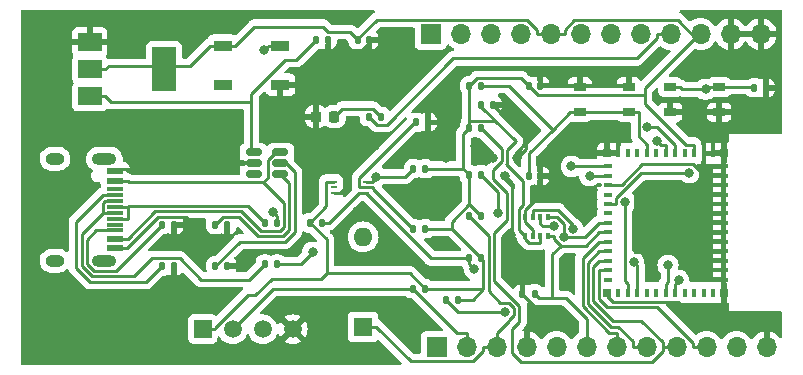
<source format=gbr>
%TF.GenerationSoftware,KiCad,Pcbnew,7.0.9-dirty*%
%TF.CreationDate,2023-12-27T00:33:38-08:00*%
%TF.ProjectId,hardware,68617264-7761-4726-952e-6b696361645f,rev?*%
%TF.SameCoordinates,Original*%
%TF.FileFunction,Copper,L1,Top*%
%TF.FilePolarity,Positive*%
%FSLAX46Y46*%
G04 Gerber Fmt 4.6, Leading zero omitted, Abs format (unit mm)*
G04 Created by KiCad (PCBNEW 7.0.9-dirty) date 2023-12-27 00:33:38*
%MOMM*%
%LPD*%
G01*
G04 APERTURE LIST*
G04 Aperture macros list*
%AMRoundRect*
0 Rectangle with rounded corners*
0 $1 Rounding radius*
0 $2 $3 $4 $5 $6 $7 $8 $9 X,Y pos of 4 corners*
0 Add a 4 corners polygon primitive as box body*
4,1,4,$2,$3,$4,$5,$6,$7,$8,$9,$2,$3,0*
0 Add four circle primitives for the rounded corners*
1,1,$1+$1,$2,$3*
1,1,$1+$1,$4,$5*
1,1,$1+$1,$6,$7*
1,1,$1+$1,$8,$9*
0 Add four rect primitives between the rounded corners*
20,1,$1+$1,$2,$3,$4,$5,0*
20,1,$1+$1,$4,$5,$6,$7,0*
20,1,$1+$1,$6,$7,$8,$9,0*
20,1,$1+$1,$8,$9,$2,$3,0*%
%AMFreePoly0*
4,1,6,0.725000,-0.725000,-0.725000,-0.725000,-0.725000,0.125000,-0.125000,0.725000,0.725000,0.725000,0.725000,-0.725000,0.725000,-0.725000,$1*%
G04 Aperture macros list end*
%TA.AperFunction,SMDPad,CuDef*%
%ADD10RoundRect,0.140000X-0.140000X-0.170000X0.140000X-0.170000X0.140000X0.170000X-0.140000X0.170000X0*%
%TD*%
%TA.AperFunction,SMDPad,CuDef*%
%ADD11RoundRect,0.135000X-0.135000X-0.185000X0.135000X-0.185000X0.135000X0.185000X-0.135000X0.185000X0*%
%TD*%
%TA.AperFunction,ComponentPad*%
%ADD12R,1.500000X1.500000*%
%TD*%
%TA.AperFunction,ComponentPad*%
%ADD13C,1.500000*%
%TD*%
%TA.AperFunction,SMDPad,CuDef*%
%ADD14R,0.550000X0.250000*%
%TD*%
%TA.AperFunction,SMDPad,CuDef*%
%ADD15R,0.350000X0.500000*%
%TD*%
%TA.AperFunction,SMDPad,CuDef*%
%ADD16R,1.450000X0.600000*%
%TD*%
%TA.AperFunction,SMDPad,CuDef*%
%ADD17R,1.450000X0.300000*%
%TD*%
%TA.AperFunction,ComponentPad*%
%ADD18O,2.100000X1.000000*%
%TD*%
%TA.AperFunction,ComponentPad*%
%ADD19O,1.600000X1.000000*%
%TD*%
%TA.AperFunction,SMDPad,CuDef*%
%ADD20R,1.050000X0.650000*%
%TD*%
%TA.AperFunction,ComponentPad*%
%ADD21R,1.700000X1.700000*%
%TD*%
%TA.AperFunction,ComponentPad*%
%ADD22O,1.700000X1.700000*%
%TD*%
%TA.AperFunction,SMDPad,CuDef*%
%ADD23RoundRect,0.150000X-0.512500X-0.150000X0.512500X-0.150000X0.512500X0.150000X-0.512500X0.150000X0*%
%TD*%
%TA.AperFunction,SMDPad,CuDef*%
%ADD24R,1.500000X0.900000*%
%TD*%
%TA.AperFunction,SMDPad,CuDef*%
%ADD25R,0.400000X0.800000*%
%TD*%
%TA.AperFunction,SMDPad,CuDef*%
%ADD26R,0.800000X0.400000*%
%TD*%
%TA.AperFunction,SMDPad,CuDef*%
%ADD27FreePoly0,270.000000*%
%TD*%
%TA.AperFunction,SMDPad,CuDef*%
%ADD28R,1.450000X1.450000*%
%TD*%
%TA.AperFunction,SMDPad,CuDef*%
%ADD29R,0.700000X0.700000*%
%TD*%
%TA.AperFunction,ComponentPad*%
%ADD30R,1.600000X1.600000*%
%TD*%
%TA.AperFunction,ComponentPad*%
%ADD31O,1.600000X1.600000*%
%TD*%
%TA.AperFunction,SMDPad,CuDef*%
%ADD32RoundRect,0.218750X-0.218750X-0.256250X0.218750X-0.256250X0.218750X0.256250X-0.218750X0.256250X0*%
%TD*%
%TA.AperFunction,SMDPad,CuDef*%
%ADD33R,2.000000X1.500000*%
%TD*%
%TA.AperFunction,SMDPad,CuDef*%
%ADD34R,2.000000X3.800000*%
%TD*%
%TA.AperFunction,ViaPad*%
%ADD35C,0.800000*%
%TD*%
%TA.AperFunction,Conductor*%
%ADD36C,0.250000*%
%TD*%
G04 APERTURE END LIST*
D10*
%TO.P,C7,1*%
%TO.N,Net-(U6-DVI)*%
X163500000Y-70000000D03*
%TO.P,C7,2*%
%TO.N,GND*%
X164460000Y-70000000D03*
%TD*%
%TO.P,C4,1*%
%TO.N,3V3*%
X169020000Y-68500000D03*
%TO.P,C4,2*%
%TO.N,GND*%
X169980000Y-68500000D03*
%TD*%
D11*
%TO.P,R9,1*%
%TO.N,USBD-*%
X150690000Y-82000000D03*
%TO.P,R9,2*%
%TO.N,IO19*%
X151710000Y-82000000D03*
%TD*%
%TO.P,R18,1*%
%TO.N,IO3_SDA*%
X163230000Y-84080000D03*
%TO.P,R18,2*%
%TO.N,3V3*%
X164250000Y-84080000D03*
%TD*%
%TO.P,R3,1*%
%TO.N,Net-(U2-ISET)*%
X146480000Y-82150000D03*
%TO.P,R3,2*%
%TO.N,GND*%
X147500000Y-82150000D03*
%TD*%
%TO.P,R1,1*%
%TO.N,Net-(U2-EN#)*%
X146480000Y-78650000D03*
%TO.P,R1,2*%
%TO.N,GND*%
X147500000Y-78650000D03*
%TD*%
%TO.P,R2,1*%
%TO.N,Net-(J1-CC2)*%
X141980000Y-78650000D03*
%TO.P,R2,2*%
%TO.N,GND*%
X143000000Y-78650000D03*
%TD*%
D12*
%TO.P,U4,1,VDD*%
%TO.N,3V3*%
X145420000Y-87500000D03*
D13*
%TO.P,U4,2,DATA*%
%TO.N,IO3_SDA*%
X147960000Y-87500000D03*
%TO.P,U4,3,NC*%
%TO.N,unconnected-(U4-NC-Pad3)*%
X150500000Y-87500000D03*
%TO.P,U4,4,GND*%
%TO.N,GND*%
X153040000Y-87500000D03*
%TD*%
D14*
%TO.P,U6,1,VCC*%
%TO.N,3V3*%
X156500000Y-75000000D03*
%TO.P,U6,2,ADDR*%
%TO.N,unconnected-(U6-ADDR-Pad2)*%
X156500000Y-75500000D03*
%TO.P,U6,3,GND*%
%TO.N,GND*%
X156500000Y-76000000D03*
%TO.P,U6,4,SDA*%
%TO.N,IO3_SDA*%
X159250000Y-76000000D03*
%TO.P,U6,5,DVI*%
%TO.N,Net-(U6-DVI)*%
X159250000Y-75500000D03*
%TO.P,U6,6,SCL*%
%TO.N,Net-(D3-A)*%
X159250000Y-75000000D03*
%TD*%
D10*
%TO.P,C3,1*%
%TO.N,3V3*%
X173040000Y-66920000D03*
%TO.P,C3,2*%
%TO.N,GND*%
X174000000Y-66920000D03*
%TD*%
D11*
%TO.P,R11,1*%
%TO.N,3V3*%
X154500000Y-78500000D03*
%TO.P,R11,2*%
%TO.N,IO3_SDA*%
X155520000Y-78500000D03*
%TD*%
D15*
%TO.P,U5,1,GND*%
%TO.N,GND*%
X172700000Y-78000000D03*
%TO.P,U5,2,CSB*%
%TO.N,IO6*%
X173350000Y-78000000D03*
%TO.P,U5,3,SDI*%
%TO.N,IO3_SDA*%
X174000000Y-78000000D03*
%TO.P,U5,4,SCK*%
%TO.N,IO4_SCL*%
X174650000Y-78000000D03*
%TO.P,U5,5,SDO*%
%TO.N,IO5*%
X174650000Y-79600000D03*
%TO.P,U5,6,VDDIO*%
%TO.N,3V3*%
X174000000Y-79600000D03*
%TO.P,U5,7,GND*%
%TO.N,GND*%
X173350000Y-79600000D03*
%TO.P,U5,8,VDD*%
%TO.N,3V3*%
X172700000Y-79600000D03*
%TD*%
D11*
%TO.P,R6,1*%
%TO.N,3V3*%
X167940000Y-70500000D03*
%TO.P,R6,2*%
%TO.N,IO8*%
X168960000Y-70500000D03*
%TD*%
D16*
%TO.P,J1,A1,GND*%
%TO.N,GND*%
X138000000Y-74140000D03*
%TO.P,J1,A4,VBUS*%
%TO.N,Net-(U2-VIN)*%
X138000000Y-74940000D03*
D17*
%TO.P,J1,A5,CC1*%
%TO.N,Net-(J1-CC1)*%
X138000000Y-76140000D03*
%TO.P,J1,A6,D+*%
%TO.N,USBD+*%
X138000000Y-77140000D03*
%TO.P,J1,A7,D-*%
%TO.N,USBD-*%
X138000000Y-77640000D03*
%TO.P,J1,A8,SBU1*%
%TO.N,unconnected-(J1-SBU1-PadA8)*%
X138000000Y-78640000D03*
D16*
%TO.P,J1,A9,VBUS*%
%TO.N,Net-(U2-VIN)*%
X138000000Y-79840000D03*
%TO.P,J1,A12,GND*%
%TO.N,GND*%
X138000000Y-80640000D03*
%TO.P,J1,B1,GND*%
X138000000Y-80640000D03*
%TO.P,J1,B4,VBUS*%
%TO.N,Net-(U2-VIN)*%
X138000000Y-79840000D03*
D17*
%TO.P,J1,B5,CC2*%
%TO.N,Net-(J1-CC2)*%
X138000000Y-79140000D03*
%TO.P,J1,B6,D+*%
%TO.N,USBD+*%
X138000000Y-78140000D03*
%TO.P,J1,B7,D-*%
%TO.N,USBD-*%
X138000000Y-76640000D03*
%TO.P,J1,B8,SBU2*%
%TO.N,unconnected-(J1-SBU2-PadB8)*%
X138000000Y-75640000D03*
D16*
%TO.P,J1,B9,VBUS*%
%TO.N,Net-(U2-VIN)*%
X138000000Y-74940000D03*
%TO.P,J1,B12,GND*%
%TO.N,GND*%
X138000000Y-74140000D03*
D18*
%TO.P,J1,S1,SHIELD*%
%TO.N,unconnected-(J1-SHIELD-PadS1)*%
X137085000Y-73070000D03*
D19*
X132905000Y-73070000D03*
D18*
X137085000Y-81710000D03*
D19*
X132905000Y-81710000D03*
%TD*%
D20*
%TO.P,SW1,1,1*%
%TO.N,GND*%
X177350000Y-67000000D03*
X181500000Y-67000000D03*
%TO.P,SW1,2,2*%
%TO.N,Net-(U1-EN{slash}CHIP_PU)*%
X177350000Y-69150000D03*
X181500000Y-69150000D03*
%TD*%
D11*
%TO.P,R15,1*%
%TO.N,GND*%
X172490000Y-84500000D03*
%TO.P,R15,2*%
%TO.N,IO5*%
X173510000Y-84500000D03*
%TD*%
D21*
%TO.P,J4,1,Pin_1*%
%TO.N,IO2*%
X165220000Y-89000000D03*
D22*
%TO.P,J4,2,Pin_2*%
%TO.N,IO3_SDA*%
X167760000Y-89000000D03*
%TO.P,J4,3,Pin_3*%
%TO.N,IO4_SCL*%
X170300000Y-89000000D03*
%TO.P,J4,4,Pin_4*%
%TO.N,GND*%
X172840000Y-89000000D03*
%TO.P,J4,5,Pin_5*%
%TO.N,3V3*%
X175380000Y-89000000D03*
%TO.P,J4,6,Pin_6*%
%TO.N,IO5*%
X177920000Y-89000000D03*
%TO.P,J4,7,Pin_7*%
%TO.N,IO6*%
X180460000Y-89000000D03*
%TO.P,J4,8,Pin_8*%
%TO.N,IO7*%
X183000000Y-89000000D03*
%TO.P,J4,9,Pin_9*%
%TO.N,IO8*%
X185540000Y-89000000D03*
%TO.P,J4,10,Pin_10*%
%TO.N,IO9_BOOT*%
X188080000Y-89000000D03*
%TO.P,J4,11,Pin_11*%
%TO.N,3V3*%
X190620000Y-89000000D03*
%TO.P,J4,12,Pin_12*%
%TO.N,GND*%
X193160000Y-89000000D03*
%TD*%
D23*
%TO.P,U2,1,VOUT*%
%TO.N,+5V*%
X149725000Y-72500000D03*
%TO.P,U2,2,GND*%
%TO.N,GND*%
X149725000Y-73450000D03*
%TO.P,U2,3,FLAG#*%
%TO.N,unconnected-(U2-FLAG#-Pad3)*%
X149725000Y-74400000D03*
%TO.P,U2,4,EN#*%
%TO.N,Net-(U2-EN#)*%
X152000000Y-74400000D03*
%TO.P,U2,5,ISET*%
%TO.N,Net-(U2-ISET)*%
X152000000Y-73450000D03*
%TO.P,U2,6,VIN*%
%TO.N,Net-(U2-VIN)*%
X152000000Y-72500000D03*
%TD*%
D11*
%TO.P,R10,1*%
%TO.N,USBD+*%
X150690000Y-78500000D03*
%TO.P,R10,2*%
%TO.N,IO18*%
X151710000Y-78500000D03*
%TD*%
%TO.P,R16,1*%
%TO.N,Net-(D3-A)*%
X163230000Y-73920000D03*
%TO.P,R16,2*%
%TO.N,3V3*%
X164250000Y-73920000D03*
%TD*%
D10*
%TO.P,C5,1*%
%TO.N,Net-(U1-EN{slash}CHIP_PU)*%
X173020000Y-74500000D03*
%TO.P,C5,2*%
%TO.N,GND*%
X173980000Y-74500000D03*
%TD*%
D24*
%TO.P,D1,1,VDD*%
%TO.N,3V3*%
X147100000Y-63500000D03*
%TO.P,D1,2,DOUT*%
%TO.N,unconnected-(D1-DOUT-Pad2)*%
X147100000Y-66800000D03*
%TO.P,D1,3,VSS*%
%TO.N,GND*%
X152000000Y-66800000D03*
%TO.P,D1,4,DIN*%
%TO.N,IO2*%
X152000000Y-63500000D03*
%TD*%
D25*
%TO.P,U1,1,GND*%
%TO.N,GND*%
X188620000Y-72600000D03*
%TO.P,U1,2,GND*%
X187820000Y-72600000D03*
%TO.P,U1,3,3V3*%
%TO.N,3V3*%
X187020000Y-72600000D03*
%TO.P,U1,4,NC*%
%TO.N,unconnected-(U1-NC-Pad4)*%
X186220000Y-72600000D03*
%TO.P,U1,5,GPIO2/ADC1_CH2*%
%TO.N,IO2*%
X185420000Y-72600000D03*
%TO.P,U1,6,GPIO3/ADC1_CH3*%
%TO.N,IO3_SDA*%
X184620000Y-72600000D03*
%TO.P,U1,7,NC*%
%TO.N,unconnected-(U1-NC-Pad7)*%
X183820000Y-72600000D03*
%TO.P,U1,8,EN/CHIP_PU*%
%TO.N,Net-(U1-EN{slash}CHIP_PU)*%
X183020000Y-72600000D03*
%TO.P,U1,9,NC*%
%TO.N,unconnected-(U1-NC-Pad9)*%
X182220000Y-72600000D03*
%TO.P,U1,10,NC*%
%TO.N,unconnected-(U1-NC-Pad10)*%
X181420000Y-72600000D03*
%TO.P,U1,11,GND*%
%TO.N,GND*%
X180620000Y-72600000D03*
D26*
%TO.P,U1,12,GPIO0/ADC1_CH0/XTAL_32K_P*%
%TO.N,IO0*%
X179720000Y-73700000D03*
%TO.P,U1,13,GPIO1/ADC1_CH1/XTAL_32K_N*%
%TO.N,IO1*%
X179720000Y-74500000D03*
%TO.P,U1,14,GND*%
%TO.N,GND*%
X179720000Y-75300000D03*
%TO.P,U1,15,NC*%
%TO.N,unconnected-(U1-NC-Pad15)*%
X179720000Y-76100000D03*
%TO.P,U1,16,GPIO10*%
%TO.N,IO10*%
X179720000Y-76900000D03*
%TO.P,U1,17,NC*%
%TO.N,unconnected-(U1-NC-Pad17)*%
X179720000Y-77700000D03*
%TO.P,U1,18,GPIO4/ADC1_CH4*%
%TO.N,IO4_SCL*%
X179720000Y-78500000D03*
%TO.P,U1,19,GPIO5/ADC2_CH0*%
%TO.N,IO5*%
X179720000Y-79300000D03*
%TO.P,U1,20,GPIO6*%
%TO.N,IO6*%
X179720000Y-80100000D03*
%TO.P,U1,21,GPIO7*%
%TO.N,IO7*%
X179720000Y-80900000D03*
%TO.P,U1,22,GPIO8*%
%TO.N,IO8*%
X179720000Y-81700000D03*
%TO.P,U1,23,GPIO9*%
%TO.N,IO9_BOOT*%
X179720000Y-82500000D03*
%TO.P,U1,24,NC*%
%TO.N,unconnected-(U1-NC-Pad24)*%
X179720000Y-83300000D03*
D25*
%TO.P,U1,25,NC*%
%TO.N,unconnected-(U1-NC-Pad25)*%
X180620000Y-84400000D03*
%TO.P,U1,26,GPIO18/USB_D-*%
%TO.N,IO18*%
X181420000Y-84400000D03*
%TO.P,U1,27,GPIO19/USB_D+*%
%TO.N,IO19*%
X182220000Y-84400000D03*
%TO.P,U1,28,NC*%
%TO.N,unconnected-(U1-NC-Pad28)*%
X183020000Y-84400000D03*
%TO.P,U1,29,NC*%
%TO.N,unconnected-(U1-NC-Pad29)*%
X183820000Y-84400000D03*
%TO.P,U1,30,GPIO20/U0RXD*%
%TO.N,IO20_RX*%
X184620000Y-84400000D03*
%TO.P,U1,31,GPIO21/U0TXD*%
%TO.N,IO21_TX*%
X185420000Y-84400000D03*
%TO.P,U1,32,NC*%
%TO.N,unconnected-(U1-NC-Pad32)*%
X186220000Y-84400000D03*
%TO.P,U1,33,NC*%
%TO.N,unconnected-(U1-NC-Pad33)*%
X187020000Y-84400000D03*
%TO.P,U1,34,NC*%
%TO.N,unconnected-(U1-NC-Pad34)*%
X187820000Y-84400000D03*
%TO.P,U1,35,NC*%
%TO.N,unconnected-(U1-NC-Pad35)*%
X188620000Y-84400000D03*
D26*
%TO.P,U1,36,GND*%
%TO.N,GND*%
X189520000Y-83300000D03*
%TO.P,U1,37,GND*%
X189520000Y-82500000D03*
%TO.P,U1,38,GND*%
X189520000Y-81700000D03*
%TO.P,U1,39,GND*%
X189520000Y-80900000D03*
%TO.P,U1,40,GND*%
X189520000Y-80100000D03*
%TO.P,U1,41,GND*%
X189520000Y-79300000D03*
%TO.P,U1,42,GND*%
X189520000Y-78500000D03*
%TO.P,U1,43,GND*%
X189520000Y-77700000D03*
%TO.P,U1,44,GND*%
X189520000Y-76900000D03*
%TO.P,U1,45,GND*%
X189520000Y-76100000D03*
%TO.P,U1,46,GND*%
X189520000Y-75300000D03*
%TO.P,U1,47,GND*%
X189520000Y-74500000D03*
%TO.P,U1,48,GND*%
X189520000Y-73700000D03*
D27*
%TO.P,U1,49,GND*%
X186595000Y-76525000D03*
D28*
X184620000Y-76525000D03*
X182645000Y-76525000D03*
X186595000Y-78500000D03*
X184620000Y-78500000D03*
X182645000Y-78500000D03*
X186595000Y-80475000D03*
X184620000Y-80475000D03*
X182645000Y-80475000D03*
D29*
%TO.P,U1,50,GND*%
X189570000Y-84450000D03*
%TO.P,U1,51,GND*%
X179670000Y-84450000D03*
%TO.P,U1,52,GND*%
X179670000Y-72550000D03*
%TO.P,U1,53,GND*%
X189570000Y-72550000D03*
%TD*%
D30*
%TO.P,D3,1,K*%
%TO.N,IO4_SCL*%
X159000000Y-87310000D03*
D31*
%TO.P,D3,2,A*%
%TO.N,Net-(D3-A)*%
X159000000Y-79690000D03*
%TD*%
D10*
%TO.P,C1,1*%
%TO.N,+5V*%
X155040000Y-63000000D03*
%TO.P,C1,2*%
%TO.N,GND*%
X156000000Y-63000000D03*
%TD*%
%TO.P,C6,1*%
%TO.N,IO9_BOOT*%
X192115000Y-67075000D03*
%TO.P,C6,2*%
%TO.N,GND*%
X193075000Y-67075000D03*
%TD*%
D20*
%TO.P,SW2,1,1*%
%TO.N,IO9_BOOT*%
X185000000Y-67000000D03*
X189150000Y-67000000D03*
%TO.P,SW2,2,2*%
%TO.N,GND*%
X185000000Y-69150000D03*
X189150000Y-69150000D03*
%TD*%
D11*
%TO.P,R5,1*%
%TO.N,3V3*%
X167980000Y-66920000D03*
%TO.P,R5,2*%
%TO.N,Net-(U1-EN{slash}CHIP_PU)*%
X169000000Y-66920000D03*
%TD*%
%TO.P,R4,1*%
%TO.N,Net-(J1-CC1)*%
X141980000Y-82150000D03*
%TO.P,R4,2*%
%TO.N,GND*%
X143000000Y-82150000D03*
%TD*%
%TO.P,R8,1*%
%TO.N,IO10*%
X159480000Y-69500000D03*
%TO.P,R8,2*%
%TO.N,Net-(D2-A)*%
X160500000Y-69500000D03*
%TD*%
%TO.P,R12,1*%
%TO.N,IO4_SCL*%
X167980000Y-77920000D03*
%TO.P,R12,2*%
%TO.N,3V3*%
X169000000Y-77920000D03*
%TD*%
%TO.P,R17,1*%
%TO.N,Net-(U6-DVI)*%
X163230000Y-79000000D03*
%TO.P,R17,2*%
%TO.N,3V3*%
X164250000Y-79000000D03*
%TD*%
%TO.P,R14,1*%
%TO.N,IO6*%
X165990000Y-85000000D03*
%TO.P,R14,2*%
%TO.N,3V3*%
X167010000Y-85000000D03*
%TD*%
%TO.P,R7,1*%
%TO.N,3V3*%
X167960000Y-74420000D03*
%TO.P,R7,2*%
%TO.N,IO2*%
X168980000Y-74420000D03*
%TD*%
%TO.P,R13,1*%
%TO.N,IO3_SDA*%
X167980000Y-81500000D03*
%TO.P,R13,2*%
%TO.N,3V3*%
X169000000Y-81500000D03*
%TD*%
D32*
%TO.P,D2,1,K*%
%TO.N,GND*%
X155000000Y-69500000D03*
%TO.P,D2,2,A*%
%TO.N,Net-(D2-A)*%
X156575000Y-69500000D03*
%TD*%
D21*
%TO.P,J2,1,Pin_1*%
%TO.N,IO0*%
X164720000Y-62500000D03*
D22*
%TO.P,J2,2,Pin_2*%
%TO.N,IO1*%
X167260000Y-62500000D03*
%TO.P,J2,3,Pin_3*%
%TO.N,IO18*%
X169800000Y-62500000D03*
%TO.P,J2,4,Pin_4*%
%TO.N,GND*%
X172340000Y-62500000D03*
%TO.P,J2,5,Pin_5*%
%TO.N,3V3*%
X174880000Y-62500000D03*
%TO.P,J2,6,Pin_6*%
%TO.N,IO19*%
X177420000Y-62500000D03*
%TO.P,J2,7,Pin_7*%
%TO.N,IO20_RX*%
X179960000Y-62500000D03*
%TO.P,J2,8,Pin_8*%
%TO.N,IO21_TX*%
X182500000Y-62500000D03*
%TO.P,J2,9,Pin_9*%
%TO.N,IO10*%
X185040000Y-62500000D03*
%TO.P,J2,10,Pin_10*%
%TO.N,3V3*%
X187580000Y-62500000D03*
%TO.P,J2,11,Pin_11*%
%TO.N,GND*%
X190120000Y-62500000D03*
%TO.P,J2,12,Pin_12*%
X192660000Y-62500000D03*
%TD*%
D33*
%TO.P,U3,1,GND*%
%TO.N,GND*%
X135850000Y-63200000D03*
%TO.P,U3,2,VO*%
%TO.N,3V3*%
X135850000Y-65500000D03*
D34*
X142150000Y-65500000D03*
D33*
%TO.P,U3,3,VI*%
%TO.N,+5V*%
X135850000Y-67800000D03*
%TD*%
D10*
%TO.P,C2,1*%
%TO.N,3V3*%
X158540000Y-63000000D03*
%TO.P,C2,2*%
%TO.N,GND*%
X159500000Y-63000000D03*
%TD*%
D35*
%TO.N,GND*%
X171000000Y-74500000D03*
X189000000Y-86500000D03*
X193000000Y-86500000D03*
X171500000Y-79500000D03*
X176000000Y-82500000D03*
X174000000Y-83000000D03*
X157000000Y-65500000D03*
X160500000Y-66500000D03*
X168500000Y-72000000D03*
X170000000Y-73000000D03*
X172000000Y-73000000D03*
X149000000Y-81500000D03*
X146500000Y-80500000D03*
X143500000Y-80500000D03*
X145000000Y-79000000D03*
X174000000Y-86500000D03*
X158000000Y-70000000D03*
X160000000Y-72000000D03*
X157500000Y-72500000D03*
X155000000Y-72500000D03*
X154500000Y-75000000D03*
X158500000Y-77500000D03*
X157000000Y-79500000D03*
X161000000Y-79500000D03*
X160000000Y-89500000D03*
X144500000Y-85500000D03*
X144500000Y-89500000D03*
X147500000Y-89500000D03*
X151000000Y-89500000D03*
X154000000Y-89500000D03*
X139500000Y-88500000D03*
X134500000Y-88500000D03*
X137000000Y-87000000D03*
X132000000Y-84000000D03*
X135000000Y-85500000D03*
X139000000Y-85500000D03*
X143000000Y-83500000D03*
X145000000Y-70000000D03*
X141000000Y-73000000D03*
X142500000Y-71000000D03*
X147500000Y-71000000D03*
X145500000Y-73500000D03*
X174950856Y-73500000D03*
X175500000Y-75500000D03*
X176500000Y-71500000D03*
X179000000Y-71000000D03*
X181000000Y-71000000D03*
X187000000Y-82000000D03*
X186500000Y-86000000D03*
X165000000Y-80000000D03*
X162500000Y-76000000D03*
X131500000Y-89000000D03*
X162000000Y-66000000D03*
X156000000Y-89000000D03*
X161500000Y-87000000D03*
X156500000Y-85500000D03*
X153500000Y-85500000D03*
X166000000Y-73000000D03*
X162500000Y-85500000D03*
X131000000Y-61500000D03*
X139000000Y-63500000D03*
X163500000Y-86500000D03*
X161500000Y-68000000D03*
X166000000Y-75500000D03*
X132500000Y-62500000D03*
X166000000Y-77500000D03*
X166500000Y-69000000D03*
%TO.N,IO6*%
X176740100Y-78993800D03*
X171047700Y-86023300D03*
%TO.N,IO3_SDA*%
X175159100Y-78802300D03*
X183911500Y-71589200D03*
X168418200Y-82423100D03*
%TO.N,IO10*%
X186607900Y-74252400D03*
%TO.N,IO21_TX*%
X185720700Y-83379600D03*
%TO.N,IO20_RX*%
X184816100Y-82089800D03*
%TO.N,IO19*%
X181899000Y-81842200D03*
X154722000Y-81004800D03*
%TO.N,IO18*%
X151361600Y-77559800D03*
X181204200Y-76736100D03*
%TO.N,IO1*%
X178170000Y-74500000D03*
%TO.N,IO0*%
X176633000Y-73714700D03*
%TO.N,Net-(D3-A)*%
X160120200Y-74576300D03*
%TO.N,IO4_SCL*%
X176040700Y-79711400D03*
%TO.N,IO2*%
X170458500Y-77684900D03*
X183045000Y-70348100D03*
X150613900Y-63893700D03*
%TO.N,IO9_BOOT*%
X187998500Y-67187500D03*
%TD*%
D36*
%TO.N,GND*%
X169980000Y-68500000D02*
X172755852Y-71275852D01*
X172755852Y-71275852D02*
X172755852Y-72244148D01*
X172755852Y-72244148D02*
X172000000Y-73000000D01*
%TO.N,3V3*%
X172688500Y-79600000D02*
X172200000Y-79111500D01*
X172200000Y-79111500D02*
X172200000Y-77300308D01*
X172200000Y-77300308D02*
X172500000Y-77000308D01*
X172500000Y-77000308D02*
X172500000Y-74951490D01*
X172500000Y-74951490D02*
X171105105Y-73556595D01*
X171105105Y-73556595D02*
X171175000Y-73486701D01*
X171175000Y-73486701D02*
X171175000Y-72325000D01*
X171175000Y-72325000D02*
X171918700Y-71581300D01*
X171918700Y-71581300D02*
X169020000Y-68682600D01*
X169020000Y-68682600D02*
X169020000Y-68500000D01*
%TO.N,GND*%
X169980000Y-68500000D02*
X170000000Y-68500000D01*
%TO.N,IO5*%
X174956500Y-84859600D02*
X173869600Y-84859600D01*
%TO.N,GND*%
X172490000Y-84500000D02*
X174000000Y-86010000D01*
X174000000Y-86010000D02*
X174000000Y-86500000D01*
%TO.N,IO5*%
X173869600Y-84859600D02*
X173510000Y-84500000D01*
%TO.N,GND*%
X189570000Y-84450000D02*
X189570000Y-85930000D01*
X189570000Y-85930000D02*
X189000000Y-86500000D01*
X172840000Y-89000000D02*
X172840000Y-87660000D01*
X172840000Y-87660000D02*
X174000000Y-86500000D01*
X180620000Y-72600000D02*
X180620000Y-71380000D01*
X180620000Y-71380000D02*
X181000000Y-71000000D01*
X193160000Y-89000000D02*
X193160000Y-86660000D01*
X193160000Y-86660000D02*
X193000000Y-86500000D01*
X143000000Y-82150000D02*
X143000000Y-83500000D01*
X159500000Y-63000000D02*
X159500000Y-63309999D01*
X159500000Y-63309999D02*
X157309999Y-65500000D01*
X157309999Y-65500000D02*
X157000000Y-65500000D01*
X147500000Y-78650000D02*
X147500000Y-79500000D01*
X147500000Y-79500000D02*
X146500000Y-80500000D01*
X171500000Y-79500000D02*
X171633500Y-79366500D01*
X171633500Y-79366500D02*
X171633500Y-75133500D01*
X171633500Y-75133500D02*
X171000000Y-74500000D01*
%TO.N,IO8*%
X171635700Y-89491900D02*
X172383300Y-90239500D01*
X171635700Y-87448600D02*
X171635700Y-89491900D01*
X170087500Y-83398704D02*
X172224600Y-85535804D01*
X172383300Y-90239500D02*
X183489400Y-90239500D01*
X183489400Y-90239500D02*
X184363100Y-89365800D01*
X172224600Y-86859700D02*
X171635700Y-87448600D01*
X170087500Y-79391104D02*
X170087500Y-83398704D01*
X170000000Y-74025305D02*
X170000000Y-74803604D01*
X171183500Y-75987104D02*
X171183500Y-78295104D01*
X170000000Y-74803604D02*
X171183500Y-75987104D01*
X172224600Y-85535804D02*
X172224600Y-86859700D01*
X168960000Y-70500000D02*
X170725000Y-72265000D01*
X170725000Y-73300305D02*
X170000000Y-74025305D01*
X170725000Y-72265000D02*
X170725000Y-73300305D01*
X171183500Y-78295104D02*
X170087500Y-79391104D01*
X184363100Y-89365800D02*
X184363100Y-89000000D01*
%TO.N,IO4_SCL*%
X170300000Y-89000000D02*
X170300000Y-87823100D01*
X171774600Y-85722200D02*
X171311900Y-85259500D01*
X170300000Y-87823100D02*
X171348700Y-86774400D01*
X171348700Y-86774400D02*
X171348700Y-86750200D01*
X171348700Y-86750200D02*
X171348800Y-86750200D01*
X170630604Y-85259500D02*
X169637500Y-84266396D01*
X171348800Y-86750200D02*
X171774600Y-86324400D01*
X171774600Y-86324400D02*
X171774600Y-85722200D01*
X171311900Y-85259500D02*
X170630604Y-85259500D01*
X169637500Y-84266396D02*
X169637500Y-79577500D01*
X169637500Y-79577500D02*
X167980000Y-77920000D01*
%TO.N,IO6*%
X171047700Y-86023300D02*
X167013300Y-86023300D01*
X167013300Y-86023300D02*
X165990000Y-85000000D01*
%TO.N,3V3*%
X169187500Y-84080000D02*
X168267500Y-85000000D01*
X168267500Y-85000000D02*
X167010000Y-85000000D01*
%TO.N,IO5*%
X174956500Y-84859600D02*
X175000000Y-84816100D01*
X175000000Y-84816100D02*
X175000000Y-81178000D01*
X175000000Y-81178000D02*
X175739700Y-80438300D01*
X174956500Y-84859600D02*
X176158050Y-84859600D01*
X176158050Y-84859600D02*
X177920000Y-86621550D01*
X177920000Y-86621550D02*
X177920000Y-89000000D01*
%TO.N,GND*%
X173980000Y-74500000D02*
X173980000Y-76156704D01*
X173980000Y-76156704D02*
X172700000Y-77436704D01*
X172700000Y-77436704D02*
X172700000Y-78000000D01*
X173980000Y-74500000D02*
X174500000Y-74500000D01*
X174500000Y-74500000D02*
X175500000Y-75500000D01*
X173350000Y-79600000D02*
X173350000Y-79075000D01*
X173350000Y-79075000D02*
X172700000Y-78425000D01*
X172700000Y-78425000D02*
X172700000Y-78000000D01*
X147500000Y-82150000D02*
X147500000Y-82000000D01*
X147500000Y-82000000D02*
X148500000Y-82000000D01*
X148500000Y-82000000D02*
X149000000Y-81500000D01*
X138000000Y-80640000D02*
X139015720Y-80640000D01*
X139015720Y-80640000D02*
X141650720Y-78005000D01*
X141650720Y-78005000D02*
X144005000Y-78005000D01*
X144005000Y-78005000D02*
X145000000Y-79000000D01*
X156500000Y-76000000D02*
X157050000Y-76000000D01*
X157050000Y-76000000D02*
X157500000Y-75550000D01*
X157500000Y-75550000D02*
X157500000Y-72500000D01*
X179670000Y-84450000D02*
X179670000Y-84700000D01*
X179670000Y-84700000D02*
X180151800Y-85181800D01*
X180151800Y-85181800D02*
X185681800Y-85181800D01*
X185681800Y-85181800D02*
X186500000Y-86000000D01*
X179720000Y-75300000D02*
X180880404Y-75300000D01*
X186908205Y-73527400D02*
X187500000Y-74119195D01*
X180880404Y-75300000D02*
X182653004Y-73527400D01*
X182653004Y-73527400D02*
X186908205Y-73527400D01*
X187500000Y-74119195D02*
X187500000Y-75620000D01*
X187500000Y-75620000D02*
X186595000Y-76525000D01*
%TO.N,Net-(U2-ISET)*%
X152455500Y-73450000D02*
X152000000Y-73450000D01*
X153212500Y-74207000D02*
X152455500Y-73450000D01*
X153212500Y-79254700D02*
X153212500Y-74207000D01*
X152371900Y-80095300D02*
X153212500Y-79254700D01*
X148534700Y-80095300D02*
X152371900Y-80095300D01*
X146480000Y-82150000D02*
X148534700Y-80095300D01*
%TO.N,Net-(U2-EN#)*%
X152760600Y-75160600D02*
X152000000Y-74400000D01*
X152760600Y-79067500D02*
X152760600Y-75160600D01*
X152184700Y-79643400D02*
X152760600Y-79067500D01*
X150132000Y-79643400D02*
X152184700Y-79643400D01*
X148473300Y-77984700D02*
X150132000Y-79643400D01*
X147145300Y-77984700D02*
X148473300Y-77984700D01*
X146480000Y-78650000D02*
X147145300Y-77984700D01*
%TO.N,IO8*%
X185540000Y-89000000D02*
X184363100Y-89000000D01*
X184363100Y-88622700D02*
X184363100Y-89000000D01*
X182534500Y-86794100D02*
X184363100Y-88622700D01*
X180149900Y-86794100D02*
X182534500Y-86794100D01*
X178485500Y-85129700D02*
X180149900Y-86794100D01*
X178485500Y-82207600D02*
X178485500Y-85129700D01*
X178993100Y-81700000D02*
X178485500Y-82207600D01*
X179720000Y-81700000D02*
X178993100Y-81700000D01*
%TO.N,IO7*%
X179720000Y-80900000D02*
X178993100Y-80900000D01*
X183000000Y-89000000D02*
X181823100Y-89000000D01*
X181823100Y-88542400D02*
X181823100Y-89000000D01*
X180586600Y-87305900D02*
X181823100Y-88542400D01*
X179954000Y-87305900D02*
X180586600Y-87305900D01*
X178033600Y-85385500D02*
X179954000Y-87305900D01*
X178033600Y-81859500D02*
X178033600Y-85385500D01*
X178993100Y-80900000D02*
X178033600Y-81859500D01*
%TO.N,IO6*%
X173350000Y-78000000D02*
X173350000Y-77423100D01*
X179720000Y-80100000D02*
X178993100Y-80100000D01*
X180460000Y-89000000D02*
X180460000Y-87823100D01*
X176740100Y-78667500D02*
X176740100Y-78993800D01*
X175495700Y-77423100D02*
X176740100Y-78667500D01*
X173350000Y-77423100D02*
X175495700Y-77423100D01*
X179831500Y-87823100D02*
X180460000Y-87823100D01*
X177581700Y-85573300D02*
X179831500Y-87823100D01*
X177581700Y-81511400D02*
X177581700Y-85573300D01*
X178993100Y-80100000D02*
X177581700Y-81511400D01*
%TO.N,IO5*%
X179720000Y-79300000D02*
X178993100Y-79300000D01*
X174650000Y-79600000D02*
X175151900Y-79600000D01*
X175151900Y-79850500D02*
X175739700Y-80438300D01*
X175151900Y-79600000D02*
X175151900Y-79850500D01*
X177854800Y-80438300D02*
X178993100Y-79300000D01*
X175739700Y-80438300D02*
X177854800Y-80438300D01*
%TO.N,IO3_SDA*%
X174000000Y-78000000D02*
X174000000Y-78576900D01*
X184620000Y-72600000D02*
X184620000Y-71873100D01*
X159250000Y-76000000D02*
X158648100Y-76000000D01*
X156148100Y-78500000D02*
X155520000Y-78500000D01*
X158648100Y-76000000D02*
X156148100Y-78500000D01*
X174225400Y-78802300D02*
X175159100Y-78802300D01*
X174000000Y-78576900D02*
X174225400Y-78802300D01*
X166973100Y-87823100D02*
X163230000Y-84080000D01*
X167760000Y-87823100D02*
X166973100Y-87823100D01*
X167760000Y-89000000D02*
X167760000Y-87823100D01*
X184195400Y-71873100D02*
X183911500Y-71589200D01*
X184620000Y-71873100D02*
X184195400Y-71873100D01*
X164750000Y-81500000D02*
X167980000Y-81500000D01*
X159250000Y-76000000D02*
X164750000Y-81500000D01*
X151380000Y-84080000D02*
X163230000Y-84080000D01*
X147960000Y-87500000D02*
X151380000Y-84080000D01*
X167980000Y-81984900D02*
X167980000Y-81500000D01*
X168418200Y-82423100D02*
X167980000Y-81984900D01*
%TO.N,IO10*%
X160155400Y-70175400D02*
X159480000Y-69500000D01*
X161051900Y-70175400D02*
X160155400Y-70175400D01*
X166650000Y-64577300D02*
X161051900Y-70175400D01*
X182153600Y-64577300D02*
X166650000Y-64577300D01*
X183863100Y-62867800D02*
X182153600Y-64577300D01*
X183863100Y-62500000D02*
X183863100Y-62867800D01*
X185040000Y-62500000D02*
X183863100Y-62500000D01*
X179720000Y-76900000D02*
X180446900Y-76900000D01*
X182564400Y-74252400D02*
X186607900Y-74252400D01*
X180446900Y-76369900D02*
X182564400Y-74252400D01*
X180446900Y-76900000D02*
X180446900Y-76369900D01*
%TO.N,IO21_TX*%
X185427200Y-83673100D02*
X185720700Y-83379600D01*
X185420000Y-83673100D02*
X185427200Y-83673100D01*
X185420000Y-84400000D02*
X185420000Y-83673100D01*
%TO.N,IO20_RX*%
X184816100Y-83477000D02*
X184816100Y-82089800D01*
X184620000Y-83673100D02*
X184816100Y-83477000D01*
X184620000Y-84400000D02*
X184620000Y-83673100D01*
%TO.N,IO19*%
X182220000Y-82163200D02*
X181899000Y-81842200D01*
X182220000Y-84400000D02*
X182220000Y-82163200D01*
X153726800Y-82000000D02*
X151710000Y-82000000D01*
X154722000Y-81004800D02*
X153726800Y-82000000D01*
%TO.N,IO18*%
X181420000Y-84400000D02*
X181420000Y-83673100D01*
X181171400Y-76768900D02*
X181204200Y-76736100D01*
X181171400Y-83424500D02*
X181171400Y-76768900D01*
X181420000Y-83673100D02*
X181171400Y-83424500D01*
X151710000Y-77908200D02*
X151361600Y-77559800D01*
X151710000Y-78500000D02*
X151710000Y-77908200D01*
%TO.N,IO1*%
X179720000Y-74500000D02*
X178170000Y-74500000D01*
%TO.N,IO0*%
X176647700Y-73700000D02*
X176633000Y-73714700D01*
X179720000Y-73700000D02*
X176647700Y-73700000D01*
%TO.N,Net-(J1-CC2)*%
X138000000Y-79140000D02*
X136948100Y-79140000D01*
X136403200Y-79140000D02*
X136948100Y-79140000D01*
X135633200Y-79910000D02*
X136403200Y-79140000D01*
X135633200Y-81994300D02*
X135633200Y-79910000D01*
X136206500Y-82567600D02*
X135633200Y-81994300D01*
X138062400Y-82567600D02*
X136206500Y-82567600D01*
X141980000Y-78650000D02*
X138062400Y-82567600D01*
%TO.N,USBD-*%
X135181000Y-79407100D02*
X136948100Y-77640000D01*
X135181000Y-82186400D02*
X135181000Y-79407100D01*
X136024000Y-83029400D02*
X135181000Y-82186400D01*
X139575900Y-83029400D02*
X136024000Y-83029400D01*
X141103100Y-81502200D02*
X139575900Y-83029400D01*
X143454200Y-81502200D02*
X141103100Y-81502200D01*
X145278400Y-83326400D02*
X143454200Y-81502200D01*
X149363600Y-83326400D02*
X145278400Y-83326400D01*
X150690000Y-82000000D02*
X149363600Y-83326400D01*
X138000000Y-77640000D02*
X136948100Y-77640000D01*
X136948100Y-76854600D02*
X136948100Y-77640000D01*
X137162700Y-76640000D02*
X136948100Y-76854600D01*
X138000000Y-76640000D02*
X137162700Y-76640000D01*
%TO.N,USBD+*%
X138000000Y-78140000D02*
X139051900Y-78140000D01*
X138000000Y-77140000D02*
X139051900Y-77140000D01*
X139051900Y-78140000D02*
X139051900Y-77140000D01*
X149242900Y-77052900D02*
X150690000Y-78500000D01*
X139139000Y-77052900D02*
X149242900Y-77052900D01*
X139051900Y-77140000D02*
X139139000Y-77052900D01*
%TO.N,Net-(J1-CC1)*%
X138000000Y-76140000D02*
X136948100Y-76140000D01*
X140638700Y-83491300D02*
X141980000Y-82150000D01*
X135841500Y-83491300D02*
X140638700Y-83491300D01*
X134687400Y-82337200D02*
X135841500Y-83491300D01*
X134687400Y-78400700D02*
X134687400Y-82337200D01*
X136948100Y-76140000D02*
X134687400Y-78400700D01*
%TO.N,Net-(U2-VIN)*%
X138000000Y-74940000D02*
X139051900Y-74940000D01*
X139164200Y-75052300D02*
X139051900Y-74940000D01*
X150544600Y-75052300D02*
X139164200Y-75052300D01*
X138000000Y-79840000D02*
X139051900Y-79840000D01*
X150928300Y-74668600D02*
X150544600Y-75052300D01*
X150928300Y-73183600D02*
X150928300Y-74668600D01*
X151611900Y-72500000D02*
X150928300Y-73183600D01*
X152000000Y-72500000D02*
X151611900Y-72500000D01*
X152308700Y-76816400D02*
X150544600Y-75052300D01*
X152308700Y-78880300D02*
X152308700Y-76816400D01*
X151997500Y-79191500D02*
X152308700Y-78880300D01*
X150332800Y-79191500D02*
X151997500Y-79191500D01*
X148646100Y-77504800D02*
X150332800Y-79191500D01*
X141387100Y-77504800D02*
X148646100Y-77504800D01*
X139051900Y-79840000D02*
X141387100Y-77504800D01*
%TO.N,Net-(D3-A)*%
X159250000Y-75000000D02*
X159851900Y-75000000D01*
X159851900Y-74844600D02*
X160120200Y-74576300D01*
X159851900Y-75000000D02*
X159851900Y-74844600D01*
X162573700Y-74576300D02*
X163230000Y-73920000D01*
X160120200Y-74576300D02*
X162573700Y-74576300D01*
%TO.N,IO4_SCL*%
X179720000Y-78500000D02*
X178993100Y-78500000D01*
X176013200Y-79455300D02*
X176155000Y-79597100D01*
X176013200Y-78580700D02*
X176013200Y-79455300D01*
X175432500Y-78000000D02*
X176013200Y-78580700D01*
X174650000Y-78000000D02*
X175432500Y-78000000D01*
X176155000Y-79597100D02*
X176040700Y-79711400D01*
X177772400Y-79720700D02*
X178993100Y-78500000D01*
X176278600Y-79720700D02*
X177772400Y-79720700D01*
X176155000Y-79597100D02*
X176278600Y-79720700D01*
X169123100Y-89365800D02*
X169123100Y-89000000D01*
X168263000Y-90225900D02*
X169123100Y-89365800D01*
X163042800Y-90225900D02*
X168263000Y-90225900D01*
X160126900Y-87310000D02*
X163042800Y-90225900D01*
X159000000Y-87310000D02*
X160126900Y-87310000D01*
X170300000Y-89000000D02*
X169123100Y-89000000D01*
%TO.N,Net-(D2-A)*%
X159831000Y-68831000D02*
X160500000Y-69500000D01*
X157244000Y-68831000D02*
X159831000Y-68831000D01*
X156575000Y-69500000D02*
X157244000Y-68831000D01*
%TO.N,IO2*%
X183895000Y-70348100D02*
X183045000Y-70348100D01*
X185420000Y-71873100D02*
X183895000Y-70348100D01*
X185420000Y-72600000D02*
X185420000Y-71873100D01*
X170458400Y-77684900D02*
X170458500Y-77684900D01*
X170458400Y-75898400D02*
X170458400Y-77684900D01*
X168980000Y-74420000D02*
X170458400Y-75898400D01*
X150923100Y-63584500D02*
X150923100Y-63500000D01*
X150613900Y-63893700D02*
X150923100Y-63584500D01*
X152000000Y-63500000D02*
X150923100Y-63500000D01*
%TO.N,Net-(U6-DVI)*%
X159851900Y-75621900D02*
X163230000Y-79000000D01*
X159851900Y-75500000D02*
X159851900Y-75621900D01*
X159460100Y-75500000D02*
X159851900Y-75500000D01*
X159460100Y-75500000D02*
X159250000Y-75500000D01*
X163375100Y-70000000D02*
X163500000Y-70000000D01*
X158648100Y-74727000D02*
X163375100Y-70000000D01*
X158648100Y-75500000D02*
X158648100Y-74727000D01*
X159250000Y-75500000D02*
X158648100Y-75500000D01*
%TO.N,IO9_BOOT*%
X192040000Y-67000000D02*
X192115000Y-67075000D01*
X189150000Y-67000000D02*
X192040000Y-67000000D01*
X189150000Y-67000000D02*
X188298100Y-67000000D01*
X188110600Y-67187500D02*
X187998500Y-67187500D01*
X188298100Y-67000000D02*
X188110600Y-67187500D01*
X186039400Y-67187500D02*
X185851900Y-67000000D01*
X187998500Y-67187500D02*
X186039400Y-67187500D01*
X185000000Y-67000000D02*
X185851900Y-67000000D01*
X179720000Y-82500000D02*
X178993100Y-82500000D01*
X188080000Y-89000000D02*
X186903100Y-89000000D01*
X186903100Y-88634200D02*
X186903100Y-89000000D01*
X183900700Y-85631800D02*
X186903100Y-88634200D01*
X179686600Y-85631800D02*
X183900700Y-85631800D01*
X178993100Y-84938300D02*
X179686600Y-85631800D01*
X178993100Y-82500000D02*
X178993100Y-84938300D01*
%TO.N,Net-(U1-EN{slash}CHIP_PU)*%
X181500000Y-69150000D02*
X182351900Y-69150000D01*
X183020000Y-72600000D02*
X183020000Y-71873100D01*
X182318100Y-71171200D02*
X183020000Y-71873100D01*
X182318100Y-70047100D02*
X182318100Y-71171200D01*
X182351900Y-70013300D02*
X182318100Y-70047100D01*
X182351900Y-69150000D02*
X182351900Y-70013300D01*
X177350000Y-69150000D02*
X181500000Y-69150000D01*
X177350000Y-69150000D02*
X176498100Y-69150000D01*
X171352100Y-66920000D02*
X175040100Y-70608000D01*
X169000000Y-66920000D02*
X171352100Y-66920000D01*
X176498100Y-69150000D02*
X175040100Y-70608000D01*
X173020000Y-72628100D02*
X173020000Y-74500000D01*
X175040100Y-70608000D02*
X173020000Y-72628100D01*
%TO.N,3V3*%
X187020000Y-72600000D02*
X187020000Y-71873100D01*
X147100000Y-63500000D02*
X148176900Y-63500000D01*
X142150000Y-65500000D02*
X142150000Y-65221600D01*
X135850000Y-65500000D02*
X137176900Y-65500000D01*
X137455300Y-65221600D02*
X142150000Y-65221600D01*
X137176900Y-65500000D02*
X137455300Y-65221600D01*
X144301500Y-65221600D02*
X146023100Y-63500000D01*
X142150000Y-65221600D02*
X144301500Y-65221600D01*
X147100000Y-63500000D02*
X146023100Y-63500000D01*
X156500000Y-75000000D02*
X155898100Y-75000000D01*
X155898100Y-77101900D02*
X154500000Y-78500000D01*
X155898100Y-75000000D02*
X155898100Y-77101900D01*
X187580000Y-62500000D02*
X187476800Y-62500000D01*
X182865700Y-68406800D02*
X182865700Y-67674000D01*
X186332000Y-71873100D02*
X182865700Y-68406800D01*
X187020000Y-71873100D02*
X186332000Y-71873100D01*
X145420000Y-87500000D02*
X146496900Y-87500000D01*
X173040000Y-66940800D02*
X173040000Y-66920000D01*
X173773200Y-67674000D02*
X173040000Y-66940800D01*
X182865700Y-67674000D02*
X173773200Y-67674000D01*
X174880000Y-62500000D02*
X173703100Y-62500000D01*
X173703100Y-62134200D02*
X173703100Y-62500000D01*
X172890800Y-61321900D02*
X173703100Y-62134200D01*
X160136400Y-61321900D02*
X172890800Y-61321900D01*
X158499200Y-62959100D02*
X160136400Y-61321900D01*
X158540000Y-63000000D02*
X158499200Y-62959100D01*
X174880000Y-62500000D02*
X176056900Y-62500000D01*
X176056900Y-62134200D02*
X176056900Y-62500000D01*
X176868000Y-61323100D02*
X176056900Y-62134200D01*
X185617700Y-61323100D02*
X176868000Y-61323100D01*
X187135700Y-62841100D02*
X185617700Y-61323100D01*
X187476800Y-62500000D02*
X187135700Y-62841100D01*
X182865700Y-67111100D02*
X182865700Y-67674000D01*
X187135700Y-62841100D02*
X182865700Y-67111100D01*
X164250000Y-84080000D02*
X169187500Y-84080000D01*
X169187500Y-81687500D02*
X169000000Y-81500000D01*
X169187500Y-84080000D02*
X169187500Y-81687500D01*
X149782700Y-61894200D02*
X148176900Y-63500000D01*
X155608000Y-61894200D02*
X149782700Y-61894200D01*
X156059900Y-62346100D02*
X155608000Y-61894200D01*
X157886100Y-62346100D02*
X156059900Y-62346100D01*
X158499200Y-62959100D02*
X157886100Y-62346100D01*
X172700000Y-79600000D02*
X172688500Y-79600000D01*
X174000000Y-79600000D02*
X174000000Y-80176900D01*
X155900800Y-79900800D02*
X154500000Y-78500000D01*
X155900800Y-82785600D02*
X155900800Y-79900800D01*
X162955600Y-82785600D02*
X155900800Y-82785600D01*
X164250000Y-84080000D02*
X162955600Y-82785600D01*
X146496900Y-87365400D02*
X146496900Y-87500000D01*
X149218300Y-84644000D02*
X146496900Y-87365400D01*
X149857400Y-84644000D02*
X149218300Y-84644000D01*
X151263900Y-83237500D02*
X149857400Y-84644000D01*
X155448900Y-83237500D02*
X151263900Y-83237500D01*
X155900800Y-82785600D02*
X155448900Y-83237500D01*
X164250000Y-73920000D02*
X167475000Y-73920000D01*
X167960000Y-74405000D02*
X167960000Y-74420000D01*
X167475000Y-73920000D02*
X167960000Y-74405000D01*
X164250000Y-79000000D02*
X166500000Y-79000000D01*
X166500000Y-79000000D02*
X169000000Y-81500000D01*
X166500000Y-78422500D02*
X168001300Y-76921200D01*
X166500000Y-79000000D02*
X166500000Y-78422500D01*
X167960000Y-76880000D02*
X168001300Y-76921200D01*
X167960000Y-74420000D02*
X167960000Y-76880000D01*
X168001300Y-76921200D02*
X169000000Y-77920000D01*
X168658600Y-66241400D02*
X167980000Y-66920000D01*
X172361400Y-66241400D02*
X168658600Y-66241400D01*
X173040000Y-66920000D02*
X172361400Y-66241400D01*
X167475000Y-70965000D02*
X167475000Y-73920000D01*
X167940000Y-70500000D02*
X167475000Y-70965000D01*
X173032500Y-80176900D02*
X174000000Y-80176900D01*
X172688500Y-79832900D02*
X173032500Y-80176900D01*
X172688500Y-79600000D02*
X172688500Y-79832900D01*
X167980000Y-66920000D02*
X167980000Y-69836200D01*
X167940000Y-69876200D02*
X167980000Y-69836200D01*
X167940000Y-70500000D02*
X167940000Y-69876200D01*
X170173600Y-69836200D02*
X171918700Y-71581300D01*
X167980000Y-69836200D02*
X170173600Y-69836200D01*
%TO.N,+5V*%
X135850000Y-67800000D02*
X137176900Y-67800000D01*
X137628800Y-68251900D02*
X149535800Y-68251900D01*
X137176900Y-67800000D02*
X137628800Y-68251900D01*
X149535800Y-67590500D02*
X149535800Y-68251900D01*
X152422900Y-64703400D02*
X149535800Y-67590500D01*
X153336600Y-64703400D02*
X152422900Y-64703400D01*
X155040000Y-63000000D02*
X153336600Y-64703400D01*
X149535800Y-72310800D02*
X149725000Y-72500000D01*
X149535800Y-68251900D02*
X149535800Y-72310800D01*
%TD*%
%TA.AperFunction,Conductor*%
%TO.N,GND*%
G36*
X159919166Y-60519685D02*
G01*
X159964921Y-60572489D01*
X159974865Y-60641647D01*
X159945840Y-60705203D01*
X159892781Y-60739301D01*
X159893165Y-60740187D01*
X159887772Y-60742520D01*
X159887062Y-60742977D01*
X159886957Y-60743007D01*
X159886010Y-60743283D01*
X159886009Y-60743283D01*
X159886004Y-60743285D01*
X159868765Y-60753480D01*
X159851298Y-60762037D01*
X159832669Y-60769412D01*
X159832667Y-60769413D01*
X159794964Y-60796806D01*
X159790082Y-60800012D01*
X159749980Y-60823728D01*
X159735808Y-60837900D01*
X159721023Y-60850528D01*
X159704812Y-60862307D01*
X159675109Y-60898210D01*
X159671177Y-60902531D01*
X158586836Y-61986871D01*
X158525513Y-62020356D01*
X158455821Y-62015372D01*
X158411482Y-61986879D01*
X158386892Y-61962293D01*
X158377082Y-61950047D01*
X158376858Y-61950233D01*
X158371886Y-61944223D01*
X158321439Y-61896849D01*
X158300535Y-61875948D01*
X158295073Y-61871712D01*
X158290626Y-61867914D01*
X158256685Y-61836041D01*
X158256681Y-61836037D01*
X158248472Y-61831524D01*
X158239098Y-61826370D01*
X158222849Y-61815698D01*
X158221427Y-61814595D01*
X158206992Y-61803400D01*
X158206991Y-61803399D01*
X158206989Y-61803398D01*
X158164240Y-61784903D01*
X158158987Y-61782330D01*
X158118195Y-61759904D01*
X158118187Y-61759901D01*
X158098762Y-61754914D01*
X158080367Y-61748617D01*
X158061946Y-61740648D01*
X158061943Y-61740647D01*
X158061942Y-61740647D01*
X158061939Y-61740646D01*
X158015947Y-61733364D01*
X158010223Y-61732179D01*
X157965125Y-61720600D01*
X157965119Y-61720600D01*
X157945058Y-61720600D01*
X157925670Y-61719075D01*
X157905851Y-61715937D01*
X157859490Y-61720324D01*
X157853647Y-61720600D01*
X156370352Y-61720600D01*
X156303313Y-61700915D01*
X156282671Y-61684281D01*
X156108806Y-61510416D01*
X156098981Y-61498152D01*
X156098760Y-61498336D01*
X156093785Y-61492321D01*
X156061383Y-61461894D01*
X156043364Y-61444973D01*
X156028181Y-61429790D01*
X156022475Y-61424083D01*
X156016986Y-61419825D01*
X156012561Y-61416047D01*
X155978582Y-61384138D01*
X155978580Y-61384136D01*
X155978577Y-61384135D01*
X155961029Y-61374488D01*
X155944763Y-61363804D01*
X155928933Y-61351525D01*
X155886168Y-61333018D01*
X155880922Y-61330448D01*
X155840093Y-61308003D01*
X155840092Y-61308002D01*
X155820693Y-61303022D01*
X155802281Y-61296718D01*
X155783898Y-61288762D01*
X155783892Y-61288760D01*
X155737874Y-61281472D01*
X155732152Y-61280287D01*
X155687021Y-61268700D01*
X155687019Y-61268700D01*
X155666984Y-61268700D01*
X155647586Y-61267173D01*
X155640162Y-61265997D01*
X155627805Y-61264040D01*
X155627804Y-61264040D01*
X155581416Y-61268425D01*
X155575578Y-61268700D01*
X149865438Y-61268700D01*
X149849821Y-61266976D01*
X149849794Y-61267262D01*
X149842032Y-61266527D01*
X149772904Y-61268700D01*
X149743350Y-61268700D01*
X149742629Y-61268790D01*
X149736457Y-61269569D01*
X149730645Y-61270026D01*
X149684073Y-61271490D01*
X149684072Y-61271490D01*
X149664829Y-61277081D01*
X149645779Y-61281025D01*
X149625911Y-61283534D01*
X149625909Y-61283535D01*
X149582584Y-61300688D01*
X149577057Y-61302580D01*
X149532310Y-61315581D01*
X149532309Y-61315582D01*
X149515067Y-61325779D01*
X149497599Y-61334337D01*
X149478969Y-61341713D01*
X149478967Y-61341714D01*
X149441276Y-61369098D01*
X149436394Y-61372305D01*
X149396279Y-61396030D01*
X149382108Y-61410200D01*
X149367323Y-61422828D01*
X149351112Y-61434607D01*
X149321409Y-61470510D01*
X149317477Y-61474831D01*
X148216979Y-62575328D01*
X148155656Y-62608813D01*
X148085965Y-62603829D01*
X147957482Y-62555908D01*
X147957483Y-62555908D01*
X147897883Y-62549501D01*
X147897881Y-62549500D01*
X147897873Y-62549500D01*
X147897864Y-62549500D01*
X146302129Y-62549500D01*
X146302123Y-62549501D01*
X146242516Y-62555908D01*
X146107671Y-62606202D01*
X146107664Y-62606206D01*
X145992455Y-62692452D01*
X145992452Y-62692455D01*
X145906207Y-62807663D01*
X145906204Y-62807667D01*
X145896646Y-62833294D01*
X145854773Y-62889226D01*
X145826032Y-62905281D01*
X145822925Y-62906509D01*
X145817438Y-62908385D01*
X145772714Y-62921379D01*
X145772710Y-62921381D01*
X145755466Y-62931579D01*
X145738005Y-62940133D01*
X145719374Y-62947510D01*
X145719362Y-62947517D01*
X145681670Y-62974902D01*
X145676787Y-62978109D01*
X145636680Y-63001829D01*
X145622514Y-63015995D01*
X145607724Y-63028627D01*
X145591514Y-63040404D01*
X145591511Y-63040407D01*
X145561810Y-63076309D01*
X145557877Y-63080631D01*
X144078728Y-64559781D01*
X144017405Y-64593266D01*
X143991047Y-64596100D01*
X143774499Y-64596100D01*
X143707460Y-64576415D01*
X143661705Y-64523611D01*
X143650499Y-64472100D01*
X143650499Y-63552129D01*
X143650498Y-63552123D01*
X143650497Y-63552116D01*
X143644091Y-63492517D01*
X143631024Y-63457483D01*
X143593797Y-63357671D01*
X143593793Y-63357664D01*
X143507547Y-63242455D01*
X143507544Y-63242452D01*
X143392335Y-63156206D01*
X143392328Y-63156202D01*
X143257482Y-63105908D01*
X143257483Y-63105908D01*
X143197883Y-63099501D01*
X143197881Y-63099500D01*
X143197873Y-63099500D01*
X143197864Y-63099500D01*
X141102129Y-63099500D01*
X141102123Y-63099501D01*
X141042516Y-63105908D01*
X140907671Y-63156202D01*
X140907664Y-63156206D01*
X140792455Y-63242452D01*
X140792452Y-63242455D01*
X140706206Y-63357664D01*
X140706202Y-63357671D01*
X140655908Y-63492517D01*
X140650176Y-63545841D01*
X140649501Y-63552123D01*
X140649500Y-63552135D01*
X140649500Y-64472100D01*
X140629815Y-64539139D01*
X140577011Y-64584894D01*
X140525500Y-64596100D01*
X137538038Y-64596100D01*
X137522421Y-64594376D01*
X137522394Y-64594662D01*
X137514632Y-64593927D01*
X137445504Y-64596100D01*
X137412874Y-64596100D01*
X137345835Y-64576415D01*
X137300080Y-64523611D01*
X137296692Y-64515432D01*
X137293798Y-64507673D01*
X137293795Y-64507668D01*
X137267169Y-64472100D01*
X137231081Y-64423893D01*
X137206664Y-64358431D01*
X137221515Y-64290158D01*
X137231082Y-64275271D01*
X137293352Y-64192089D01*
X137293354Y-64192086D01*
X137343596Y-64057379D01*
X137343598Y-64057372D01*
X137349999Y-63997844D01*
X137350000Y-63997827D01*
X137350000Y-63450000D01*
X134350000Y-63450000D01*
X134350000Y-63997844D01*
X134356401Y-64057372D01*
X134356403Y-64057379D01*
X134406645Y-64192086D01*
X134406646Y-64192088D01*
X134468918Y-64275272D01*
X134493335Y-64340736D01*
X134478484Y-64409009D01*
X134468918Y-64423894D01*
X134406204Y-64507669D01*
X134406202Y-64507671D01*
X134355908Y-64642517D01*
X134349501Y-64702116D01*
X134349500Y-64702135D01*
X134349500Y-66297870D01*
X134349501Y-66297876D01*
X134355908Y-66357483D01*
X134406202Y-66492328D01*
X134406203Y-66492330D01*
X134422885Y-66514614D01*
X134462565Y-66567620D01*
X134468606Y-66575689D01*
X134493023Y-66641153D01*
X134478172Y-66709426D01*
X134468606Y-66724311D01*
X134406203Y-66807669D01*
X134406202Y-66807671D01*
X134355908Y-66942517D01*
X134351436Y-66984118D01*
X134349501Y-67002123D01*
X134349500Y-67002135D01*
X134349500Y-68597870D01*
X134349501Y-68597876D01*
X134355908Y-68657483D01*
X134406202Y-68792328D01*
X134406206Y-68792335D01*
X134492452Y-68907544D01*
X134492455Y-68907547D01*
X134607664Y-68993793D01*
X134607671Y-68993797D01*
X134742517Y-69044091D01*
X134742516Y-69044091D01*
X134749444Y-69044835D01*
X134802127Y-69050500D01*
X136897872Y-69050499D01*
X136957483Y-69044091D01*
X137092331Y-68993796D01*
X137207546Y-68907546D01*
X137234953Y-68870934D01*
X137290883Y-68829065D01*
X137360575Y-68824079D01*
X137393955Y-68836584D01*
X137396055Y-68837738D01*
X137396708Y-68838097D01*
X137416116Y-68843080D01*
X137434517Y-68849380D01*
X137452904Y-68857337D01*
X137496288Y-68864208D01*
X137498919Y-68864625D01*
X137504639Y-68865809D01*
X137549781Y-68877400D01*
X137569816Y-68877400D01*
X137589214Y-68878926D01*
X137608994Y-68882059D01*
X137608995Y-68882060D01*
X137608995Y-68882059D01*
X137608996Y-68882060D01*
X137655384Y-68877675D01*
X137661222Y-68877400D01*
X148786300Y-68877400D01*
X148853339Y-68897085D01*
X148899094Y-68949889D01*
X148910300Y-69001400D01*
X148910300Y-71702248D01*
X148890615Y-71769287D01*
X148849422Y-71808979D01*
X148810640Y-71831914D01*
X148810629Y-71831923D01*
X148694423Y-71948129D01*
X148694417Y-71948137D01*
X148610755Y-72089603D01*
X148610754Y-72089606D01*
X148564902Y-72247426D01*
X148564901Y-72247432D01*
X148562000Y-72284304D01*
X148562000Y-72715696D01*
X148564901Y-72752567D01*
X148564902Y-72752573D01*
X148610754Y-72910393D01*
X148610756Y-72910399D01*
X148611926Y-72912377D01*
X148612369Y-72914126D01*
X148613853Y-72917554D01*
X148613299Y-72917793D01*
X148629103Y-72980102D01*
X148613749Y-73032395D01*
X148614317Y-73032641D01*
X148612327Y-73037239D01*
X148611928Y-73038599D01*
X148611222Y-73039791D01*
X148611216Y-73039806D01*
X148565400Y-73197505D01*
X148565399Y-73197511D01*
X148565204Y-73199998D01*
X148565205Y-73200000D01*
X148830685Y-73200000D01*
X148893806Y-73217268D01*
X148952102Y-73251744D01*
X148972496Y-73257669D01*
X149109926Y-73297597D01*
X149109929Y-73297597D01*
X149109931Y-73297598D01*
X149122222Y-73298565D01*
X149146804Y-73300500D01*
X149146806Y-73300500D01*
X149851000Y-73300500D01*
X149918039Y-73320185D01*
X149963794Y-73372989D01*
X149975000Y-73424500D01*
X149975000Y-73475500D01*
X149955315Y-73542539D01*
X149902511Y-73588294D01*
X149851000Y-73599500D01*
X149146804Y-73599500D01*
X149109932Y-73602401D01*
X149109926Y-73602402D01*
X148952106Y-73648254D01*
X148952103Y-73648255D01*
X148893806Y-73682732D01*
X148830685Y-73700000D01*
X148565205Y-73700000D01*
X148565204Y-73700001D01*
X148565399Y-73702488D01*
X148565400Y-73702494D01*
X148611216Y-73860193D01*
X148611220Y-73860203D01*
X148611927Y-73861398D01*
X148612195Y-73862454D01*
X148614316Y-73867356D01*
X148613524Y-73867698D01*
X148629103Y-73929123D01*
X148613493Y-73982284D01*
X148613855Y-73982441D01*
X148612587Y-73985369D01*
X148611927Y-73987620D01*
X148610759Y-73989594D01*
X148610754Y-73989607D01*
X148564902Y-74147426D01*
X148564901Y-74147432D01*
X148562000Y-74184304D01*
X148562000Y-74302800D01*
X148542315Y-74369839D01*
X148489511Y-74415594D01*
X148438000Y-74426800D01*
X139453287Y-74426800D01*
X139386248Y-74407115D01*
X139377293Y-74400784D01*
X139372836Y-74397327D01*
X139372835Y-74397326D01*
X139372832Y-74397324D01*
X139330068Y-74378818D01*
X139324822Y-74376248D01*
X139283993Y-74353803D01*
X139283992Y-74353802D01*
X139264593Y-74348822D01*
X139246181Y-74342518D01*
X139227798Y-74334562D01*
X139227792Y-74334560D01*
X139181774Y-74327272D01*
X139176052Y-74326087D01*
X139141809Y-74317296D01*
X139089763Y-74287609D01*
X139089645Y-74287768D01*
X139088376Y-74286818D01*
X139084964Y-74284872D01*
X139082544Y-74282452D01*
X138967335Y-74196206D01*
X138967328Y-74196202D01*
X138832482Y-74145908D01*
X138832483Y-74145908D01*
X138772883Y-74139501D01*
X138772881Y-74139500D01*
X138772873Y-74139500D01*
X138772865Y-74139500D01*
X138248649Y-74139500D01*
X138181610Y-74119815D01*
X138135855Y-74067011D01*
X138125911Y-73997853D01*
X138154936Y-73934297D01*
X138188494Y-73907069D01*
X138191201Y-73905567D01*
X138251353Y-73890000D01*
X139225000Y-73890000D01*
X139225000Y-73792172D01*
X139224999Y-73792155D01*
X139218598Y-73732627D01*
X139218596Y-73732620D01*
X139168354Y-73597913D01*
X139168350Y-73597906D01*
X139082190Y-73482812D01*
X139082187Y-73482809D01*
X138967093Y-73396649D01*
X138967086Y-73396645D01*
X138832379Y-73346403D01*
X138832372Y-73346401D01*
X138772844Y-73340000D01*
X138753541Y-73340000D01*
X138686502Y-73320315D01*
X138640747Y-73267511D01*
X138629700Y-73209720D01*
X138630319Y-73197511D01*
X138639369Y-73019064D01*
X138608556Y-72817929D01*
X138537886Y-72627113D01*
X138430252Y-72454429D01*
X138290265Y-72307164D01*
X138290061Y-72306949D01*
X138290060Y-72306948D01*
X138290059Y-72306947D01*
X138170235Y-72223547D01*
X138123050Y-72190705D01*
X137936056Y-72110459D01*
X137736741Y-72069500D01*
X136484258Y-72069500D01*
X136484257Y-72069500D01*
X136332560Y-72084925D01*
X136138420Y-72145837D01*
X136138405Y-72145844D01*
X135960500Y-72244589D01*
X135960495Y-72244592D01*
X135806106Y-72377132D01*
X135806104Y-72377134D01*
X135681554Y-72538037D01*
X135681553Y-72538040D01*
X135591940Y-72720728D01*
X135540937Y-72917714D01*
X135530631Y-73120936D01*
X135561442Y-73322063D01*
X135561445Y-73322075D01*
X135632111Y-73512881D01*
X135632113Y-73512884D01*
X135632114Y-73512887D01*
X135645614Y-73534546D01*
X135739745Y-73685567D01*
X135739749Y-73685572D01*
X135877948Y-73830957D01*
X135879941Y-73833053D01*
X136046951Y-73949295D01*
X136054758Y-73952645D01*
X136108603Y-73997170D01*
X136129828Y-74063737D01*
X136111695Y-74131213D01*
X136104237Y-74142083D01*
X136052302Y-74209766D01*
X136052300Y-74209769D01*
X135994313Y-74349763D01*
X135994312Y-74349765D01*
X135974534Y-74499999D01*
X135974534Y-74500000D01*
X135994312Y-74650234D01*
X135994313Y-74650236D01*
X136049974Y-74784614D01*
X136052302Y-74790233D01*
X136144549Y-74910451D01*
X136264767Y-75002698D01*
X136404764Y-75060687D01*
X136517280Y-75075500D01*
X136517287Y-75075500D01*
X136592713Y-75075500D01*
X136592720Y-75075500D01*
X136634316Y-75070023D01*
X136703347Y-75080787D01*
X136755604Y-75127166D01*
X136774500Y-75192961D01*
X136774500Y-75287869D01*
X136774501Y-75287879D01*
X136781367Y-75351751D01*
X136781367Y-75378257D01*
X136780909Y-75382516D01*
X136780909Y-75382517D01*
X136774500Y-75442127D01*
X136774500Y-75442132D01*
X136774500Y-75446699D01*
X136754815Y-75513738D01*
X136704418Y-75557406D01*
X136704422Y-75557413D01*
X136704388Y-75557432D01*
X136702011Y-75559493D01*
X136699751Y-75560499D01*
X136697708Y-75561383D01*
X136680466Y-75571579D01*
X136663005Y-75580133D01*
X136644374Y-75587510D01*
X136644362Y-75587517D01*
X136606670Y-75614902D01*
X136601787Y-75618109D01*
X136561680Y-75641829D01*
X136547514Y-75655995D01*
X136532724Y-75668627D01*
X136516514Y-75680404D01*
X136516511Y-75680407D01*
X136486810Y-75716309D01*
X136482877Y-75720631D01*
X134303608Y-77899899D01*
X134291351Y-77909720D01*
X134291534Y-77909941D01*
X134285523Y-77914913D01*
X134238172Y-77965336D01*
X134217289Y-77986219D01*
X134217277Y-77986232D01*
X134213021Y-77991717D01*
X134209237Y-77996147D01*
X134177337Y-78030118D01*
X134177336Y-78030120D01*
X134167684Y-78047676D01*
X134157010Y-78063926D01*
X134144729Y-78079761D01*
X134144724Y-78079768D01*
X134126215Y-78122538D01*
X134123645Y-78127784D01*
X134101203Y-78168606D01*
X134096222Y-78188007D01*
X134089921Y-78206410D01*
X134081962Y-78224802D01*
X134081961Y-78224805D01*
X134074671Y-78270827D01*
X134073487Y-78276546D01*
X134061901Y-78321672D01*
X134061900Y-78321682D01*
X134061900Y-78341716D01*
X134060373Y-78361115D01*
X134057240Y-78380894D01*
X134057240Y-78380895D01*
X134061625Y-78427283D01*
X134061900Y-78433121D01*
X134061900Y-80850347D01*
X134042215Y-80917386D01*
X133989411Y-80963141D01*
X133920253Y-80973085D01*
X133866507Y-80948690D01*
X133865220Y-80950540D01*
X133860061Y-80946949D01*
X133860059Y-80946947D01*
X133761037Y-80878026D01*
X133693050Y-80830705D01*
X133506056Y-80750459D01*
X133306741Y-80709500D01*
X132554258Y-80709500D01*
X132554257Y-80709500D01*
X132402560Y-80724925D01*
X132208420Y-80785837D01*
X132208405Y-80785844D01*
X132030500Y-80884589D01*
X132030495Y-80884592D01*
X131876106Y-81017132D01*
X131876104Y-81017134D01*
X131751554Y-81178037D01*
X131751553Y-81178040D01*
X131661940Y-81360728D01*
X131610937Y-81557714D01*
X131600631Y-81760936D01*
X131631442Y-81962063D01*
X131631445Y-81962075D01*
X131702111Y-82152881D01*
X131702113Y-82152884D01*
X131702114Y-82152887D01*
X131731597Y-82200189D01*
X131809745Y-82325567D01*
X131809747Y-82325569D01*
X131809748Y-82325571D01*
X131949941Y-82473053D01*
X132064066Y-82552486D01*
X132116949Y-82589294D01*
X132116950Y-82589294D01*
X132116951Y-82589295D01*
X132303942Y-82669540D01*
X132503259Y-82710500D01*
X133255743Y-82710500D01*
X133407439Y-82695074D01*
X133601579Y-82634162D01*
X133601580Y-82634161D01*
X133601588Y-82634159D01*
X133779502Y-82535409D01*
X133881561Y-82447793D01*
X133945249Y-82419061D01*
X134014361Y-82429323D01*
X134066954Y-82475320D01*
X134077620Y-82496226D01*
X134086422Y-82518456D01*
X134093890Y-82537320D01*
X134095782Y-82542847D01*
X134108781Y-82587588D01*
X134118980Y-82604834D01*
X134127538Y-82622303D01*
X134134914Y-82640932D01*
X134162298Y-82678623D01*
X134165506Y-82683507D01*
X134189227Y-82723616D01*
X134189233Y-82723624D01*
X134203390Y-82737780D01*
X134216027Y-82752575D01*
X134227806Y-82768787D01*
X134255121Y-82791384D01*
X134263709Y-82798488D01*
X134268020Y-82802410D01*
X135098098Y-83632489D01*
X135340697Y-83875088D01*
X135350522Y-83887351D01*
X135350743Y-83887169D01*
X135355714Y-83893178D01*
X135381697Y-83917577D01*
X135406135Y-83940526D01*
X135427029Y-83961420D01*
X135432511Y-83965673D01*
X135436943Y-83969457D01*
X135470918Y-84001362D01*
X135488476Y-84011014D01*
X135504733Y-84021693D01*
X135520564Y-84033973D01*
X135540237Y-84042486D01*
X135563333Y-84052482D01*
X135568577Y-84055050D01*
X135609408Y-84077497D01*
X135621284Y-84080546D01*
X135628805Y-84082477D01*
X135647219Y-84088781D01*
X135665604Y-84096738D01*
X135711657Y-84104032D01*
X135717326Y-84105206D01*
X135762481Y-84116800D01*
X135782516Y-84116800D01*
X135801913Y-84118326D01*
X135821696Y-84121460D01*
X135868084Y-84117075D01*
X135873922Y-84116800D01*
X140555957Y-84116800D01*
X140571577Y-84118524D01*
X140571604Y-84118239D01*
X140579360Y-84118971D01*
X140579367Y-84118973D01*
X140648514Y-84116800D01*
X140678050Y-84116800D01*
X140684928Y-84115930D01*
X140690741Y-84115472D01*
X140737327Y-84114009D01*
X140756569Y-84108417D01*
X140775612Y-84104474D01*
X140795492Y-84101964D01*
X140838822Y-84084807D01*
X140844346Y-84082917D01*
X140852507Y-84080546D01*
X140889090Y-84069918D01*
X140906329Y-84059722D01*
X140923803Y-84051162D01*
X140942427Y-84043788D01*
X140942427Y-84043787D01*
X140942432Y-84043786D01*
X140980149Y-84016382D01*
X140985005Y-84013192D01*
X141025120Y-83989470D01*
X141039289Y-83975299D01*
X141054079Y-83962668D01*
X141070287Y-83950894D01*
X141099999Y-83914976D01*
X141103912Y-83910676D01*
X142007771Y-83006818D01*
X142069094Y-82973333D01*
X142095452Y-82970499D01*
X142179180Y-82970499D01*
X142215204Y-82967665D01*
X142369393Y-82922869D01*
X142427369Y-82888581D01*
X142495093Y-82871398D01*
X142553612Y-82888581D01*
X142610805Y-82922404D01*
X142750000Y-82962844D01*
X142750000Y-82407973D01*
X142750191Y-82403106D01*
X142750410Y-82400319D01*
X142750500Y-82399181D01*
X142750499Y-82251699D01*
X142770183Y-82184661D01*
X142822987Y-82138906D01*
X142874499Y-82127700D01*
X143126000Y-82127700D01*
X143193039Y-82147385D01*
X143238794Y-82200189D01*
X143250000Y-82251700D01*
X143250000Y-82962843D01*
X143389194Y-82922404D01*
X143527285Y-82840738D01*
X143527290Y-82840734D01*
X143630035Y-82737989D01*
X143691358Y-82704504D01*
X143761050Y-82709488D01*
X143805398Y-82737989D01*
X144777597Y-83710188D01*
X144787422Y-83722451D01*
X144787643Y-83722269D01*
X144792614Y-83728278D01*
X144813443Y-83747837D01*
X144843035Y-83775626D01*
X144863929Y-83796520D01*
X144869411Y-83800773D01*
X144873843Y-83804557D01*
X144907818Y-83836462D01*
X144925376Y-83846114D01*
X144941635Y-83856795D01*
X144957464Y-83869073D01*
X145000238Y-83887582D01*
X145005456Y-83890138D01*
X145046308Y-83912597D01*
X145065716Y-83917580D01*
X145084117Y-83923880D01*
X145102504Y-83931837D01*
X145145888Y-83938708D01*
X145148519Y-83939125D01*
X145154239Y-83940309D01*
X145199381Y-83951900D01*
X145219416Y-83951900D01*
X145238814Y-83953426D01*
X145258594Y-83956559D01*
X145258595Y-83956560D01*
X145258595Y-83956559D01*
X145258596Y-83956560D01*
X145304984Y-83952175D01*
X145310822Y-83951900D01*
X148725097Y-83951900D01*
X148792136Y-83971585D01*
X148837891Y-84024389D01*
X148847835Y-84093547D01*
X148818810Y-84157103D01*
X148797989Y-84176212D01*
X148788958Y-84182774D01*
X148786710Y-84184408D01*
X148757010Y-84220309D01*
X148753077Y-84224631D01*
X146636525Y-86341183D01*
X146575202Y-86374668D01*
X146505510Y-86369684D01*
X146474532Y-86352768D01*
X146454759Y-86337966D01*
X146412331Y-86306204D01*
X146412328Y-86306202D01*
X146277482Y-86255908D01*
X146277483Y-86255908D01*
X146217883Y-86249501D01*
X146217881Y-86249500D01*
X146217873Y-86249500D01*
X146217864Y-86249500D01*
X144622129Y-86249500D01*
X144622123Y-86249501D01*
X144562516Y-86255908D01*
X144427671Y-86306202D01*
X144427664Y-86306206D01*
X144312455Y-86392452D01*
X144312452Y-86392455D01*
X144226206Y-86507664D01*
X144226202Y-86507671D01*
X144175908Y-86642517D01*
X144169501Y-86702116D01*
X144169500Y-86702135D01*
X144169500Y-88297870D01*
X144169501Y-88297876D01*
X144175908Y-88357483D01*
X144226202Y-88492328D01*
X144226206Y-88492335D01*
X144312452Y-88607544D01*
X144312455Y-88607547D01*
X144427664Y-88693793D01*
X144427671Y-88693797D01*
X144562517Y-88744091D01*
X144562516Y-88744091D01*
X144569444Y-88744835D01*
X144622127Y-88750500D01*
X146217872Y-88750499D01*
X146277483Y-88744091D01*
X146412331Y-88693796D01*
X146527546Y-88607546D01*
X146613796Y-88492331D01*
X146664091Y-88357483D01*
X146670500Y-88297873D01*
X146670499Y-88231860D01*
X146690183Y-88164823D01*
X146742986Y-88119067D01*
X146812144Y-88109123D01*
X146875700Y-88138147D01*
X146896071Y-88160734D01*
X146998402Y-88306877D01*
X147153123Y-88461598D01*
X147332361Y-88587102D01*
X147530670Y-88679575D01*
X147742023Y-88736207D01*
X147924926Y-88752208D01*
X147959998Y-88755277D01*
X147960000Y-88755277D01*
X147960002Y-88755277D01*
X147988254Y-88752805D01*
X148177977Y-88736207D01*
X148389330Y-88679575D01*
X148587639Y-88587102D01*
X148766877Y-88461598D01*
X148921598Y-88306877D01*
X149047102Y-88127639D01*
X149117618Y-87976414D01*
X149163790Y-87923977D01*
X149230984Y-87904825D01*
X149297865Y-87925041D01*
X149342381Y-87976414D01*
X149412898Y-88127639D01*
X149538402Y-88306877D01*
X149693123Y-88461598D01*
X149872361Y-88587102D01*
X150070670Y-88679575D01*
X150282023Y-88736207D01*
X150464926Y-88752208D01*
X150499998Y-88755277D01*
X150500000Y-88755277D01*
X150500002Y-88755277D01*
X150528254Y-88752805D01*
X150717977Y-88736207D01*
X150929330Y-88679575D01*
X151127639Y-88587102D01*
X151306877Y-88461598D01*
X151461598Y-88306877D01*
X151587102Y-88127639D01*
X151657895Y-87975822D01*
X151704066Y-87923385D01*
X151771260Y-87904233D01*
X151838141Y-87924449D01*
X151882658Y-87975824D01*
X151953335Y-88127391D01*
X151996873Y-88189571D01*
X151996875Y-88189572D01*
X152642046Y-87544400D01*
X152654835Y-87625148D01*
X152712359Y-87738045D01*
X152801955Y-87827641D01*
X152914852Y-87885165D01*
X152995599Y-87897953D01*
X152350426Y-88543124D01*
X152412611Y-88586666D01*
X152412613Y-88586667D01*
X152610840Y-88679101D01*
X152610849Y-88679105D01*
X152822105Y-88735710D01*
X152822115Y-88735712D01*
X153039999Y-88754775D01*
X153040001Y-88754775D01*
X153257884Y-88735712D01*
X153257894Y-88735710D01*
X153469150Y-88679105D01*
X153469159Y-88679101D01*
X153667387Y-88586666D01*
X153729572Y-88543124D01*
X153084401Y-87897953D01*
X153165148Y-87885165D01*
X153278045Y-87827641D01*
X153367641Y-87738045D01*
X153425165Y-87625148D01*
X153437953Y-87544401D01*
X154083124Y-88189572D01*
X154126666Y-88127387D01*
X154219101Y-87929159D01*
X154219105Y-87929150D01*
X154275710Y-87717894D01*
X154275712Y-87717884D01*
X154294775Y-87500000D01*
X154294775Y-87499999D01*
X154275712Y-87282115D01*
X154275710Y-87282105D01*
X154219105Y-87070849D01*
X154219101Y-87070840D01*
X154126668Y-86872615D01*
X154083123Y-86810428D01*
X153437953Y-87455598D01*
X153425165Y-87374852D01*
X153367641Y-87261955D01*
X153278045Y-87172359D01*
X153165148Y-87114835D01*
X153084401Y-87102046D01*
X153729572Y-86456875D01*
X153729571Y-86456873D01*
X153667391Y-86413335D01*
X153469159Y-86320898D01*
X153469150Y-86320894D01*
X153257894Y-86264289D01*
X153257884Y-86264287D01*
X153040001Y-86245225D01*
X153039999Y-86245225D01*
X152822115Y-86264287D01*
X152822105Y-86264289D01*
X152610849Y-86320894D01*
X152610840Y-86320898D01*
X152412614Y-86413332D01*
X152412612Y-86413333D01*
X152350428Y-86456875D01*
X152350427Y-86456875D01*
X152995599Y-87102046D01*
X152914852Y-87114835D01*
X152801955Y-87172359D01*
X152712359Y-87261955D01*
X152654835Y-87374852D01*
X152642046Y-87455598D01*
X151996875Y-86810427D01*
X151996875Y-86810428D01*
X151953333Y-86872612D01*
X151953332Y-86872614D01*
X151882658Y-87024175D01*
X151836485Y-87076614D01*
X151769292Y-87095766D01*
X151702411Y-87075550D01*
X151657894Y-87024175D01*
X151618044Y-86938718D01*
X151587102Y-86872362D01*
X151587100Y-86872359D01*
X151587099Y-86872357D01*
X151461599Y-86693124D01*
X151385380Y-86616905D01*
X151306877Y-86538402D01*
X151133163Y-86416766D01*
X151127638Y-86412897D01*
X151016468Y-86361058D01*
X150929330Y-86320425D01*
X150929326Y-86320424D01*
X150929322Y-86320422D01*
X150717977Y-86263793D01*
X150500002Y-86244723D01*
X150499998Y-86244723D01*
X150400893Y-86253393D01*
X150332393Y-86239626D01*
X150282210Y-86191011D01*
X150266277Y-86122982D01*
X150289653Y-86057138D01*
X150302398Y-86042192D01*
X151602772Y-84741819D01*
X151664095Y-84708334D01*
X151690453Y-84705500D01*
X162585404Y-84705500D01*
X162652443Y-84725185D01*
X162673085Y-84741819D01*
X162702396Y-84771130D01*
X162702400Y-84771133D01*
X162702402Y-84771135D01*
X162840607Y-84852869D01*
X162881268Y-84864682D01*
X162994791Y-84897664D01*
X162994794Y-84897664D01*
X162994796Y-84897665D01*
X163003801Y-84898373D01*
X163030816Y-84900500D01*
X163030818Y-84900499D01*
X163030819Y-84900500D01*
X163114547Y-84900499D01*
X163181585Y-84920183D01*
X163202228Y-84936818D01*
X165703229Y-87437819D01*
X165736714Y-87499142D01*
X165731730Y-87568834D01*
X165689858Y-87624767D01*
X165624394Y-87649184D01*
X165615548Y-87649500D01*
X164322129Y-87649500D01*
X164322123Y-87649501D01*
X164262516Y-87655908D01*
X164127671Y-87706202D01*
X164127664Y-87706206D01*
X164012455Y-87792452D01*
X164012452Y-87792455D01*
X163926206Y-87907664D01*
X163926202Y-87907671D01*
X163875908Y-88042517D01*
X163870932Y-88088808D01*
X163869500Y-88102127D01*
X163869500Y-88790156D01*
X163869501Y-89476400D01*
X163849816Y-89543439D01*
X163797013Y-89589194D01*
X163745501Y-89600400D01*
X163353253Y-89600400D01*
X163286214Y-89580715D01*
X163265572Y-89564081D01*
X160627703Y-86926212D01*
X160617880Y-86913950D01*
X160617659Y-86914134D01*
X160612686Y-86908123D01*
X160603271Y-86899282D01*
X160562264Y-86860773D01*
X160551819Y-86850328D01*
X160541375Y-86839883D01*
X160535886Y-86835625D01*
X160531461Y-86831847D01*
X160497482Y-86799938D01*
X160497480Y-86799936D01*
X160497477Y-86799935D01*
X160479929Y-86790288D01*
X160463663Y-86779604D01*
X160447833Y-86767325D01*
X160405068Y-86748818D01*
X160399822Y-86746248D01*
X160364763Y-86726975D01*
X160315498Y-86677429D01*
X160300499Y-86618312D01*
X160300499Y-86462129D01*
X160300498Y-86462123D01*
X160300497Y-86462116D01*
X160294091Y-86402517D01*
X160293387Y-86400630D01*
X160243797Y-86267671D01*
X160243793Y-86267664D01*
X160157547Y-86152455D01*
X160157544Y-86152452D01*
X160042335Y-86066206D01*
X160042328Y-86066202D01*
X159907482Y-86015908D01*
X159907483Y-86015908D01*
X159847883Y-86009501D01*
X159847881Y-86009500D01*
X159847873Y-86009500D01*
X159847864Y-86009500D01*
X158152129Y-86009500D01*
X158152123Y-86009501D01*
X158092516Y-86015908D01*
X157957671Y-86066202D01*
X157957664Y-86066206D01*
X157842455Y-86152452D01*
X157842452Y-86152455D01*
X157756206Y-86267664D01*
X157756202Y-86267671D01*
X157705908Y-86402517D01*
X157699501Y-86462116D01*
X157699501Y-86462123D01*
X157699500Y-86462135D01*
X157699500Y-88157870D01*
X157699501Y-88157876D01*
X157705908Y-88217483D01*
X157756202Y-88352328D01*
X157756206Y-88352335D01*
X157842452Y-88467544D01*
X157842455Y-88467547D01*
X157957664Y-88553793D01*
X157957671Y-88553797D01*
X158092517Y-88604091D01*
X158092516Y-88604091D01*
X158099444Y-88604835D01*
X158152127Y-88610500D01*
X159847872Y-88610499D01*
X159907483Y-88604091D01*
X160042331Y-88553796D01*
X160157546Y-88467546D01*
X160175524Y-88443529D01*
X160231452Y-88401660D01*
X160301144Y-88396674D01*
X160362465Y-88430155D01*
X160362470Y-88430160D01*
X162220628Y-90288319D01*
X162254113Y-90349642D01*
X162249129Y-90419334D01*
X162207257Y-90475267D01*
X162141793Y-90499684D01*
X162132947Y-90500000D01*
X130124000Y-90500000D01*
X130056961Y-90480315D01*
X130011206Y-90427511D01*
X130000000Y-90376000D01*
X130000000Y-73120936D01*
X131600631Y-73120936D01*
X131631442Y-73322063D01*
X131631445Y-73322075D01*
X131702111Y-73512881D01*
X131702113Y-73512884D01*
X131702114Y-73512887D01*
X131715614Y-73534546D01*
X131809745Y-73685567D01*
X131809749Y-73685572D01*
X131947948Y-73830957D01*
X131949941Y-73833053D01*
X132066932Y-73914481D01*
X132116949Y-73949294D01*
X132116950Y-73949294D01*
X132116951Y-73949295D01*
X132303942Y-74029540D01*
X132503259Y-74070500D01*
X133255743Y-74070500D01*
X133407439Y-74055074D01*
X133601579Y-73994162D01*
X133601580Y-73994161D01*
X133601588Y-73994159D01*
X133779502Y-73895409D01*
X133933895Y-73762866D01*
X134058448Y-73601958D01*
X134148060Y-73419271D01*
X134199063Y-73222285D01*
X134209369Y-73019064D01*
X134178556Y-72817929D01*
X134107886Y-72627113D01*
X134000252Y-72454429D01*
X133860265Y-72307164D01*
X133860061Y-72306949D01*
X133860060Y-72306948D01*
X133860059Y-72306947D01*
X133740235Y-72223547D01*
X133693050Y-72190705D01*
X133506056Y-72110459D01*
X133306741Y-72069500D01*
X132554258Y-72069500D01*
X132554257Y-72069500D01*
X132402560Y-72084925D01*
X132208420Y-72145837D01*
X132208405Y-72145844D01*
X132030500Y-72244589D01*
X132030495Y-72244592D01*
X131876106Y-72377132D01*
X131876104Y-72377134D01*
X131751554Y-72538037D01*
X131751553Y-72538040D01*
X131661940Y-72720728D01*
X131610937Y-72917714D01*
X131600631Y-73120936D01*
X130000000Y-73120936D01*
X130000000Y-62950000D01*
X134350000Y-62950000D01*
X135600000Y-62950000D01*
X135600000Y-61950000D01*
X136100000Y-61950000D01*
X136100000Y-62950000D01*
X137350000Y-62950000D01*
X137350000Y-62402172D01*
X137349999Y-62402155D01*
X137343598Y-62342627D01*
X137343596Y-62342620D01*
X137293354Y-62207913D01*
X137293350Y-62207906D01*
X137207190Y-62092812D01*
X137207187Y-62092809D01*
X137092093Y-62006649D01*
X137092086Y-62006645D01*
X136957379Y-61956403D01*
X136957372Y-61956401D01*
X136897844Y-61950000D01*
X136100000Y-61950000D01*
X135600000Y-61950000D01*
X134802155Y-61950000D01*
X134742627Y-61956401D01*
X134742620Y-61956403D01*
X134607913Y-62006645D01*
X134607906Y-62006649D01*
X134492812Y-62092809D01*
X134492809Y-62092812D01*
X134406649Y-62207906D01*
X134406645Y-62207913D01*
X134356403Y-62342620D01*
X134356401Y-62342627D01*
X134350000Y-62402155D01*
X134350000Y-62950000D01*
X130000000Y-62950000D01*
X130000000Y-60624000D01*
X130019685Y-60556961D01*
X130072489Y-60511206D01*
X130124000Y-60500000D01*
X159852127Y-60500000D01*
X159919166Y-60519685D01*
G37*
%TD.AperFunction*%
%TA.AperFunction,Conductor*%
G36*
X173062624Y-85238578D02*
G01*
X173120607Y-85272869D01*
X173120610Y-85272869D01*
X173120612Y-85272871D01*
X173274791Y-85317664D01*
X173274794Y-85317664D01*
X173274796Y-85317665D01*
X173283801Y-85318373D01*
X173310816Y-85320500D01*
X173310818Y-85320499D01*
X173310819Y-85320500D01*
X173397570Y-85320499D01*
X173464608Y-85340183D01*
X173482451Y-85354104D01*
X173499018Y-85369662D01*
X173516576Y-85379314D01*
X173532835Y-85389995D01*
X173548664Y-85402273D01*
X173591438Y-85420782D01*
X173596656Y-85423338D01*
X173637508Y-85445797D01*
X173656916Y-85450780D01*
X173675317Y-85457080D01*
X173693704Y-85465037D01*
X173737088Y-85471908D01*
X173739719Y-85472325D01*
X173745439Y-85473509D01*
X173790581Y-85485100D01*
X173810616Y-85485100D01*
X173830014Y-85486626D01*
X173849794Y-85489759D01*
X173849795Y-85489760D01*
X173849795Y-85489759D01*
X173849796Y-85489760D01*
X173896184Y-85485375D01*
X173902022Y-85485100D01*
X174873757Y-85485100D01*
X174889377Y-85486824D01*
X174889404Y-85486539D01*
X174897160Y-85487271D01*
X174897167Y-85487273D01*
X174966314Y-85485100D01*
X175847598Y-85485100D01*
X175914637Y-85504785D01*
X175935279Y-85521419D01*
X177258181Y-86844321D01*
X177291666Y-86905644D01*
X177294500Y-86932002D01*
X177294500Y-87724773D01*
X177274815Y-87791812D01*
X177241623Y-87826348D01*
X177048597Y-87961505D01*
X176881505Y-88128597D01*
X176751575Y-88314158D01*
X176696998Y-88357783D01*
X176627500Y-88364977D01*
X176565145Y-88333454D01*
X176548425Y-88314158D01*
X176418494Y-88128597D01*
X176251402Y-87961506D01*
X176251395Y-87961501D01*
X176057834Y-87825967D01*
X176057830Y-87825965D01*
X176009216Y-87803296D01*
X175843663Y-87726097D01*
X175843659Y-87726096D01*
X175843655Y-87726094D01*
X175615413Y-87664938D01*
X175615403Y-87664936D01*
X175380001Y-87644341D01*
X175379999Y-87644341D01*
X175144596Y-87664936D01*
X175144586Y-87664938D01*
X174916344Y-87726094D01*
X174916335Y-87726098D01*
X174702171Y-87825964D01*
X174702169Y-87825965D01*
X174508597Y-87961505D01*
X174341508Y-88128594D01*
X174211269Y-88314595D01*
X174156692Y-88358219D01*
X174087193Y-88365412D01*
X174024839Y-88333890D01*
X174008119Y-88314594D01*
X173878113Y-88128926D01*
X173878108Y-88128920D01*
X173711082Y-87961894D01*
X173517578Y-87826399D01*
X173303492Y-87726570D01*
X173303486Y-87726567D01*
X173090000Y-87669364D01*
X173090000Y-88564498D01*
X172982315Y-88515320D01*
X172875763Y-88500000D01*
X172804237Y-88500000D01*
X172697685Y-88515320D01*
X172590000Y-88564498D01*
X172590000Y-87669364D01*
X172569867Y-87653915D01*
X172512490Y-87615074D01*
X172484992Y-87550843D01*
X172496586Y-87481942D01*
X172520433Y-87448456D01*
X172608388Y-87360501D01*
X172620642Y-87350686D01*
X172620459Y-87350464D01*
X172626466Y-87345492D01*
X172626477Y-87345486D01*
X172660648Y-87309097D01*
X172673827Y-87295064D01*
X172684271Y-87284618D01*
X172694720Y-87274171D01*
X172698979Y-87268678D01*
X172702752Y-87264261D01*
X172734662Y-87230282D01*
X172744313Y-87212724D01*
X172754996Y-87196461D01*
X172767273Y-87180636D01*
X172785785Y-87137853D01*
X172788338Y-87132641D01*
X172810797Y-87091792D01*
X172815780Y-87072380D01*
X172822081Y-87053980D01*
X172830037Y-87035596D01*
X172837329Y-86989552D01*
X172838506Y-86983871D01*
X172850100Y-86938719D01*
X172850100Y-86918683D01*
X172851627Y-86899282D01*
X172854760Y-86879504D01*
X172850375Y-86833115D01*
X172850100Y-86827277D01*
X172850100Y-85618546D01*
X172851824Y-85602926D01*
X172851539Y-85602900D01*
X172852271Y-85595144D01*
X172852273Y-85595137D01*
X172850100Y-85525989D01*
X172850100Y-85496454D01*
X172849231Y-85489576D01*
X172848772Y-85483747D01*
X172847309Y-85437176D01*
X172841722Y-85417948D01*
X172837775Y-85398890D01*
X172835995Y-85384799D01*
X172847122Y-85315822D01*
X172893776Y-85263810D01*
X172895895Y-85262528D01*
X172936386Y-85238581D01*
X173004109Y-85221397D01*
X173062624Y-85238578D01*
G37*
%TD.AperFunction*%
%TA.AperFunction,Conductor*%
G36*
X194443039Y-60519685D02*
G01*
X194488794Y-60572489D01*
X194500000Y-60624000D01*
X194500000Y-70876000D01*
X194480315Y-70943039D01*
X194427511Y-70988794D01*
X194376000Y-71000000D01*
X190000000Y-71000000D01*
X190000000Y-71474115D01*
X189999443Y-71476926D01*
X189999476Y-71524616D01*
X189999471Y-71524616D01*
X189999500Y-71524759D01*
X189999500Y-71576000D01*
X189979815Y-71643039D01*
X189927011Y-71688794D01*
X189875500Y-71700000D01*
X189820000Y-71700000D01*
X189820000Y-73316000D01*
X189800315Y-73383039D01*
X189747511Y-73428794D01*
X189726672Y-73433327D01*
X189720000Y-73440000D01*
X189720000Y-83560000D01*
X189729976Y-83569976D01*
X189763039Y-83579685D01*
X189808794Y-83632489D01*
X189820000Y-83684000D01*
X189820000Y-85300000D01*
X189875500Y-85300000D01*
X189942539Y-85319685D01*
X189988294Y-85372489D01*
X189999500Y-85424000D01*
X189999500Y-85475467D01*
X189999416Y-85475889D01*
X189999501Y-85523458D01*
X190000000Y-85525967D01*
X190000000Y-86000000D01*
X194376000Y-86000000D01*
X194443039Y-86019685D01*
X194488794Y-86072489D01*
X194500000Y-86124000D01*
X194500000Y-88166787D01*
X194480315Y-88233826D01*
X194427511Y-88279581D01*
X194358353Y-88289525D01*
X194294797Y-88260500D01*
X194274425Y-88237911D01*
X194198109Y-88128922D01*
X194198108Y-88128920D01*
X194031082Y-87961894D01*
X193837578Y-87826399D01*
X193623492Y-87726570D01*
X193623486Y-87726567D01*
X193410000Y-87669364D01*
X193410000Y-88564498D01*
X193302315Y-88515320D01*
X193195763Y-88500000D01*
X193124237Y-88500000D01*
X193017685Y-88515320D01*
X192910000Y-88564498D01*
X192910000Y-87669364D01*
X192909999Y-87669364D01*
X192696513Y-87726567D01*
X192696507Y-87726570D01*
X192482422Y-87826399D01*
X192482420Y-87826400D01*
X192288926Y-87961886D01*
X192288920Y-87961891D01*
X192121891Y-88128920D01*
X192121890Y-88128922D01*
X191991880Y-88314595D01*
X191937303Y-88358219D01*
X191867804Y-88365412D01*
X191805450Y-88333890D01*
X191788730Y-88314594D01*
X191658494Y-88128597D01*
X191491402Y-87961506D01*
X191491395Y-87961501D01*
X191297834Y-87825967D01*
X191297830Y-87825965D01*
X191249216Y-87803296D01*
X191083663Y-87726097D01*
X191083659Y-87726096D01*
X191083655Y-87726094D01*
X190855413Y-87664938D01*
X190855403Y-87664936D01*
X190620001Y-87644341D01*
X190619999Y-87644341D01*
X190384596Y-87664936D01*
X190384586Y-87664938D01*
X190156344Y-87726094D01*
X190156335Y-87726098D01*
X189942171Y-87825964D01*
X189942169Y-87825965D01*
X189748597Y-87961505D01*
X189581505Y-88128597D01*
X189451575Y-88314158D01*
X189396998Y-88357783D01*
X189327500Y-88364977D01*
X189265145Y-88333454D01*
X189248425Y-88314158D01*
X189118494Y-88128597D01*
X188951402Y-87961506D01*
X188951395Y-87961501D01*
X188757834Y-87825967D01*
X188757830Y-87825965D01*
X188709216Y-87803296D01*
X188543663Y-87726097D01*
X188543659Y-87726096D01*
X188543655Y-87726094D01*
X188315413Y-87664938D01*
X188315403Y-87664936D01*
X188080001Y-87644341D01*
X188079999Y-87644341D01*
X187844596Y-87664936D01*
X187844586Y-87664938D01*
X187616344Y-87726094D01*
X187616335Y-87726098D01*
X187402171Y-87825964D01*
X187402169Y-87825965D01*
X187238775Y-87940374D01*
X187172568Y-87962701D01*
X187104801Y-87945690D01*
X187079971Y-87926480D01*
X184665671Y-85512180D01*
X184632186Y-85450857D01*
X184637170Y-85381165D01*
X184679042Y-85325232D01*
X184744506Y-85300815D01*
X184753352Y-85300499D01*
X184867871Y-85300499D01*
X184867872Y-85300499D01*
X184927483Y-85294091D01*
X184976665Y-85275746D01*
X185046355Y-85270761D01*
X185063333Y-85275747D01*
X185112508Y-85294088D01*
X185112511Y-85294089D01*
X185112517Y-85294091D01*
X185172127Y-85300500D01*
X185667872Y-85300499D01*
X185727483Y-85294091D01*
X185776665Y-85275746D01*
X185846355Y-85270761D01*
X185863333Y-85275747D01*
X185912508Y-85294088D01*
X185912511Y-85294089D01*
X185912517Y-85294091D01*
X185972127Y-85300500D01*
X186467872Y-85300499D01*
X186527483Y-85294091D01*
X186576665Y-85275746D01*
X186646355Y-85270761D01*
X186663333Y-85275747D01*
X186712508Y-85294088D01*
X186712511Y-85294089D01*
X186712517Y-85294091D01*
X186772127Y-85300500D01*
X187267872Y-85300499D01*
X187327483Y-85294091D01*
X187376665Y-85275746D01*
X187446355Y-85270761D01*
X187463333Y-85275747D01*
X187512508Y-85294088D01*
X187512511Y-85294089D01*
X187512517Y-85294091D01*
X187572127Y-85300500D01*
X188067872Y-85300499D01*
X188127483Y-85294091D01*
X188176665Y-85275746D01*
X188246355Y-85270761D01*
X188263333Y-85275747D01*
X188312508Y-85294088D01*
X188312511Y-85294089D01*
X188312517Y-85294091D01*
X188372127Y-85300500D01*
X188867872Y-85300499D01*
X188927483Y-85294091D01*
X188977382Y-85275479D01*
X189047069Y-85270494D01*
X189064048Y-85275479D01*
X189112628Y-85293598D01*
X189112627Y-85293598D01*
X189172155Y-85299999D01*
X189172172Y-85300000D01*
X189320000Y-85300000D01*
X189320000Y-84855845D01*
X189320356Y-84849211D01*
X189320500Y-84847873D01*
X189320499Y-83952128D01*
X189320498Y-83952118D01*
X189320355Y-83950785D01*
X189320000Y-83944155D01*
X189320000Y-83500000D01*
X188875845Y-83500000D01*
X188869213Y-83499644D01*
X188867873Y-83499500D01*
X188867871Y-83499500D01*
X188372129Y-83499500D01*
X188372123Y-83499501D01*
X188312516Y-83505908D01*
X188263332Y-83524253D01*
X188193640Y-83529237D01*
X188176667Y-83524253D01*
X188127486Y-83505910D01*
X188127485Y-83505909D01*
X188127483Y-83505909D01*
X188067873Y-83499500D01*
X188067863Y-83499500D01*
X187572129Y-83499500D01*
X187572123Y-83499501D01*
X187512516Y-83505908D01*
X187463332Y-83524253D01*
X187393640Y-83529237D01*
X187376667Y-83524253D01*
X187327486Y-83505910D01*
X187327485Y-83505909D01*
X187327483Y-83505909D01*
X187267873Y-83499500D01*
X187267863Y-83499500D01*
X186772129Y-83499500D01*
X186772105Y-83499502D01*
X186763406Y-83500437D01*
X186694648Y-83488027D01*
X186643514Y-83440413D01*
X186628556Y-83385882D01*
X186626839Y-83386063D01*
X186625729Y-83375500D01*
X186606374Y-83191344D01*
X186547879Y-83011316D01*
X186453233Y-82847384D01*
X186326571Y-82706712D01*
X186326570Y-82706711D01*
X186317333Y-82700000D01*
X188620000Y-82700000D01*
X188620000Y-82747844D01*
X188626401Y-82807372D01*
X188626403Y-82807380D01*
X188644786Y-82856667D01*
X188649770Y-82926359D01*
X188644786Y-82943333D01*
X188626403Y-82992619D01*
X188626401Y-82992627D01*
X188620000Y-83052155D01*
X188620000Y-83100000D01*
X189320000Y-83100000D01*
X189320000Y-82700000D01*
X188620000Y-82700000D01*
X186317333Y-82700000D01*
X186173434Y-82595451D01*
X186173429Y-82595448D01*
X186000507Y-82518457D01*
X186000502Y-82518455D01*
X185854701Y-82487465D01*
X185815346Y-82479100D01*
X185815345Y-82479100D01*
X185807122Y-82479100D01*
X185740083Y-82459415D01*
X185694328Y-82406611D01*
X185684384Y-82337453D01*
X185689191Y-82316782D01*
X185689614Y-82315480D01*
X185701774Y-82278056D01*
X185721560Y-82089800D01*
X185701774Y-81901544D01*
X185701272Y-81900000D01*
X188620000Y-81900000D01*
X188620000Y-81947844D01*
X188626401Y-82007372D01*
X188626403Y-82007380D01*
X188644786Y-82056667D01*
X188649770Y-82126359D01*
X188644786Y-82143333D01*
X188626403Y-82192619D01*
X188626401Y-82192627D01*
X188620000Y-82252155D01*
X188620000Y-82300000D01*
X189320000Y-82300000D01*
X189320000Y-81900000D01*
X188620000Y-81900000D01*
X185701272Y-81900000D01*
X185643279Y-81721516D01*
X185548633Y-81557584D01*
X185421971Y-81416912D01*
X185399755Y-81400771D01*
X185268834Y-81305651D01*
X185268829Y-81305648D01*
X185095907Y-81228657D01*
X185095902Y-81228655D01*
X184950101Y-81197665D01*
X184910746Y-81189300D01*
X184721454Y-81189300D01*
X184688997Y-81196198D01*
X184536297Y-81228655D01*
X184536292Y-81228657D01*
X184363370Y-81305648D01*
X184363365Y-81305651D01*
X184210229Y-81416911D01*
X184083566Y-81557585D01*
X183988921Y-81721515D01*
X183988918Y-81721522D01*
X183930427Y-81901540D01*
X183930426Y-81901544D01*
X183910640Y-82089800D01*
X183930426Y-82278056D01*
X183930427Y-82278059D01*
X183988918Y-82458077D01*
X183988921Y-82458084D01*
X184083567Y-82622016D01*
X184121893Y-82664581D01*
X184158750Y-82705515D01*
X184188980Y-82768506D01*
X184190600Y-82788487D01*
X184190600Y-83166546D01*
X184170915Y-83233585D01*
X184154281Y-83254227D01*
X184149889Y-83258619D01*
X184149877Y-83258632D01*
X184145621Y-83264117D01*
X184141837Y-83268547D01*
X184109937Y-83302518D01*
X184109936Y-83302520D01*
X184100284Y-83320076D01*
X184089610Y-83336326D01*
X184077329Y-83352161D01*
X184077324Y-83352168D01*
X184058815Y-83394938D01*
X184056245Y-83400184D01*
X184036976Y-83435236D01*
X183987430Y-83484501D01*
X183928313Y-83499500D01*
X183572130Y-83499500D01*
X183572123Y-83499501D01*
X183512516Y-83505908D01*
X183463332Y-83524253D01*
X183393640Y-83529237D01*
X183376667Y-83524253D01*
X183327482Y-83505908D01*
X183327483Y-83505908D01*
X183267883Y-83499501D01*
X183267881Y-83499500D01*
X183267873Y-83499500D01*
X183267865Y-83499500D01*
X182969500Y-83499500D01*
X182902461Y-83479815D01*
X182856706Y-83427011D01*
X182845500Y-83375500D01*
X182845500Y-82245942D01*
X182847224Y-82230322D01*
X182846939Y-82230295D01*
X182847673Y-82222533D01*
X182845500Y-82153372D01*
X182845500Y-82123856D01*
X182845500Y-82123850D01*
X182844631Y-82116979D01*
X182844173Y-82111152D01*
X182842710Y-82064573D01*
X182837119Y-82045330D01*
X182833173Y-82026278D01*
X182830664Y-82006408D01*
X182813499Y-81963055D01*
X182811622Y-81957573D01*
X182804243Y-81932173D01*
X182800001Y-81884621D01*
X182802077Y-81864877D01*
X182804460Y-81842200D01*
X182784674Y-81653944D01*
X182726179Y-81473916D01*
X182631533Y-81309984D01*
X182504871Y-81169312D01*
X182501586Y-81166925D01*
X182409472Y-81100000D01*
X188620000Y-81100000D01*
X188620000Y-81147844D01*
X188626401Y-81207372D01*
X188626403Y-81207380D01*
X188644786Y-81256667D01*
X188649770Y-81326359D01*
X188644786Y-81343333D01*
X188626403Y-81392619D01*
X188626401Y-81392627D01*
X188620000Y-81452155D01*
X188620000Y-81500000D01*
X189320000Y-81500000D01*
X189320000Y-81100000D01*
X188620000Y-81100000D01*
X182409472Y-81100000D01*
X182351734Y-81058051D01*
X182351729Y-81058048D01*
X182178807Y-80981057D01*
X182178802Y-80981055D01*
X182031349Y-80949714D01*
X181993646Y-80941700D01*
X181920900Y-80941700D01*
X181853861Y-80922015D01*
X181808106Y-80869211D01*
X181796900Y-80817700D01*
X181796900Y-80300000D01*
X188620000Y-80300000D01*
X188620000Y-80347844D01*
X188626401Y-80407372D01*
X188626403Y-80407380D01*
X188644786Y-80456667D01*
X188649770Y-80526359D01*
X188644786Y-80543333D01*
X188626403Y-80592619D01*
X188626401Y-80592627D01*
X188620000Y-80652155D01*
X188620000Y-80700000D01*
X189320000Y-80700000D01*
X189320000Y-80300000D01*
X188620000Y-80300000D01*
X181796900Y-80300000D01*
X181796900Y-79500000D01*
X188620000Y-79500000D01*
X188620000Y-79547844D01*
X188626401Y-79607372D01*
X188626403Y-79607380D01*
X188644786Y-79656667D01*
X188649770Y-79726359D01*
X188644786Y-79743333D01*
X188626403Y-79792619D01*
X188626401Y-79792627D01*
X188620000Y-79852155D01*
X188620000Y-79900000D01*
X189320000Y-79900000D01*
X189320000Y-79500000D01*
X188620000Y-79500000D01*
X181796900Y-79500000D01*
X181796900Y-78700000D01*
X188620000Y-78700000D01*
X188620000Y-78747844D01*
X188626401Y-78807372D01*
X188626403Y-78807380D01*
X188644786Y-78856667D01*
X188649770Y-78926359D01*
X188644786Y-78943333D01*
X188626403Y-78992619D01*
X188626401Y-78992627D01*
X188620000Y-79052155D01*
X188620000Y-79100000D01*
X189320000Y-79100000D01*
X189320000Y-78700000D01*
X188620000Y-78700000D01*
X181796900Y-78700000D01*
X181796900Y-77900000D01*
X188620000Y-77900000D01*
X188620000Y-77947844D01*
X188626401Y-78007372D01*
X188626403Y-78007380D01*
X188644786Y-78056667D01*
X188649770Y-78126359D01*
X188644786Y-78143333D01*
X188626403Y-78192619D01*
X188626401Y-78192627D01*
X188620000Y-78252155D01*
X188620000Y-78300000D01*
X189320000Y-78300000D01*
X189320000Y-77900000D01*
X188620000Y-77900000D01*
X181796900Y-77900000D01*
X181796900Y-77471214D01*
X181816585Y-77404175D01*
X181828740Y-77388253D01*
X181936733Y-77268316D01*
X182031379Y-77104384D01*
X182032803Y-77100000D01*
X188620000Y-77100000D01*
X188620000Y-77147844D01*
X188626401Y-77207372D01*
X188626403Y-77207380D01*
X188644786Y-77256667D01*
X188649770Y-77326359D01*
X188644786Y-77343333D01*
X188626403Y-77392619D01*
X188626401Y-77392627D01*
X188620000Y-77452155D01*
X188620000Y-77500000D01*
X189320000Y-77500000D01*
X189320000Y-77100000D01*
X188620000Y-77100000D01*
X182032803Y-77100000D01*
X182089874Y-76924356D01*
X182109660Y-76736100D01*
X182089874Y-76547844D01*
X182031379Y-76367816D01*
X181992225Y-76300000D01*
X188620000Y-76300000D01*
X188620000Y-76347844D01*
X188626401Y-76407372D01*
X188626403Y-76407380D01*
X188644786Y-76456667D01*
X188649770Y-76526359D01*
X188644786Y-76543333D01*
X188626403Y-76592619D01*
X188626401Y-76592627D01*
X188620000Y-76652155D01*
X188620000Y-76700000D01*
X189320000Y-76700000D01*
X189320000Y-76300000D01*
X188620000Y-76300000D01*
X181992225Y-76300000D01*
X181936733Y-76203884D01*
X181810071Y-76063212D01*
X181810070Y-76063211D01*
X181807365Y-76060207D01*
X181777135Y-75997216D01*
X181785760Y-75927881D01*
X181811831Y-75889557D01*
X182201389Y-75500000D01*
X188620000Y-75500000D01*
X188620000Y-75547844D01*
X188626401Y-75607372D01*
X188626403Y-75607380D01*
X188644786Y-75656667D01*
X188649770Y-75726359D01*
X188644786Y-75743333D01*
X188626403Y-75792619D01*
X188626401Y-75792627D01*
X188620000Y-75852155D01*
X188620000Y-75900000D01*
X189320000Y-75900000D01*
X189320000Y-75500000D01*
X188620000Y-75500000D01*
X182201389Y-75500000D01*
X182787172Y-74914219D01*
X182848495Y-74880734D01*
X182874853Y-74877900D01*
X185904152Y-74877900D01*
X185971191Y-74897585D01*
X185996300Y-74918926D01*
X186002026Y-74925285D01*
X186002030Y-74925289D01*
X186155165Y-75036548D01*
X186155170Y-75036551D01*
X186328092Y-75113542D01*
X186328097Y-75113544D01*
X186513254Y-75152900D01*
X186513255Y-75152900D01*
X186702544Y-75152900D01*
X186702546Y-75152900D01*
X186887703Y-75113544D01*
X187060630Y-75036551D01*
X187213771Y-74925288D01*
X187340433Y-74784616D01*
X187389286Y-74700000D01*
X188620000Y-74700000D01*
X188620000Y-74747844D01*
X188626401Y-74807372D01*
X188626403Y-74807380D01*
X188644786Y-74856667D01*
X188649770Y-74926359D01*
X188644786Y-74943333D01*
X188626403Y-74992619D01*
X188626401Y-74992627D01*
X188620000Y-75052155D01*
X188620000Y-75100000D01*
X189320000Y-75100000D01*
X189320000Y-74700000D01*
X188620000Y-74700000D01*
X187389286Y-74700000D01*
X187435079Y-74620684D01*
X187493574Y-74440656D01*
X187513360Y-74252400D01*
X187493574Y-74064144D01*
X187440240Y-73900000D01*
X188620000Y-73900000D01*
X188620000Y-73947844D01*
X188626401Y-74007372D01*
X188626403Y-74007380D01*
X188644786Y-74056667D01*
X188649770Y-74126359D01*
X188644786Y-74143333D01*
X188626403Y-74192619D01*
X188626401Y-74192627D01*
X188620000Y-74252155D01*
X188620000Y-74300000D01*
X189320000Y-74300000D01*
X189320000Y-73900000D01*
X188620000Y-73900000D01*
X187440240Y-73900000D01*
X187435079Y-73884116D01*
X187340433Y-73720184D01*
X187306745Y-73682770D01*
X187276516Y-73619780D01*
X187285141Y-73550445D01*
X187329882Y-73496779D01*
X187355556Y-73483620D01*
X187377382Y-73475479D01*
X187447071Y-73470494D01*
X187464048Y-73475479D01*
X187512628Y-73493598D01*
X187512627Y-73493598D01*
X187572155Y-73499999D01*
X187572172Y-73500000D01*
X187620000Y-73500000D01*
X187620000Y-73342106D01*
X187639685Y-73275067D01*
X187644734Y-73267794D01*
X187644946Y-73267511D01*
X187663796Y-73242331D01*
X187665584Y-73237539D01*
X187699304Y-73147129D01*
X187714091Y-73107483D01*
X187720500Y-73047873D01*
X187720500Y-72800000D01*
X188020000Y-72800000D01*
X188020000Y-73500000D01*
X188067828Y-73500000D01*
X188067844Y-73499999D01*
X188127377Y-73493597D01*
X188127378Y-73493597D01*
X188176665Y-73475214D01*
X188246356Y-73470228D01*
X188263335Y-73475214D01*
X188312621Y-73493597D01*
X188372155Y-73499999D01*
X188372172Y-73500000D01*
X189320000Y-73500000D01*
X189320000Y-72800000D01*
X188020000Y-72800000D01*
X187720500Y-72800000D01*
X187720499Y-72152128D01*
X187714091Y-72092517D01*
X187713005Y-72089606D01*
X187663797Y-71957672D01*
X187663796Y-71957669D01*
X187663793Y-71957665D01*
X187663724Y-71957538D01*
X187663644Y-71957261D01*
X187660697Y-71949360D01*
X187661296Y-71949136D01*
X187648799Y-71905891D01*
X187645621Y-71855376D01*
X187645500Y-71851503D01*
X187645500Y-71833750D01*
X187643270Y-71816102D01*
X187642910Y-71812291D01*
X187639304Y-71754962D01*
X187636779Y-71747192D01*
X187631687Y-71724414D01*
X187630664Y-71716308D01*
X187624207Y-71700000D01*
X188020000Y-71700000D01*
X188020000Y-72400000D01*
X188420000Y-72400000D01*
X188420000Y-71700000D01*
X188820000Y-71700000D01*
X188820000Y-72300000D01*
X189320000Y-72300000D01*
X189320000Y-71700000D01*
X189172155Y-71700000D01*
X189112627Y-71706401D01*
X189112619Y-71706403D01*
X189063333Y-71724786D01*
X188993641Y-71729770D01*
X188976667Y-71724786D01*
X188927380Y-71706403D01*
X188927372Y-71706401D01*
X188867844Y-71700000D01*
X188820000Y-71700000D01*
X188420000Y-71700000D01*
X188372155Y-71700000D01*
X188312627Y-71706401D01*
X188312619Y-71706403D01*
X188263333Y-71724786D01*
X188193641Y-71729770D01*
X188176667Y-71724786D01*
X188127380Y-71706403D01*
X188127372Y-71706401D01*
X188067844Y-71700000D01*
X188020000Y-71700000D01*
X187624207Y-71700000D01*
X187609520Y-71662906D01*
X187608211Y-71659270D01*
X187590467Y-71604659D01*
X187586089Y-71597761D01*
X187575495Y-71576968D01*
X187572486Y-71569368D01*
X187538736Y-71522915D01*
X187536545Y-71519692D01*
X187533565Y-71514996D01*
X187505786Y-71471223D01*
X187499833Y-71465633D01*
X187484398Y-71448125D01*
X187479594Y-71441513D01*
X187479591Y-71441511D01*
X187479591Y-71441510D01*
X187435361Y-71404920D01*
X187432438Y-71402343D01*
X187390585Y-71363040D01*
X187390577Y-71363034D01*
X187383415Y-71359097D01*
X187364114Y-71345980D01*
X187357824Y-71340776D01*
X187305878Y-71316332D01*
X187302417Y-71314569D01*
X187252092Y-71286903D01*
X187252089Y-71286902D01*
X187252085Y-71286900D01*
X187244174Y-71284869D01*
X187222222Y-71276966D01*
X187214825Y-71273485D01*
X187214821Y-71273484D01*
X187158444Y-71262730D01*
X187154644Y-71261880D01*
X187099023Y-71247600D01*
X187099019Y-71247600D01*
X187090847Y-71247600D01*
X187067615Y-71245404D01*
X187059588Y-71243873D01*
X187059586Y-71243873D01*
X187050633Y-71244436D01*
X187002275Y-71247478D01*
X186998403Y-71247600D01*
X186642453Y-71247600D01*
X186575414Y-71227915D01*
X186554772Y-71211281D01*
X185526446Y-70182955D01*
X185492961Y-70121632D01*
X185497945Y-70051940D01*
X185539817Y-69996007D01*
X185600872Y-69971984D01*
X185632380Y-69968596D01*
X185767086Y-69918354D01*
X185767093Y-69918350D01*
X185882187Y-69832190D01*
X185882190Y-69832187D01*
X185968350Y-69717093D01*
X185968354Y-69717086D01*
X186018596Y-69582379D01*
X186018598Y-69582372D01*
X186024999Y-69522844D01*
X186025000Y-69522827D01*
X186025000Y-69400000D01*
X188125000Y-69400000D01*
X188125000Y-69522844D01*
X188131401Y-69582372D01*
X188131403Y-69582379D01*
X188181645Y-69717086D01*
X188181649Y-69717093D01*
X188267809Y-69832187D01*
X188267812Y-69832190D01*
X188382906Y-69918350D01*
X188382913Y-69918354D01*
X188517620Y-69968596D01*
X188517627Y-69968598D01*
X188577155Y-69974999D01*
X188577172Y-69975000D01*
X188900000Y-69975000D01*
X188900000Y-69400000D01*
X189400000Y-69400000D01*
X189400000Y-69975000D01*
X189722828Y-69975000D01*
X189722844Y-69974999D01*
X189782372Y-69968598D01*
X189782379Y-69968596D01*
X189917086Y-69918354D01*
X189917093Y-69918350D01*
X190032187Y-69832190D01*
X190032190Y-69832187D01*
X190118350Y-69717093D01*
X190118354Y-69717086D01*
X190168596Y-69582379D01*
X190168598Y-69582372D01*
X190174999Y-69522844D01*
X190175000Y-69522827D01*
X190175000Y-69400000D01*
X189400000Y-69400000D01*
X188900000Y-69400000D01*
X188125000Y-69400000D01*
X186025000Y-69400000D01*
X184874000Y-69400000D01*
X184806961Y-69380315D01*
X184761206Y-69327511D01*
X184750000Y-69276000D01*
X184750000Y-68325000D01*
X185250000Y-68325000D01*
X185250000Y-68900000D01*
X186025000Y-68900000D01*
X188125000Y-68900000D01*
X188900000Y-68900000D01*
X188900000Y-68325000D01*
X189400000Y-68325000D01*
X189400000Y-68900000D01*
X190175000Y-68900000D01*
X190175000Y-68777172D01*
X190174998Y-68777144D01*
X190168598Y-68717627D01*
X190168596Y-68717620D01*
X190118354Y-68582913D01*
X190118350Y-68582906D01*
X190032190Y-68467812D01*
X190032187Y-68467809D01*
X189917093Y-68381649D01*
X189917086Y-68381645D01*
X189782379Y-68331403D01*
X189782372Y-68331401D01*
X189722844Y-68325000D01*
X189400000Y-68325000D01*
X188900000Y-68325000D01*
X188577155Y-68325000D01*
X188517627Y-68331401D01*
X188517620Y-68331403D01*
X188382913Y-68381645D01*
X188382906Y-68381649D01*
X188267812Y-68467809D01*
X188267809Y-68467812D01*
X188181649Y-68582906D01*
X188181645Y-68582913D01*
X188131403Y-68717620D01*
X188131401Y-68717627D01*
X188125002Y-68777144D01*
X188125000Y-68777172D01*
X188125000Y-68900000D01*
X186025000Y-68900000D01*
X186025000Y-68777172D01*
X186024998Y-68777144D01*
X186018598Y-68717627D01*
X186018596Y-68717620D01*
X185968354Y-68582913D01*
X185968350Y-68582906D01*
X185882190Y-68467812D01*
X185882187Y-68467809D01*
X185767093Y-68381649D01*
X185767086Y-68381645D01*
X185632379Y-68331403D01*
X185632372Y-68331401D01*
X185572844Y-68325000D01*
X185250000Y-68325000D01*
X184750000Y-68325000D01*
X184427155Y-68325000D01*
X184367627Y-68331401D01*
X184367620Y-68331403D01*
X184232913Y-68381645D01*
X184232906Y-68381649D01*
X184117812Y-68467809D01*
X184072348Y-68528541D01*
X184016414Y-68570411D01*
X183946722Y-68575395D01*
X183885401Y-68541910D01*
X183527519Y-68184028D01*
X183494034Y-68122705D01*
X183491200Y-68096347D01*
X183491200Y-67744844D01*
X183493397Y-67721606D01*
X183494927Y-67713588D01*
X183491321Y-67656275D01*
X183491200Y-67652403D01*
X183491200Y-67421551D01*
X183510885Y-67354512D01*
X183527515Y-67333874D01*
X183762822Y-67098567D01*
X183824142Y-67065084D01*
X183893833Y-67070068D01*
X183949767Y-67111939D01*
X183974184Y-67177404D01*
X183974500Y-67186249D01*
X183974500Y-67372869D01*
X183974501Y-67372876D01*
X183980908Y-67432483D01*
X184031202Y-67567328D01*
X184031206Y-67567335D01*
X184117452Y-67682544D01*
X184117455Y-67682547D01*
X184232664Y-67768793D01*
X184232671Y-67768797D01*
X184367517Y-67819091D01*
X184367516Y-67819091D01*
X184374444Y-67819835D01*
X184427127Y-67825500D01*
X185572872Y-67825499D01*
X185632483Y-67819091D01*
X185739381Y-67779220D01*
X185809067Y-67774237D01*
X185813520Y-67775292D01*
X185826711Y-67778678D01*
X185845119Y-67784981D01*
X185863504Y-67792938D01*
X185909557Y-67800232D01*
X185915226Y-67801406D01*
X185960381Y-67813000D01*
X185980416Y-67813000D01*
X185999813Y-67814526D01*
X186019596Y-67817660D01*
X186065984Y-67813275D01*
X186071822Y-67813000D01*
X187294752Y-67813000D01*
X187361791Y-67832685D01*
X187386900Y-67854026D01*
X187392626Y-67860385D01*
X187392630Y-67860389D01*
X187545765Y-67971648D01*
X187545770Y-67971651D01*
X187718692Y-68048642D01*
X187718697Y-68048644D01*
X187903854Y-68088000D01*
X187903855Y-68088000D01*
X188093144Y-68088000D01*
X188093146Y-68088000D01*
X188278303Y-68048644D01*
X188451230Y-67971651D01*
X188604371Y-67860388D01*
X188604375Y-67860383D01*
X188607745Y-67857350D01*
X188670737Y-67827119D01*
X188690718Y-67825499D01*
X189722871Y-67825499D01*
X189722872Y-67825499D01*
X189782483Y-67819091D01*
X189917331Y-67768796D01*
X190032546Y-67682546D01*
X190038052Y-67675191D01*
X190093985Y-67633319D01*
X190137320Y-67625500D01*
X191398334Y-67625500D01*
X191465373Y-67645185D01*
X191486010Y-67661814D01*
X191579313Y-67755117D01*
X191718605Y-67837494D01*
X191759587Y-67849400D01*
X191874002Y-67882642D01*
X191874005Y-67882642D01*
X191874007Y-67882643D01*
X191886108Y-67883595D01*
X191910308Y-67885500D01*
X191910310Y-67885500D01*
X192319692Y-67885500D01*
X192337841Y-67884071D01*
X192355993Y-67882643D01*
X192355995Y-67882642D01*
X192355997Y-67882642D01*
X192396975Y-67870736D01*
X192511395Y-67837494D01*
X192532369Y-67825089D01*
X192600088Y-67807906D01*
X192658613Y-67825090D01*
X192678803Y-67837031D01*
X192825000Y-67879504D01*
X192825000Y-67573352D01*
X192842267Y-67510233D01*
X192847494Y-67501395D01*
X192849400Y-67494837D01*
X192892642Y-67345997D01*
X192892643Y-67345991D01*
X192894295Y-67325000D01*
X193325000Y-67325000D01*
X193325000Y-67879503D01*
X193471195Y-67837031D01*
X193610374Y-67754721D01*
X193610383Y-67754714D01*
X193724714Y-67640383D01*
X193724721Y-67640374D01*
X193807031Y-67501195D01*
X193807033Y-67501190D01*
X193852144Y-67345918D01*
X193852145Y-67345912D01*
X193853790Y-67325000D01*
X193325000Y-67325000D01*
X192894295Y-67325000D01*
X192895500Y-67309692D01*
X192895500Y-66840308D01*
X192894295Y-66825000D01*
X193325000Y-66825000D01*
X193853790Y-66825000D01*
X193852145Y-66804089D01*
X193807031Y-66648804D01*
X193724721Y-66509625D01*
X193724714Y-66509616D01*
X193610383Y-66395285D01*
X193610374Y-66395278D01*
X193471193Y-66312967D01*
X193471190Y-66312965D01*
X193325001Y-66270493D01*
X193325000Y-66270494D01*
X193325000Y-66825000D01*
X192894295Y-66825000D01*
X192892643Y-66804008D01*
X192892642Y-66804002D01*
X192847495Y-66648608D01*
X192847492Y-66648600D01*
X192842266Y-66639763D01*
X192825000Y-66576645D01*
X192825000Y-66270494D01*
X192824998Y-66270493D01*
X192678809Y-66312965D01*
X192678806Y-66312967D01*
X192658608Y-66324912D01*
X192590884Y-66342092D01*
X192532370Y-66324910D01*
X192511397Y-66312507D01*
X192511390Y-66312504D01*
X192355997Y-66267357D01*
X192355991Y-66267356D01*
X192319692Y-66264500D01*
X192319690Y-66264500D01*
X191910310Y-66264500D01*
X191910308Y-66264500D01*
X191874008Y-66267356D01*
X191874002Y-66267357D01*
X191718609Y-66312504D01*
X191718606Y-66312505D01*
X191695186Y-66326356D01*
X191647065Y-66354815D01*
X191642978Y-66357232D01*
X191579857Y-66374500D01*
X190137320Y-66374500D01*
X190070281Y-66354815D01*
X190038052Y-66324809D01*
X190032548Y-66317457D01*
X190032546Y-66317454D01*
X190026552Y-66312967D01*
X189917335Y-66231206D01*
X189917328Y-66231202D01*
X189782482Y-66180908D01*
X189782483Y-66180908D01*
X189722883Y-66174501D01*
X189722881Y-66174500D01*
X189722873Y-66174500D01*
X189722864Y-66174500D01*
X188577129Y-66174500D01*
X188577123Y-66174501D01*
X188517516Y-66180908D01*
X188382671Y-66231202D01*
X188382665Y-66231206D01*
X188305638Y-66288868D01*
X188240174Y-66313285D01*
X188205548Y-66310891D01*
X188093146Y-66287000D01*
X187903854Y-66287000D01*
X187895066Y-66288868D01*
X187718697Y-66326355D01*
X187718692Y-66326357D01*
X187545770Y-66403348D01*
X187545765Y-66403351D01*
X187392630Y-66514610D01*
X187392626Y-66514614D01*
X187386900Y-66520974D01*
X187327413Y-66557621D01*
X187294752Y-66562000D01*
X186349660Y-66562000D01*
X186282621Y-66542315D01*
X186267658Y-66531015D01*
X186266370Y-66529879D01*
X186260886Y-66525625D01*
X186256461Y-66521847D01*
X186222482Y-66489938D01*
X186222480Y-66489936D01*
X186222477Y-66489935D01*
X186204929Y-66480288D01*
X186188663Y-66469604D01*
X186172833Y-66457325D01*
X186130068Y-66438818D01*
X186124822Y-66436248D01*
X186083993Y-66413803D01*
X186083992Y-66413802D01*
X186064593Y-66408822D01*
X186046181Y-66402518D01*
X186027798Y-66394562D01*
X186027792Y-66394560D01*
X185981774Y-66387272D01*
X185976052Y-66386087D01*
X185966176Y-66383552D01*
X185906138Y-66347814D01*
X185897753Y-66337768D01*
X185882546Y-66317454D01*
X185876552Y-66312967D01*
X185767335Y-66231206D01*
X185767328Y-66231202D01*
X185632482Y-66180908D01*
X185632483Y-66180908D01*
X185572883Y-66174501D01*
X185572881Y-66174500D01*
X185572873Y-66174500D01*
X185572865Y-66174500D01*
X184986251Y-66174500D01*
X184919212Y-66154815D01*
X184873457Y-66102011D01*
X184863513Y-66032853D01*
X184892538Y-65969297D01*
X184898570Y-65962819D01*
X185864724Y-64996665D01*
X187042962Y-63818427D01*
X187104283Y-63784944D01*
X187162734Y-63786335D01*
X187190583Y-63793797D01*
X187344592Y-63835063D01*
X187521034Y-63850500D01*
X187579999Y-63855659D01*
X187580000Y-63855659D01*
X187580001Y-63855659D01*
X187638966Y-63850500D01*
X187815408Y-63835063D01*
X188043663Y-63773903D01*
X188257830Y-63674035D01*
X188451401Y-63538495D01*
X188618495Y-63371401D01*
X188748730Y-63185405D01*
X188803307Y-63141781D01*
X188872805Y-63134587D01*
X188935160Y-63166110D01*
X188951879Y-63185405D01*
X189081890Y-63371078D01*
X189248917Y-63538105D01*
X189442421Y-63673600D01*
X189656507Y-63773429D01*
X189656516Y-63773433D01*
X189870000Y-63830634D01*
X189870000Y-62935501D01*
X189977685Y-62984680D01*
X190084237Y-63000000D01*
X190155763Y-63000000D01*
X190262315Y-62984680D01*
X190370000Y-62935501D01*
X190370000Y-63830633D01*
X190583483Y-63773433D01*
X190583492Y-63773429D01*
X190797578Y-63673600D01*
X190991082Y-63538105D01*
X191158105Y-63371082D01*
X191288425Y-63184968D01*
X191343002Y-63141344D01*
X191412501Y-63134151D01*
X191474855Y-63165673D01*
X191491575Y-63184968D01*
X191621894Y-63371082D01*
X191788917Y-63538105D01*
X191982421Y-63673600D01*
X192196507Y-63773429D01*
X192196516Y-63773433D01*
X192410000Y-63830634D01*
X192410000Y-62935501D01*
X192517685Y-62984680D01*
X192624237Y-63000000D01*
X192695763Y-63000000D01*
X192802315Y-62984680D01*
X192910000Y-62935501D01*
X192910000Y-63830633D01*
X193123483Y-63773433D01*
X193123492Y-63773429D01*
X193337578Y-63673600D01*
X193531082Y-63538105D01*
X193698105Y-63371082D01*
X193833600Y-63177578D01*
X193933429Y-62963492D01*
X193933432Y-62963486D01*
X193990636Y-62750000D01*
X193093686Y-62750000D01*
X193119493Y-62709844D01*
X193160000Y-62571889D01*
X193160000Y-62428111D01*
X193119493Y-62290156D01*
X193093686Y-62250000D01*
X193990636Y-62250000D01*
X193990635Y-62249999D01*
X193933432Y-62036513D01*
X193933429Y-62036507D01*
X193833600Y-61822422D01*
X193833599Y-61822420D01*
X193698113Y-61628926D01*
X193698108Y-61628920D01*
X193531082Y-61461894D01*
X193337578Y-61326399D01*
X193123492Y-61226570D01*
X193123486Y-61226567D01*
X192910000Y-61169364D01*
X192910000Y-62064498D01*
X192802315Y-62015320D01*
X192695763Y-62000000D01*
X192624237Y-62000000D01*
X192517685Y-62015320D01*
X192410000Y-62064498D01*
X192410000Y-61169364D01*
X192409999Y-61169364D01*
X192196513Y-61226567D01*
X192196507Y-61226570D01*
X191982422Y-61326399D01*
X191982420Y-61326400D01*
X191788926Y-61461886D01*
X191788920Y-61461891D01*
X191621891Y-61628920D01*
X191621890Y-61628922D01*
X191491575Y-61815031D01*
X191436998Y-61858655D01*
X191367499Y-61865848D01*
X191305145Y-61834326D01*
X191288425Y-61815031D01*
X191158109Y-61628922D01*
X191158108Y-61628920D01*
X190991082Y-61461894D01*
X190797578Y-61326399D01*
X190583492Y-61226570D01*
X190583486Y-61226567D01*
X190370000Y-61169364D01*
X190370000Y-62064498D01*
X190262315Y-62015320D01*
X190155763Y-62000000D01*
X190084237Y-62000000D01*
X189977685Y-62015320D01*
X189870000Y-62064498D01*
X189870000Y-61169364D01*
X189869999Y-61169364D01*
X189656513Y-61226567D01*
X189656507Y-61226570D01*
X189442422Y-61326399D01*
X189442420Y-61326400D01*
X189248926Y-61461886D01*
X189248920Y-61461891D01*
X189081891Y-61628920D01*
X189081890Y-61628922D01*
X188951880Y-61814595D01*
X188897303Y-61858219D01*
X188827804Y-61865412D01*
X188765450Y-61833890D01*
X188748730Y-61814594D01*
X188618494Y-61628597D01*
X188451402Y-61461506D01*
X188451395Y-61461501D01*
X188449201Y-61459965D01*
X188378130Y-61410200D01*
X188257834Y-61325967D01*
X188257830Y-61325965D01*
X188235564Y-61315582D01*
X188043663Y-61226097D01*
X188043659Y-61226096D01*
X188043655Y-61226094D01*
X187815413Y-61164938D01*
X187815403Y-61164936D01*
X187580001Y-61144341D01*
X187579999Y-61144341D01*
X187344596Y-61164936D01*
X187344586Y-61164938D01*
X187116344Y-61226094D01*
X187116335Y-61226098D01*
X186902171Y-61325964D01*
X186902169Y-61325965D01*
X186753891Y-61429790D01*
X186687685Y-61452117D01*
X186619917Y-61435106D01*
X186595087Y-61415896D01*
X186118503Y-60939312D01*
X186108680Y-60927050D01*
X186108459Y-60927234D01*
X186103486Y-60921223D01*
X186083581Y-60902531D01*
X186053064Y-60873873D01*
X186041497Y-60862306D01*
X186032175Y-60852983D01*
X186026686Y-60848725D01*
X186022261Y-60844947D01*
X185988282Y-60813038D01*
X185988280Y-60813036D01*
X185988277Y-60813035D01*
X185970729Y-60803388D01*
X185954463Y-60792704D01*
X185938633Y-60780425D01*
X185895868Y-60761918D01*
X185890622Y-60759348D01*
X185842957Y-60733145D01*
X185844454Y-60730420D01*
X185800734Y-60696300D01*
X185777638Y-60630358D01*
X185793859Y-60562397D01*
X185844248Y-60513995D01*
X185901475Y-60500000D01*
X194376000Y-60500000D01*
X194443039Y-60519685D01*
G37*
%TD.AperFunction*%
%TA.AperFunction,Conductor*%
G36*
X171492760Y-78972946D02*
G01*
X171548694Y-79014817D01*
X171573111Y-79080282D01*
X171573366Y-79085232D01*
X171574500Y-79121314D01*
X171574500Y-79150843D01*
X171574501Y-79150860D01*
X171575368Y-79157731D01*
X171575826Y-79163550D01*
X171577290Y-79210124D01*
X171577291Y-79210127D01*
X171582880Y-79229367D01*
X171586824Y-79248411D01*
X171589336Y-79268292D01*
X171603444Y-79303926D01*
X171606490Y-79311619D01*
X171608382Y-79317147D01*
X171621381Y-79361888D01*
X171631580Y-79379134D01*
X171640138Y-79396603D01*
X171647514Y-79415232D01*
X171674898Y-79452923D01*
X171678106Y-79457807D01*
X171701827Y-79497916D01*
X171701833Y-79497924D01*
X171715990Y-79512080D01*
X171728628Y-79526876D01*
X171740405Y-79543086D01*
X171740406Y-79543087D01*
X171776309Y-79572788D01*
X171780632Y-79576722D01*
X171988181Y-79784272D01*
X172021666Y-79845595D01*
X172024500Y-79871949D01*
X172024500Y-79897867D01*
X172024501Y-79897877D01*
X172030908Y-79957483D01*
X172081202Y-80092328D01*
X172081203Y-80092329D01*
X172081204Y-80092331D01*
X172167454Y-80207546D01*
X172196485Y-80229278D01*
X172222493Y-80255660D01*
X172228905Y-80264486D01*
X172264808Y-80294188D01*
X172269130Y-80298121D01*
X172403442Y-80432433D01*
X172531694Y-80560684D01*
X172541521Y-80572949D01*
X172541742Y-80572767D01*
X172546715Y-80578779D01*
X172597135Y-80626125D01*
X172618030Y-80647021D01*
X172623507Y-80651270D01*
X172627948Y-80655063D01*
X172661911Y-80686956D01*
X172661913Y-80686957D01*
X172661918Y-80686962D01*
X172679476Y-80696614D01*
X172695735Y-80707295D01*
X172711564Y-80719573D01*
X172754338Y-80738082D01*
X172759556Y-80740638D01*
X172800408Y-80763097D01*
X172819816Y-80768080D01*
X172838217Y-80774380D01*
X172856604Y-80782337D01*
X172896072Y-80788588D01*
X172902619Y-80789625D01*
X172908339Y-80790809D01*
X172953481Y-80802400D01*
X172973516Y-80802400D01*
X172992914Y-80803926D01*
X173012694Y-80807059D01*
X173012695Y-80807060D01*
X173012695Y-80807059D01*
X173012696Y-80807060D01*
X173059084Y-80802675D01*
X173064922Y-80802400D01*
X173929153Y-80802400D01*
X173952385Y-80804596D01*
X173953989Y-80804901D01*
X173960412Y-80806127D01*
X174017724Y-80802521D01*
X174021597Y-80802400D01*
X174039342Y-80802400D01*
X174039350Y-80802400D01*
X174056990Y-80800171D01*
X174060807Y-80799810D01*
X174118138Y-80796204D01*
X174125905Y-80793680D01*
X174148680Y-80788588D01*
X174156792Y-80787564D01*
X174210195Y-80766419D01*
X174213835Y-80765109D01*
X174268441Y-80747367D01*
X174268442Y-80747365D01*
X174275863Y-80744955D01*
X174276445Y-80746748D01*
X174335490Y-80737567D01*
X174399374Y-80765860D01*
X174437821Y-80824200D01*
X174438623Y-80894066D01*
X174427916Y-80920234D01*
X174413804Y-80945904D01*
X174408822Y-80965307D01*
X174402521Y-80983710D01*
X174394562Y-81002102D01*
X174394561Y-81002105D01*
X174387271Y-81048127D01*
X174386087Y-81053846D01*
X174374501Y-81098972D01*
X174374500Y-81098982D01*
X174374500Y-81119016D01*
X174372973Y-81138415D01*
X174369840Y-81158194D01*
X174369840Y-81158195D01*
X174374225Y-81204583D01*
X174374500Y-81210421D01*
X174374500Y-83848187D01*
X174354815Y-83915226D01*
X174302011Y-83960981D01*
X174232853Y-83970925D01*
X174169297Y-83941900D01*
X174152523Y-83924190D01*
X174151136Y-83922402D01*
X174037603Y-83808869D01*
X174037595Y-83808863D01*
X173899393Y-83727131D01*
X173899388Y-83727129D01*
X173745208Y-83682335D01*
X173745202Y-83682334D01*
X173709183Y-83679500D01*
X173709181Y-83679500D01*
X173443607Y-83679500D01*
X173310819Y-83679501D01*
X173274794Y-83682335D01*
X173120611Y-83727129D01*
X173120607Y-83727130D01*
X173062628Y-83761419D01*
X172994903Y-83778600D01*
X172936388Y-83761419D01*
X172879189Y-83727592D01*
X172879188Y-83727591D01*
X172740001Y-83687153D01*
X172740000Y-83687154D01*
X172740000Y-84242025D01*
X172739809Y-84246889D01*
X172739500Y-84250819D01*
X172739500Y-84475812D01*
X172739501Y-84626000D01*
X172719817Y-84693039D01*
X172667013Y-84738794D01*
X172615501Y-84750000D01*
X172374749Y-84750000D01*
X172307710Y-84730315D01*
X172287064Y-84713677D01*
X172276315Y-84702927D01*
X172242833Y-84641602D01*
X172240000Y-84615250D01*
X172240000Y-83687154D01*
X172239998Y-83687153D01*
X172100811Y-83727591D01*
X172100808Y-83727593D01*
X171962714Y-83809261D01*
X171962705Y-83809268D01*
X171849268Y-83922705D01*
X171849259Y-83922716D01*
X171799393Y-84007035D01*
X171748324Y-84054718D01*
X171679582Y-84067221D01*
X171614993Y-84040575D01*
X171604981Y-84031594D01*
X170749319Y-83175932D01*
X170715834Y-83114609D01*
X170713000Y-83088251D01*
X170713000Y-79701556D01*
X170732685Y-79634517D01*
X170749319Y-79613875D01*
X171051575Y-79311619D01*
X171361748Y-79001445D01*
X171423069Y-78967962D01*
X171492760Y-78972946D01*
G37*
%TD.AperFunction*%
%TA.AperFunction,Conductor*%
G36*
X176971345Y-81083485D02*
G01*
X177017100Y-81136289D01*
X177027044Y-81205447D01*
X177012969Y-81247535D01*
X176995504Y-81279305D01*
X176990522Y-81298707D01*
X176984221Y-81317110D01*
X176976262Y-81335502D01*
X176976261Y-81335505D01*
X176968971Y-81381527D01*
X176967787Y-81387246D01*
X176956201Y-81432372D01*
X176956200Y-81432382D01*
X176956200Y-81452416D01*
X176954673Y-81471813D01*
X176951540Y-81491596D01*
X176955531Y-81533815D01*
X176955925Y-81537983D01*
X176956200Y-81543821D01*
X176956200Y-84473797D01*
X176936515Y-84540836D01*
X176883711Y-84586591D01*
X176814553Y-84596535D01*
X176750997Y-84567510D01*
X176744519Y-84561478D01*
X176658853Y-84475812D01*
X176649030Y-84463550D01*
X176648809Y-84463734D01*
X176643836Y-84457723D01*
X176593414Y-84410373D01*
X176582969Y-84399928D01*
X176572525Y-84389483D01*
X176567036Y-84385225D01*
X176562611Y-84381447D01*
X176528632Y-84349538D01*
X176528630Y-84349536D01*
X176528627Y-84349535D01*
X176511079Y-84339888D01*
X176494813Y-84329204D01*
X176478983Y-84316925D01*
X176436218Y-84298418D01*
X176430972Y-84295848D01*
X176390143Y-84273403D01*
X176390142Y-84273402D01*
X176370743Y-84268422D01*
X176352331Y-84262118D01*
X176333948Y-84254162D01*
X176333942Y-84254160D01*
X176287924Y-84246872D01*
X176282202Y-84245687D01*
X176237071Y-84234100D01*
X176237069Y-84234100D01*
X176217034Y-84234100D01*
X176197636Y-84232573D01*
X176190212Y-84231397D01*
X176177855Y-84229440D01*
X176177854Y-84229440D01*
X176131466Y-84233825D01*
X176125628Y-84234100D01*
X175749500Y-84234100D01*
X175682461Y-84214415D01*
X175636706Y-84161611D01*
X175625500Y-84110100D01*
X175625500Y-81488452D01*
X175645185Y-81421413D01*
X175661819Y-81400771D01*
X175962471Y-81100119D01*
X176023794Y-81066634D01*
X176050152Y-81063800D01*
X176904306Y-81063800D01*
X176971345Y-81083485D01*
G37*
%TD.AperFunction*%
%TA.AperFunction,Conductor*%
G36*
X158992384Y-76642820D02*
G01*
X159036731Y-76671321D01*
X164249194Y-81883784D01*
X164259019Y-81896048D01*
X164259240Y-81895866D01*
X164264210Y-81901873D01*
X164264213Y-81901876D01*
X164264214Y-81901877D01*
X164314651Y-81949241D01*
X164335530Y-81970120D01*
X164341004Y-81974366D01*
X164345442Y-81978156D01*
X164379418Y-82010062D01*
X164379422Y-82010064D01*
X164396973Y-82019713D01*
X164413231Y-82030392D01*
X164429064Y-82042674D01*
X164451015Y-82052172D01*
X164471837Y-82061183D01*
X164477081Y-82063752D01*
X164517908Y-82086197D01*
X164537312Y-82091179D01*
X164555710Y-82097478D01*
X164574105Y-82105438D01*
X164620129Y-82112726D01*
X164625832Y-82113907D01*
X164670981Y-82125500D01*
X164691016Y-82125500D01*
X164710413Y-82127026D01*
X164730196Y-82130160D01*
X164776584Y-82125775D01*
X164782422Y-82125500D01*
X167276383Y-82125500D01*
X167343422Y-82145185D01*
X167389177Y-82197989D01*
X167395459Y-82214905D01*
X167401380Y-82235287D01*
X167401382Y-82235290D01*
X167411086Y-82251700D01*
X167411580Y-82252534D01*
X167420136Y-82270000D01*
X167423328Y-82278059D01*
X167427514Y-82288632D01*
X167454898Y-82326323D01*
X167458106Y-82331207D01*
X167481827Y-82371316D01*
X167486613Y-82377486D01*
X167484788Y-82378900D01*
X167512720Y-82430031D01*
X167514877Y-82443440D01*
X167532526Y-82611356D01*
X167532527Y-82611359D01*
X167591018Y-82791377D01*
X167591021Y-82791384D01*
X167685667Y-82955316D01*
X167805363Y-83088251D01*
X167812329Y-83095988D01*
X167965465Y-83207248D01*
X167965466Y-83207248D01*
X167965470Y-83207251D01*
X167987863Y-83217221D01*
X168041100Y-83262471D01*
X168061421Y-83329320D01*
X168042376Y-83396544D01*
X167990010Y-83442799D01*
X167937427Y-83454500D01*
X164894596Y-83454500D01*
X164827557Y-83434815D01*
X164806915Y-83418181D01*
X164777603Y-83388869D01*
X164777595Y-83388863D01*
X164639393Y-83307131D01*
X164639388Y-83307129D01*
X164485208Y-83262335D01*
X164485202Y-83262334D01*
X164449183Y-83259500D01*
X164449181Y-83259500D01*
X164365452Y-83259500D01*
X164298413Y-83239815D01*
X164277771Y-83223181D01*
X163875089Y-82820499D01*
X163456403Y-82401812D01*
X163446580Y-82389550D01*
X163446359Y-82389734D01*
X163441386Y-82383723D01*
X163434744Y-82377486D01*
X163390964Y-82336373D01*
X163380158Y-82325567D01*
X163370075Y-82315483D01*
X163364586Y-82311225D01*
X163360161Y-82307447D01*
X163326182Y-82275538D01*
X163326180Y-82275536D01*
X163326177Y-82275535D01*
X163308629Y-82265888D01*
X163292363Y-82255204D01*
X163288921Y-82252534D01*
X163276536Y-82242927D01*
X163276535Y-82242926D01*
X163276533Y-82242925D01*
X163233768Y-82224418D01*
X163228522Y-82221848D01*
X163187693Y-82199403D01*
X163187692Y-82199402D01*
X163168293Y-82194422D01*
X163149881Y-82188118D01*
X163131498Y-82180162D01*
X163131492Y-82180160D01*
X163085474Y-82172872D01*
X163079752Y-82171687D01*
X163034621Y-82160100D01*
X163034619Y-82160100D01*
X163014584Y-82160100D01*
X162995186Y-82158573D01*
X162987762Y-82157397D01*
X162975405Y-82155440D01*
X162975404Y-82155440D01*
X162929016Y-82159825D01*
X162923178Y-82160100D01*
X156650300Y-82160100D01*
X156583261Y-82140415D01*
X156537506Y-82087611D01*
X156526300Y-82036100D01*
X156526300Y-79983537D01*
X156528024Y-79967923D01*
X156527738Y-79967896D01*
X156528472Y-79960133D01*
X156526300Y-79891002D01*
X156526300Y-79861451D01*
X156526300Y-79861450D01*
X156525429Y-79854559D01*
X156524972Y-79848745D01*
X156523509Y-79802174D01*
X156523509Y-79802172D01*
X156517920Y-79782937D01*
X156513974Y-79763884D01*
X156512916Y-79755506D01*
X156511464Y-79744008D01*
X156494301Y-79700659D01*
X156492414Y-79695146D01*
X156491247Y-79691130D01*
X156490919Y-79690001D01*
X157694532Y-79690001D01*
X157714364Y-79916686D01*
X157714366Y-79916697D01*
X157773258Y-80136488D01*
X157773261Y-80136497D01*
X157869431Y-80342732D01*
X157869432Y-80342734D01*
X157999954Y-80529141D01*
X158160858Y-80690045D01*
X158160861Y-80690047D01*
X158347266Y-80820568D01*
X158553504Y-80916739D01*
X158553509Y-80916740D01*
X158553511Y-80916741D01*
X158606415Y-80930916D01*
X158773308Y-80975635D01*
X158935230Y-80989801D01*
X158999998Y-80995468D01*
X159000000Y-80995468D01*
X159000002Y-80995468D01*
X159056673Y-80990509D01*
X159226692Y-80975635D01*
X159446496Y-80916739D01*
X159652734Y-80820568D01*
X159839139Y-80690047D01*
X160000047Y-80529139D01*
X160130568Y-80342734D01*
X160226739Y-80136496D01*
X160285635Y-79916692D01*
X160305468Y-79690000D01*
X160303002Y-79661819D01*
X160295376Y-79574652D01*
X160285635Y-79463308D01*
X160226739Y-79243504D01*
X160130568Y-79037266D01*
X160000047Y-78850861D01*
X160000045Y-78850858D01*
X159839141Y-78689954D01*
X159652734Y-78559432D01*
X159652732Y-78559431D01*
X159446497Y-78463261D01*
X159446488Y-78463258D01*
X159226697Y-78404366D01*
X159226693Y-78404365D01*
X159226692Y-78404365D01*
X159226691Y-78404364D01*
X159226686Y-78404364D01*
X159000002Y-78384532D01*
X158999998Y-78384532D01*
X158773313Y-78404364D01*
X158773302Y-78404366D01*
X158553511Y-78463258D01*
X158553502Y-78463261D01*
X158347267Y-78559431D01*
X158347265Y-78559432D01*
X158160858Y-78689954D01*
X157999954Y-78850858D01*
X157869432Y-79037265D01*
X157869431Y-79037267D01*
X157773261Y-79243502D01*
X157773258Y-79243511D01*
X157714366Y-79463302D01*
X157714364Y-79463313D01*
X157694532Y-79689998D01*
X157694532Y-79690001D01*
X156490919Y-79690001D01*
X156479417Y-79650410D01*
X156469221Y-79633169D01*
X156460660Y-79615693D01*
X156457365Y-79607372D01*
X156453286Y-79597068D01*
X156453286Y-79597067D01*
X156438504Y-79576722D01*
X156425883Y-79559350D01*
X156422700Y-79554505D01*
X156398970Y-79514379D01*
X156398965Y-79514373D01*
X156384805Y-79500213D01*
X156372170Y-79485420D01*
X156360393Y-79469212D01*
X156324493Y-79439513D01*
X156320181Y-79435590D01*
X156209460Y-79324869D01*
X156175975Y-79263546D01*
X156180959Y-79193854D01*
X156222831Y-79137921D01*
X156262517Y-79118120D01*
X156265956Y-79117121D01*
X156285012Y-79113174D01*
X156304892Y-79110664D01*
X156348222Y-79093507D01*
X156353746Y-79091617D01*
X156362096Y-79089191D01*
X156398490Y-79078618D01*
X156415729Y-79068422D01*
X156433203Y-79059862D01*
X156451827Y-79052488D01*
X156451827Y-79052487D01*
X156451832Y-79052486D01*
X156489549Y-79025082D01*
X156494405Y-79021892D01*
X156534520Y-78998170D01*
X156548689Y-78983999D01*
X156563479Y-78971368D01*
X156579687Y-78959594D01*
X156609399Y-78923676D01*
X156613312Y-78919376D01*
X158861371Y-76671319D01*
X158922692Y-76637836D01*
X158992384Y-76642820D01*
G37*
%TD.AperFunction*%
%TA.AperFunction,Conductor*%
G36*
X145682349Y-78149985D02*
G01*
X145728104Y-78202789D01*
X145738048Y-78271947D01*
X145734386Y-78288895D01*
X145712335Y-78364791D01*
X145712334Y-78364797D01*
X145709500Y-78400817D01*
X145709501Y-78899181D01*
X145712335Y-78935205D01*
X145757129Y-79089388D01*
X145757131Y-79089393D01*
X145838863Y-79227595D01*
X145838869Y-79227603D01*
X145952396Y-79341130D01*
X145952400Y-79341133D01*
X145952402Y-79341135D01*
X146090607Y-79422869D01*
X146117204Y-79430596D01*
X146244791Y-79467664D01*
X146244794Y-79467664D01*
X146244796Y-79467665D01*
X146250006Y-79468075D01*
X146280817Y-79470500D01*
X146280818Y-79470499D01*
X146280819Y-79470500D01*
X146546393Y-79470499D01*
X146679181Y-79470499D01*
X146688065Y-79469800D01*
X146715204Y-79467665D01*
X146869393Y-79422869D01*
X146927369Y-79388581D01*
X146995093Y-79371398D01*
X147053612Y-79388581D01*
X147110805Y-79422404D01*
X147250000Y-79462844D01*
X147250000Y-78907973D01*
X147250191Y-78903106D01*
X147250500Y-78899181D01*
X147250499Y-78815452D01*
X147270183Y-78748415D01*
X147286819Y-78727771D01*
X147368074Y-78646518D01*
X147429397Y-78613033D01*
X147455754Y-78610200D01*
X147626000Y-78610200D01*
X147693039Y-78629885D01*
X147738794Y-78682689D01*
X147750000Y-78734200D01*
X147750000Y-79462843D01*
X147889194Y-79422404D01*
X148027285Y-79340738D01*
X148027294Y-79340731D01*
X148140731Y-79227294D01*
X148140738Y-79227285D01*
X148222406Y-79089191D01*
X148222407Y-79089188D01*
X148268935Y-78929041D01*
X148270801Y-78929583D01*
X148298077Y-78875354D01*
X148358234Y-78839816D01*
X148428054Y-78842444D01*
X148476351Y-78872342D01*
X148862128Y-79258119D01*
X148895613Y-79319442D01*
X148890629Y-79389134D01*
X148848757Y-79445067D01*
X148783293Y-79469484D01*
X148774447Y-79469800D01*
X148617443Y-79469800D01*
X148601822Y-79468075D01*
X148601795Y-79468361D01*
X148594033Y-79467626D01*
X148524872Y-79469800D01*
X148495349Y-79469800D01*
X148488478Y-79470667D01*
X148482659Y-79471125D01*
X148436074Y-79472589D01*
X148436068Y-79472590D01*
X148416826Y-79478180D01*
X148397787Y-79482123D01*
X148377917Y-79484634D01*
X148377903Y-79484637D01*
X148334583Y-79501788D01*
X148329058Y-79503680D01*
X148284313Y-79516680D01*
X148284310Y-79516681D01*
X148267066Y-79526879D01*
X148249605Y-79535433D01*
X148230974Y-79542810D01*
X148230962Y-79542817D01*
X148193270Y-79570202D01*
X148188387Y-79573409D01*
X148148280Y-79597129D01*
X148134114Y-79611295D01*
X148119324Y-79623927D01*
X148103114Y-79635704D01*
X148103111Y-79635707D01*
X148073410Y-79671609D01*
X148069477Y-79675931D01*
X146452226Y-81293181D01*
X146390903Y-81326666D01*
X146364546Y-81329500D01*
X146280819Y-81329501D01*
X146244794Y-81332335D01*
X146090611Y-81377129D01*
X146090606Y-81377131D01*
X145952404Y-81458863D01*
X145952396Y-81458869D01*
X145838869Y-81572396D01*
X145838863Y-81572404D01*
X145757131Y-81710606D01*
X145757129Y-81710611D01*
X145712335Y-81864791D01*
X145712334Y-81864797D01*
X145709500Y-81900817D01*
X145709501Y-82399181D01*
X145712334Y-82435201D01*
X145743451Y-82542306D01*
X145743251Y-82612175D01*
X145705308Y-82670845D01*
X145641670Y-82699688D01*
X145624374Y-82700900D01*
X145588853Y-82700900D01*
X145521814Y-82681215D01*
X145501172Y-82664581D01*
X143955003Y-81118412D01*
X143945180Y-81106150D01*
X143944959Y-81106334D01*
X143939986Y-81100323D01*
X143936372Y-81096929D01*
X143889564Y-81052973D01*
X143879119Y-81042528D01*
X143868675Y-81032083D01*
X143863186Y-81027825D01*
X143858761Y-81024047D01*
X143824782Y-80992138D01*
X143824780Y-80992136D01*
X143824777Y-80992135D01*
X143807229Y-80982488D01*
X143790963Y-80971804D01*
X143775136Y-80959527D01*
X143775135Y-80959526D01*
X143775133Y-80959525D01*
X143732368Y-80941018D01*
X143727122Y-80938448D01*
X143686293Y-80916003D01*
X143686292Y-80916002D01*
X143666893Y-80911022D01*
X143648481Y-80904718D01*
X143630098Y-80896762D01*
X143630092Y-80896760D01*
X143584074Y-80889472D01*
X143578352Y-80888287D01*
X143533221Y-80876700D01*
X143533219Y-80876700D01*
X143513184Y-80876700D01*
X143493786Y-80875173D01*
X143486362Y-80873997D01*
X143474005Y-80872040D01*
X143474004Y-80872040D01*
X143427616Y-80876425D01*
X143421778Y-80876700D01*
X141185843Y-80876700D01*
X141170222Y-80874975D01*
X141170196Y-80875261D01*
X141162434Y-80874527D01*
X141162433Y-80874527D01*
X141093286Y-80876700D01*
X141063749Y-80876700D01*
X141056866Y-80877569D01*
X141051049Y-80878026D01*
X141004473Y-80879490D01*
X140985229Y-80885081D01*
X140966179Y-80889025D01*
X140938567Y-80892513D01*
X140938258Y-80890068D01*
X140880564Y-80888081D01*
X140823121Y-80848306D01*
X140796301Y-80783789D01*
X140808620Y-80715013D01*
X140831890Y-80682699D01*
X142007772Y-79506818D01*
X142069095Y-79473333D01*
X142095453Y-79470499D01*
X142179180Y-79470499D01*
X142215204Y-79467665D01*
X142369393Y-79422869D01*
X142427369Y-79388581D01*
X142495093Y-79371398D01*
X142553612Y-79388581D01*
X142610805Y-79422404D01*
X142750000Y-79462844D01*
X142750000Y-78907973D01*
X142750191Y-78903106D01*
X142750436Y-78900000D01*
X143250000Y-78900000D01*
X143250000Y-79462843D01*
X143389194Y-79422404D01*
X143527285Y-79340738D01*
X143527294Y-79340731D01*
X143640731Y-79227294D01*
X143640738Y-79227285D01*
X143722406Y-79089191D01*
X143722407Y-79089188D01*
X143767166Y-78935128D01*
X143767167Y-78935122D01*
X143769931Y-78900000D01*
X143250000Y-78900000D01*
X142750436Y-78900000D01*
X142750500Y-78899183D01*
X142750500Y-78721777D01*
X142750499Y-78523999D01*
X142770183Y-78456961D01*
X142822987Y-78411206D01*
X142874499Y-78400000D01*
X143769931Y-78400000D01*
X143767167Y-78364877D01*
X143767166Y-78364871D01*
X143745093Y-78288895D01*
X143745292Y-78219025D01*
X143783234Y-78160355D01*
X143846873Y-78131512D01*
X143864169Y-78130300D01*
X145615310Y-78130300D01*
X145682349Y-78149985D01*
G37*
%TD.AperFunction*%
%TA.AperFunction,Conductor*%
G36*
X154025115Y-79222309D02*
G01*
X154110607Y-79272869D01*
X154116235Y-79274504D01*
X154264791Y-79317664D01*
X154264794Y-79317664D01*
X154264796Y-79317665D01*
X154273801Y-79318373D01*
X154300816Y-79320500D01*
X154300818Y-79320499D01*
X154300819Y-79320500D01*
X154384547Y-79320499D01*
X154451585Y-79340183D01*
X154472228Y-79356818D01*
X155032503Y-79917093D01*
X155065988Y-79978416D01*
X155061004Y-80048108D01*
X155019132Y-80104041D01*
X154953668Y-80128458D01*
X154919043Y-80126065D01*
X154816646Y-80104300D01*
X154627354Y-80104300D01*
X154594897Y-80111198D01*
X154442197Y-80143655D01*
X154442192Y-80143657D01*
X154269270Y-80220648D01*
X154269265Y-80220651D01*
X154116129Y-80331911D01*
X153989466Y-80472585D01*
X153894821Y-80636515D01*
X153894818Y-80636522D01*
X153839291Y-80807418D01*
X153836326Y-80816544D01*
X153818885Y-80982488D01*
X153818679Y-80984450D01*
X153792094Y-81049064D01*
X153783039Y-81059169D01*
X153504028Y-81338181D01*
X153442705Y-81371666D01*
X153416347Y-81374500D01*
X152354596Y-81374500D01*
X152287557Y-81354815D01*
X152266915Y-81338181D01*
X152237603Y-81308869D01*
X152237595Y-81308863D01*
X152099393Y-81227131D01*
X152099388Y-81227129D01*
X151945208Y-81182335D01*
X151945202Y-81182334D01*
X151909183Y-81179500D01*
X151909181Y-81179500D01*
X151643607Y-81179500D01*
X151510819Y-81179501D01*
X151474794Y-81182335D01*
X151320611Y-81227129D01*
X151320604Y-81227132D01*
X151263119Y-81261128D01*
X151195395Y-81278309D01*
X151136881Y-81261128D01*
X151079395Y-81227132D01*
X151079388Y-81227129D01*
X150925208Y-81182335D01*
X150925202Y-81182334D01*
X150889183Y-81179500D01*
X150889181Y-81179500D01*
X150623607Y-81179500D01*
X150490819Y-81179501D01*
X150454794Y-81182335D01*
X150300611Y-81227129D01*
X150300606Y-81227131D01*
X150162404Y-81308863D01*
X150162396Y-81308869D01*
X150048869Y-81422396D01*
X150048863Y-81422404D01*
X149967131Y-81560606D01*
X149967129Y-81560611D01*
X149922335Y-81714791D01*
X149922334Y-81714797D01*
X149919500Y-81750817D01*
X149919500Y-81834547D01*
X149899815Y-81901586D01*
X149883181Y-81922228D01*
X149140828Y-82664581D01*
X149079505Y-82698066D01*
X149053147Y-82700900D01*
X148355105Y-82700900D01*
X148288066Y-82681215D01*
X148242311Y-82628411D01*
X148232367Y-82559253D01*
X148236028Y-82542306D01*
X148267167Y-82435122D01*
X148269931Y-82400000D01*
X147413951Y-82400000D01*
X147346912Y-82380315D01*
X147301157Y-82327511D01*
X147291213Y-82258353D01*
X147320238Y-82194797D01*
X147326270Y-82188319D01*
X147578270Y-81936319D01*
X147639593Y-81902834D01*
X147665951Y-81900000D01*
X148269931Y-81900000D01*
X148267167Y-81864877D01*
X148267166Y-81864871D01*
X148222407Y-81710811D01*
X148222406Y-81710808D01*
X148140738Y-81572714D01*
X148140731Y-81572705D01*
X148128988Y-81560962D01*
X148095503Y-81499639D01*
X148100487Y-81429947D01*
X148128985Y-81385604D01*
X148757471Y-80757119D01*
X148818794Y-80723634D01*
X148845152Y-80720800D01*
X152289157Y-80720800D01*
X152304777Y-80722524D01*
X152304804Y-80722239D01*
X152312560Y-80722971D01*
X152312567Y-80722973D01*
X152381714Y-80720800D01*
X152411250Y-80720800D01*
X152418128Y-80719930D01*
X152423941Y-80719472D01*
X152470527Y-80718009D01*
X152489769Y-80712417D01*
X152508812Y-80708474D01*
X152528692Y-80705964D01*
X152572022Y-80688807D01*
X152577546Y-80686917D01*
X152581296Y-80685827D01*
X152622290Y-80673918D01*
X152639529Y-80663722D01*
X152657003Y-80655162D01*
X152675627Y-80647788D01*
X152675627Y-80647787D01*
X152675632Y-80647786D01*
X152713349Y-80620382D01*
X152718205Y-80617192D01*
X152758320Y-80593470D01*
X152772489Y-80579299D01*
X152787279Y-80566668D01*
X152803487Y-80554894D01*
X152833199Y-80518976D01*
X152837112Y-80514676D01*
X153596287Y-79755502D01*
X153608542Y-79745686D01*
X153608359Y-79745464D01*
X153614366Y-79740492D01*
X153614377Y-79740486D01*
X153645275Y-79707582D01*
X153661727Y-79690064D01*
X153672171Y-79679618D01*
X153682620Y-79669171D01*
X153686879Y-79663678D01*
X153690652Y-79659261D01*
X153722562Y-79625282D01*
X153732215Y-79607720D01*
X153742889Y-79591470D01*
X153755173Y-79575636D01*
X153773680Y-79532867D01*
X153776249Y-79527624D01*
X153782266Y-79516680D01*
X153798697Y-79486792D01*
X153803677Y-79467391D01*
X153809978Y-79448988D01*
X153817938Y-79430596D01*
X153825230Y-79384549D01*
X153826411Y-79378852D01*
X153828325Y-79371398D01*
X153838000Y-79333719D01*
X153838000Y-79329044D01*
X153857685Y-79262005D01*
X153910489Y-79216250D01*
X153979647Y-79206306D01*
X154025115Y-79222309D01*
G37*
%TD.AperFunction*%
%TA.AperFunction,Conductor*%
G36*
X166256587Y-79645185D02*
G01*
X166277229Y-79661819D01*
X167278229Y-80662819D01*
X167311714Y-80724142D01*
X167306730Y-80793834D01*
X167264858Y-80849767D01*
X167199394Y-80874184D01*
X167190548Y-80874500D01*
X165060452Y-80874500D01*
X164993413Y-80854815D01*
X164972771Y-80838181D01*
X164166771Y-80032180D01*
X164133286Y-79970857D01*
X164138270Y-79901165D01*
X164180142Y-79845232D01*
X164245606Y-79820815D01*
X164254438Y-79820499D01*
X164449180Y-79820499D01*
X164449181Y-79820499D01*
X164452015Y-79820275D01*
X164485204Y-79817665D01*
X164639393Y-79772869D01*
X164777598Y-79691135D01*
X164778735Y-79689998D01*
X164806915Y-79661819D01*
X164868238Y-79628334D01*
X164894596Y-79625500D01*
X166189548Y-79625500D01*
X166256587Y-79645185D01*
G37*
%TD.AperFunction*%
%TA.AperFunction,Conductor*%
G36*
X180579719Y-69795185D02*
G01*
X180611948Y-69825191D01*
X180617454Y-69832546D01*
X180646095Y-69853987D01*
X180732664Y-69918793D01*
X180732671Y-69918797D01*
X180742337Y-69922402D01*
X180867517Y-69969091D01*
X180927127Y-69975500D01*
X181568600Y-69975499D01*
X181635639Y-69995183D01*
X181681394Y-70047987D01*
X181692600Y-70099499D01*
X181692600Y-71088455D01*
X181690875Y-71104072D01*
X181691161Y-71104099D01*
X181690426Y-71111865D01*
X181692600Y-71181014D01*
X181692600Y-71210543D01*
X181692601Y-71210560D01*
X181693468Y-71217431D01*
X181693926Y-71223250D01*
X181695390Y-71269824D01*
X181695391Y-71269827D01*
X181700980Y-71289067D01*
X181704924Y-71308111D01*
X181707436Y-71327992D01*
X181718849Y-71356818D01*
X181724590Y-71371319D01*
X181726482Y-71376847D01*
X181739481Y-71421588D01*
X181749680Y-71438834D01*
X181758236Y-71456300D01*
X181764145Y-71471222D01*
X181765614Y-71474932D01*
X181786650Y-71503886D01*
X181810129Y-71569693D01*
X181794303Y-71637746D01*
X181744196Y-71686441D01*
X181675718Y-71700315D01*
X181673086Y-71700060D01*
X181667873Y-71699500D01*
X181667870Y-71699500D01*
X181172129Y-71699500D01*
X181172123Y-71699501D01*
X181112517Y-71705908D01*
X181062616Y-71724520D01*
X180992925Y-71729503D01*
X180975953Y-71724519D01*
X180927383Y-71706403D01*
X180927372Y-71706401D01*
X180867844Y-71700000D01*
X180820000Y-71700000D01*
X180820000Y-71857893D01*
X180800315Y-71924932D01*
X180795267Y-71932204D01*
X180776204Y-71957668D01*
X180776202Y-71957671D01*
X180725910Y-72092513D01*
X180725909Y-72092517D01*
X180719500Y-72152127D01*
X180719500Y-72588515D01*
X180719501Y-72676000D01*
X180699817Y-72743039D01*
X180647013Y-72788794D01*
X180595501Y-72800000D01*
X178820000Y-72800000D01*
X178820000Y-72950500D01*
X178800315Y-73017539D01*
X178747511Y-73063294D01*
X178696000Y-73074500D01*
X177322774Y-73074500D01*
X177255735Y-73054815D01*
X177239805Y-73042653D01*
X177238869Y-73041810D01*
X177085734Y-72930551D01*
X177085729Y-72930548D01*
X176912807Y-72853557D01*
X176912802Y-72853555D01*
X176767001Y-72822565D01*
X176727646Y-72814200D01*
X176538354Y-72814200D01*
X176505897Y-72821098D01*
X176353197Y-72853555D01*
X176353192Y-72853557D01*
X176180270Y-72930548D01*
X176180265Y-72930551D01*
X176027129Y-73041811D01*
X175900466Y-73182485D01*
X175805821Y-73346415D01*
X175805818Y-73346422D01*
X175749360Y-73520183D01*
X175747326Y-73526444D01*
X175727540Y-73714700D01*
X175747326Y-73902956D01*
X175747327Y-73902959D01*
X175805818Y-74082977D01*
X175805821Y-74082984D01*
X175900467Y-74246916D01*
X176015345Y-74374501D01*
X176027129Y-74387588D01*
X176180265Y-74498848D01*
X176180270Y-74498851D01*
X176353192Y-74575842D01*
X176353197Y-74575844D01*
X176538354Y-74615200D01*
X176538355Y-74615200D01*
X176727644Y-74615200D01*
X176727646Y-74615200D01*
X176912803Y-74575844D01*
X177085730Y-74498851D01*
X177085738Y-74498844D01*
X177088829Y-74497061D01*
X177090853Y-74496569D01*
X177091666Y-74496208D01*
X177091732Y-74496356D01*
X177156728Y-74480585D01*
X177222756Y-74503434D01*
X177265949Y-74558353D01*
X177274155Y-74591483D01*
X177284326Y-74688256D01*
X177284327Y-74688259D01*
X177342818Y-74868277D01*
X177342821Y-74868284D01*
X177437467Y-75032216D01*
X177538772Y-75144726D01*
X177564129Y-75172888D01*
X177717265Y-75284148D01*
X177717270Y-75284151D01*
X177890192Y-75361142D01*
X177890197Y-75361144D01*
X178075354Y-75400500D01*
X178075355Y-75400500D01*
X178264644Y-75400500D01*
X178264646Y-75400500D01*
X178449803Y-75361144D01*
X178622730Y-75284151D01*
X178775871Y-75172888D01*
X178780347Y-75167917D01*
X178781600Y-75166526D01*
X178841087Y-75129879D01*
X178873748Y-75125500D01*
X179012513Y-75125500D01*
X179071942Y-75140669D01*
X179077669Y-75143796D01*
X179184972Y-75183818D01*
X179240906Y-75225689D01*
X179265323Y-75291154D01*
X179250471Y-75359427D01*
X179201066Y-75408832D01*
X179184972Y-75416182D01*
X179077671Y-75456202D01*
X179077668Y-75456204D01*
X179052204Y-75475267D01*
X178986739Y-75499684D01*
X178977893Y-75500000D01*
X178820000Y-75500000D01*
X178820000Y-75547844D01*
X178826401Y-75607372D01*
X178826403Y-75607383D01*
X178844519Y-75655953D01*
X178849503Y-75725644D01*
X178844520Y-75742616D01*
X178828985Y-75784269D01*
X178825909Y-75792517D01*
X178819500Y-75852127D01*
X178819500Y-75852134D01*
X178819500Y-75852135D01*
X178819500Y-76347870D01*
X178819501Y-76347876D01*
X178825908Y-76407482D01*
X178831599Y-76422740D01*
X178843787Y-76455418D01*
X178844253Y-76456666D01*
X178849237Y-76526358D01*
X178844253Y-76543331D01*
X178825910Y-76592511D01*
X178825909Y-76592515D01*
X178825909Y-76592517D01*
X178819500Y-76652127D01*
X178819500Y-76652134D01*
X178819500Y-76652135D01*
X178819500Y-77147870D01*
X178819501Y-77147876D01*
X178825908Y-77207482D01*
X178835365Y-77232836D01*
X178842119Y-77250946D01*
X178844253Y-77256666D01*
X178849237Y-77326358D01*
X178844253Y-77343331D01*
X178825909Y-77392514D01*
X178825908Y-77392516D01*
X178819501Y-77452116D01*
X178819500Y-77452135D01*
X178819500Y-77806700D01*
X178799815Y-77873739D01*
X178749418Y-77917407D01*
X178749422Y-77917413D01*
X178749392Y-77917430D01*
X178747011Y-77919494D01*
X178744746Y-77920502D01*
X178742704Y-77921385D01*
X178725465Y-77931580D01*
X178707998Y-77940137D01*
X178689369Y-77947512D01*
X178689367Y-77947513D01*
X178651664Y-77974906D01*
X178646782Y-77978112D01*
X178606680Y-78001828D01*
X178592508Y-78016000D01*
X178577723Y-78028628D01*
X178561512Y-78040407D01*
X178531809Y-78076310D01*
X178527877Y-78080631D01*
X177812310Y-78796197D01*
X177750987Y-78829682D01*
X177681295Y-78824698D01*
X177625362Y-78782826D01*
X177606698Y-78746834D01*
X177567281Y-78625522D01*
X177567280Y-78625521D01*
X177567279Y-78625516D01*
X177472633Y-78461584D01*
X177345971Y-78320912D01*
X177345970Y-78320911D01*
X177192830Y-78209648D01*
X177166975Y-78198137D01*
X177129730Y-78172539D01*
X175996503Y-77039312D01*
X175986680Y-77027050D01*
X175986459Y-77027234D01*
X175981486Y-77021223D01*
X175974707Y-77014857D01*
X175931064Y-76973873D01*
X175920619Y-76963428D01*
X175910175Y-76952983D01*
X175904686Y-76948725D01*
X175900261Y-76944947D01*
X175866282Y-76913038D01*
X175866280Y-76913036D01*
X175866277Y-76913035D01*
X175848729Y-76903388D01*
X175832463Y-76892704D01*
X175816633Y-76880425D01*
X175773868Y-76861918D01*
X175768622Y-76859348D01*
X175727793Y-76836903D01*
X175727792Y-76836902D01*
X175708393Y-76831922D01*
X175689981Y-76825618D01*
X175671598Y-76817662D01*
X175671592Y-76817660D01*
X175625574Y-76810372D01*
X175619852Y-76809187D01*
X175574721Y-76797600D01*
X175574719Y-76797600D01*
X175554684Y-76797600D01*
X175535286Y-76796073D01*
X175521395Y-76793873D01*
X175515505Y-76792940D01*
X175515504Y-76792940D01*
X175469116Y-76797325D01*
X175463278Y-76797600D01*
X173420847Y-76797600D01*
X173397615Y-76795404D01*
X173389588Y-76793873D01*
X173389586Y-76793873D01*
X173380633Y-76794436D01*
X173332275Y-76797478D01*
X173328403Y-76797600D01*
X173310643Y-76797600D01*
X173293032Y-76799825D01*
X173289161Y-76800190D01*
X173272398Y-76801245D01*
X173257287Y-76802196D01*
X173189143Y-76786760D01*
X173140163Y-76736934D01*
X173125500Y-76678441D01*
X173125500Y-75432931D01*
X173145185Y-75365892D01*
X173197989Y-75320137D01*
X173239771Y-75309313D01*
X173260993Y-75307643D01*
X173260995Y-75307642D01*
X173260997Y-75307642D01*
X173317748Y-75291154D01*
X173416395Y-75262494D01*
X173437369Y-75250089D01*
X173505088Y-75232906D01*
X173563613Y-75250090D01*
X173583803Y-75262031D01*
X173730000Y-75304504D01*
X173730000Y-74998352D01*
X173747267Y-74935233D01*
X173752494Y-74926395D01*
X173752505Y-74926359D01*
X173797642Y-74770997D01*
X173797643Y-74770991D01*
X173797917Y-74767517D01*
X173799295Y-74750000D01*
X174230000Y-74750000D01*
X174230000Y-75304503D01*
X174376195Y-75262031D01*
X174515374Y-75179721D01*
X174515383Y-75179714D01*
X174629714Y-75065383D01*
X174629721Y-75065374D01*
X174712031Y-74926195D01*
X174712033Y-74926190D01*
X174757144Y-74770918D01*
X174757145Y-74770912D01*
X174758790Y-74750000D01*
X174230000Y-74750000D01*
X173799295Y-74750000D01*
X173800500Y-74734690D01*
X173800500Y-74265310D01*
X173799295Y-74250000D01*
X174230000Y-74250000D01*
X174758790Y-74250000D01*
X174757145Y-74229089D01*
X174712031Y-74073804D01*
X174629721Y-73934625D01*
X174629714Y-73934616D01*
X174515383Y-73820285D01*
X174515374Y-73820278D01*
X174376193Y-73737967D01*
X174376190Y-73737965D01*
X174230001Y-73695493D01*
X174230000Y-73695494D01*
X174230000Y-74250000D01*
X173799295Y-74250000D01*
X173797643Y-74229007D01*
X173796827Y-74226199D01*
X173752495Y-74073608D01*
X173752492Y-74073600D01*
X173747266Y-74064763D01*
X173730000Y-74001645D01*
X173730000Y-73695494D01*
X173695047Y-73669251D01*
X173653256Y-73613257D01*
X173645500Y-73570090D01*
X173645500Y-72938552D01*
X173665185Y-72871513D01*
X173681819Y-72850871D01*
X174232690Y-72300000D01*
X178820000Y-72300000D01*
X179420000Y-72300000D01*
X179420000Y-71700000D01*
X179920000Y-71700000D01*
X179920000Y-72300000D01*
X180420000Y-72300000D01*
X180420000Y-71700000D01*
X180372155Y-71700000D01*
X180312627Y-71706401D01*
X180312619Y-71706403D01*
X180263333Y-71724786D01*
X180193641Y-71729770D01*
X180176667Y-71724786D01*
X180127380Y-71706403D01*
X180127372Y-71706401D01*
X180067844Y-71700000D01*
X179920000Y-71700000D01*
X179420000Y-71700000D01*
X179272155Y-71700000D01*
X179212627Y-71706401D01*
X179212620Y-71706403D01*
X179077913Y-71756645D01*
X179077906Y-71756649D01*
X178962812Y-71842809D01*
X178962809Y-71842812D01*
X178876649Y-71957906D01*
X178876645Y-71957913D01*
X178826403Y-72092620D01*
X178826401Y-72092627D01*
X178820000Y-72152155D01*
X178820000Y-72300000D01*
X174232690Y-72300000D01*
X174553939Y-71978751D01*
X175432299Y-71100390D01*
X175450282Y-71085514D01*
X175457038Y-71080924D01*
X175495014Y-71037847D01*
X175497667Y-71035023D01*
X175510220Y-71022471D01*
X175510220Y-71022469D01*
X175515582Y-71017109D01*
X175515597Y-71017091D01*
X176549064Y-69983625D01*
X176610385Y-69950142D01*
X176680074Y-69955125D01*
X176680077Y-69955126D01*
X176680078Y-69955127D01*
X176717511Y-69969089D01*
X176717512Y-69969089D01*
X176717517Y-69969091D01*
X176777127Y-69975500D01*
X177922872Y-69975499D01*
X177982483Y-69969091D01*
X178117331Y-69918796D01*
X178232546Y-69832546D01*
X178238052Y-69825191D01*
X178293985Y-69783319D01*
X178337320Y-69775500D01*
X180512680Y-69775500D01*
X180579719Y-69795185D01*
G37*
%TD.AperFunction*%
%TA.AperFunction,Conductor*%
G36*
X167132540Y-74565185D02*
G01*
X167178295Y-74617989D01*
X167189501Y-74669500D01*
X167189501Y-74669180D01*
X167192335Y-74705204D01*
X167237129Y-74859388D01*
X167237131Y-74859393D01*
X167317232Y-74994837D01*
X167334500Y-75057958D01*
X167334500Y-76652046D01*
X167314815Y-76719085D01*
X167298181Y-76739727D01*
X166116208Y-77921699D01*
X166103951Y-77931520D01*
X166104134Y-77931741D01*
X166098123Y-77936713D01*
X166050772Y-77987136D01*
X166029889Y-78008019D01*
X166029877Y-78008032D01*
X166025621Y-78013517D01*
X166021837Y-78017947D01*
X165989937Y-78051918D01*
X165989936Y-78051920D01*
X165980284Y-78069476D01*
X165969610Y-78085726D01*
X165957329Y-78101561D01*
X165957324Y-78101568D01*
X165938815Y-78144338D01*
X165936245Y-78149584D01*
X165913803Y-78190406D01*
X165908822Y-78209807D01*
X165902521Y-78228210D01*
X165894562Y-78246602D01*
X165894560Y-78246608D01*
X165890872Y-78269898D01*
X165860943Y-78333033D01*
X165801631Y-78369964D01*
X165768399Y-78374500D01*
X164894596Y-78374500D01*
X164827557Y-78354815D01*
X164806915Y-78338181D01*
X164777603Y-78308869D01*
X164777595Y-78308863D01*
X164639393Y-78227131D01*
X164639388Y-78227129D01*
X164485208Y-78182335D01*
X164485202Y-78182334D01*
X164449183Y-78179500D01*
X164449181Y-78179500D01*
X164183607Y-78179500D01*
X164050819Y-78179501D01*
X164014794Y-78182335D01*
X163860611Y-78227129D01*
X163860604Y-78227132D01*
X163803119Y-78261128D01*
X163735395Y-78278309D01*
X163676881Y-78261128D01*
X163619395Y-78227132D01*
X163619388Y-78227129D01*
X163465208Y-78182335D01*
X163465202Y-78182334D01*
X163429183Y-78179500D01*
X163429181Y-78179500D01*
X163345452Y-78179500D01*
X163278413Y-78159815D01*
X163257771Y-78143181D01*
X160618895Y-75504304D01*
X160585410Y-75442981D01*
X160590394Y-75373289D01*
X160632266Y-75317356D01*
X160633543Y-75316412D01*
X160726071Y-75249188D01*
X160730974Y-75243743D01*
X160731800Y-75242826D01*
X160791287Y-75206179D01*
X160823948Y-75201800D01*
X162490957Y-75201800D01*
X162506577Y-75203524D01*
X162506604Y-75203239D01*
X162514360Y-75203971D01*
X162514367Y-75203973D01*
X162583514Y-75201800D01*
X162613050Y-75201800D01*
X162619928Y-75200930D01*
X162625741Y-75200472D01*
X162672327Y-75199009D01*
X162691569Y-75193417D01*
X162710612Y-75189474D01*
X162730492Y-75186964D01*
X162773822Y-75169807D01*
X162779346Y-75167917D01*
X162784134Y-75166526D01*
X162824090Y-75154918D01*
X162841329Y-75144722D01*
X162858803Y-75136162D01*
X162877427Y-75128788D01*
X162877427Y-75128787D01*
X162877432Y-75128786D01*
X162915149Y-75101382D01*
X162920005Y-75098192D01*
X162960120Y-75074470D01*
X162974289Y-75060299D01*
X162989079Y-75047668D01*
X163005287Y-75035894D01*
X163034999Y-74999976D01*
X163038912Y-74995676D01*
X163257773Y-74776815D01*
X163319095Y-74743333D01*
X163345453Y-74740499D01*
X163429180Y-74740499D01*
X163465204Y-74737665D01*
X163619393Y-74692869D01*
X163676882Y-74658869D01*
X163744602Y-74641688D01*
X163803117Y-74658869D01*
X163860607Y-74692869D01*
X163860610Y-74692869D01*
X163860612Y-74692871D01*
X164014791Y-74737664D01*
X164014794Y-74737664D01*
X164014796Y-74737665D01*
X164026803Y-74738610D01*
X164050817Y-74740500D01*
X164050818Y-74740499D01*
X164050819Y-74740500D01*
X164316393Y-74740499D01*
X164449181Y-74740499D01*
X164452015Y-74740275D01*
X164485204Y-74737665D01*
X164639393Y-74692869D01*
X164777598Y-74611135D01*
X164791606Y-74597127D01*
X164806915Y-74581819D01*
X164868238Y-74548334D01*
X164894596Y-74545500D01*
X167065501Y-74545500D01*
X167132540Y-74565185D01*
G37*
%TD.AperFunction*%
%TA.AperFunction,Conductor*%
G36*
X163312539Y-61967085D02*
G01*
X163358294Y-62019889D01*
X163369500Y-62071400D01*
X163369500Y-63397870D01*
X163369501Y-63397876D01*
X163375908Y-63457483D01*
X163426202Y-63592328D01*
X163426206Y-63592335D01*
X163512452Y-63707544D01*
X163512455Y-63707547D01*
X163627664Y-63793793D01*
X163627671Y-63793797D01*
X163762517Y-63844091D01*
X163762516Y-63844091D01*
X163769444Y-63844835D01*
X163822127Y-63850500D01*
X165617872Y-63850499D01*
X165677483Y-63844091D01*
X165812331Y-63793796D01*
X165927546Y-63707546D01*
X166013796Y-63592331D01*
X166062810Y-63460916D01*
X166104681Y-63404984D01*
X166170145Y-63380566D01*
X166238418Y-63395417D01*
X166266673Y-63416569D01*
X166388599Y-63538495D01*
X166484359Y-63605547D01*
X166582165Y-63674032D01*
X166582167Y-63674033D01*
X166582170Y-63674035D01*
X166654037Y-63707547D01*
X166670916Y-63715418D01*
X166723355Y-63761591D01*
X166742507Y-63828784D01*
X166722291Y-63895665D01*
X166669126Y-63941000D01*
X166618511Y-63951800D01*
X166610649Y-63951800D01*
X166603766Y-63952669D01*
X166597949Y-63953126D01*
X166551373Y-63954590D01*
X166532129Y-63960181D01*
X166513079Y-63964125D01*
X166493211Y-63966634D01*
X166449884Y-63983788D01*
X166444358Y-63985679D01*
X166399614Y-63998679D01*
X166399610Y-63998681D01*
X166382366Y-64008879D01*
X166364905Y-64017433D01*
X166346274Y-64024810D01*
X166346262Y-64024817D01*
X166308570Y-64052202D01*
X166303687Y-64055409D01*
X166263580Y-64079129D01*
X166249414Y-64093295D01*
X166234624Y-64105927D01*
X166218414Y-64117704D01*
X166218411Y-64117707D01*
X166188710Y-64153609D01*
X166184777Y-64157931D01*
X161357918Y-68984789D01*
X161296595Y-69018274D01*
X161226903Y-69013290D01*
X161170970Y-68971418D01*
X161163509Y-68960234D01*
X161141135Y-68922402D01*
X161141133Y-68922400D01*
X161141130Y-68922396D01*
X161027603Y-68808869D01*
X161027595Y-68808863D01*
X160889393Y-68727131D01*
X160889388Y-68727129D01*
X160735208Y-68682335D01*
X160735202Y-68682334D01*
X160699183Y-68679500D01*
X160699181Y-68679500D01*
X160615452Y-68679500D01*
X160548413Y-68659815D01*
X160527771Y-68643181D01*
X160442972Y-68558382D01*
X160331803Y-68447212D01*
X160321980Y-68434950D01*
X160321759Y-68435134D01*
X160316786Y-68429123D01*
X160266364Y-68381773D01*
X160255135Y-68370544D01*
X160245475Y-68360883D01*
X160239986Y-68356625D01*
X160235561Y-68352847D01*
X160201582Y-68320938D01*
X160201580Y-68320936D01*
X160201577Y-68320935D01*
X160184029Y-68311288D01*
X160167763Y-68300604D01*
X160166747Y-68299816D01*
X160151936Y-68288327D01*
X160151935Y-68288326D01*
X160151933Y-68288325D01*
X160109168Y-68269818D01*
X160103922Y-68267248D01*
X160063093Y-68244803D01*
X160063092Y-68244802D01*
X160043693Y-68239822D01*
X160025281Y-68233518D01*
X160006898Y-68225562D01*
X160006892Y-68225560D01*
X159960874Y-68218272D01*
X159955152Y-68217087D01*
X159910021Y-68205500D01*
X159910019Y-68205500D01*
X159889984Y-68205500D01*
X159870586Y-68203973D01*
X159863162Y-68202797D01*
X159850805Y-68200840D01*
X159850804Y-68200840D01*
X159804416Y-68205225D01*
X159798578Y-68205500D01*
X157326743Y-68205500D01*
X157311122Y-68203775D01*
X157311096Y-68204061D01*
X157303334Y-68203327D01*
X157303333Y-68203327D01*
X157234186Y-68205500D01*
X157204649Y-68205500D01*
X157197766Y-68206369D01*
X157191949Y-68206826D01*
X157145373Y-68208290D01*
X157126129Y-68213881D01*
X157107079Y-68217825D01*
X157087211Y-68220334D01*
X157043884Y-68237488D01*
X157038358Y-68239379D01*
X156993614Y-68252379D01*
X156993610Y-68252381D01*
X156976366Y-68262579D01*
X156958905Y-68271133D01*
X156940274Y-68278510D01*
X156940262Y-68278517D01*
X156902570Y-68305902D01*
X156897687Y-68309109D01*
X156857580Y-68332829D01*
X156843414Y-68346995D01*
X156828624Y-68359627D01*
X156812414Y-68371404D01*
X156812411Y-68371407D01*
X156782714Y-68407304D01*
X156778782Y-68411625D01*
X156702229Y-68488180D01*
X156640907Y-68521666D01*
X156614547Y-68524500D01*
X156308318Y-68524500D01*
X156209816Y-68534563D01*
X156209815Y-68534564D01*
X156152655Y-68553505D01*
X156050215Y-68587450D01*
X156050204Y-68587455D01*
X155907112Y-68675716D01*
X155907107Y-68675719D01*
X155874827Y-68708000D01*
X155813503Y-68741485D01*
X155743812Y-68736499D01*
X155699467Y-68708000D01*
X155667580Y-68676114D01*
X155524577Y-68587908D01*
X155524572Y-68587906D01*
X155365083Y-68535057D01*
X155266650Y-68525000D01*
X155250000Y-68525000D01*
X155250000Y-70474999D01*
X155266636Y-70474999D01*
X155266652Y-70474998D01*
X155365083Y-70464943D01*
X155524572Y-70412093D01*
X155524577Y-70412091D01*
X155667580Y-70323885D01*
X155699466Y-70292000D01*
X155760789Y-70258515D01*
X155830481Y-70263499D01*
X155874828Y-70292000D01*
X155907108Y-70324280D01*
X155907112Y-70324283D01*
X156050204Y-70412544D01*
X156050207Y-70412545D01*
X156050213Y-70412549D01*
X156209815Y-70465436D01*
X156308326Y-70475500D01*
X156308331Y-70475500D01*
X156841669Y-70475500D01*
X156841674Y-70475500D01*
X156940185Y-70465436D01*
X157099787Y-70412549D01*
X157242891Y-70324281D01*
X157361781Y-70205391D01*
X157450049Y-70062287D01*
X157502936Y-69902685D01*
X157513000Y-69804174D01*
X157513000Y-69580499D01*
X157532685Y-69513461D01*
X157585489Y-69467706D01*
X157637000Y-69456500D01*
X158585500Y-69456500D01*
X158652539Y-69476185D01*
X158698294Y-69528989D01*
X158709500Y-69580499D01*
X158709501Y-69749180D01*
X158709501Y-69749181D01*
X158712335Y-69785205D01*
X158757129Y-69939388D01*
X158757131Y-69939393D01*
X158838863Y-70077595D01*
X158838869Y-70077603D01*
X158952396Y-70191130D01*
X158952400Y-70191133D01*
X158952402Y-70191135D01*
X159090607Y-70272869D01*
X159131268Y-70284682D01*
X159244791Y-70317664D01*
X159244794Y-70317664D01*
X159244796Y-70317665D01*
X159253801Y-70318373D01*
X159280816Y-70320500D01*
X159280818Y-70320499D01*
X159280819Y-70320500D01*
X159364547Y-70320499D01*
X159431585Y-70340183D01*
X159452228Y-70356818D01*
X159654597Y-70559188D01*
X159664422Y-70571451D01*
X159664643Y-70571269D01*
X159669614Y-70577278D01*
X159690443Y-70596837D01*
X159720035Y-70624626D01*
X159740929Y-70645520D01*
X159746411Y-70649773D01*
X159750843Y-70653557D01*
X159784818Y-70685462D01*
X159802376Y-70695114D01*
X159818633Y-70705793D01*
X159834464Y-70718073D01*
X159854137Y-70726586D01*
X159877233Y-70736582D01*
X159882477Y-70739150D01*
X159923308Y-70761597D01*
X159935923Y-70764835D01*
X159942705Y-70766577D01*
X159961119Y-70772881D01*
X159979504Y-70780838D01*
X160025557Y-70788132D01*
X160031226Y-70789306D01*
X160076381Y-70800900D01*
X160096416Y-70800900D01*
X160115813Y-70802426D01*
X160135596Y-70805560D01*
X160181984Y-70801175D01*
X160187822Y-70800900D01*
X160969157Y-70800900D01*
X160984777Y-70802624D01*
X160984804Y-70802339D01*
X160992560Y-70803071D01*
X160992567Y-70803073D01*
X161061714Y-70800900D01*
X161091250Y-70800900D01*
X161098128Y-70800030D01*
X161103941Y-70799572D01*
X161150527Y-70798109D01*
X161169769Y-70792517D01*
X161188812Y-70788574D01*
X161208692Y-70786064D01*
X161252022Y-70768907D01*
X161257546Y-70767017D01*
X161261296Y-70765927D01*
X161302290Y-70754018D01*
X161319529Y-70743822D01*
X161337003Y-70735262D01*
X161355627Y-70727888D01*
X161355627Y-70727887D01*
X161355632Y-70727886D01*
X161393349Y-70700482D01*
X161398205Y-70697292D01*
X161438320Y-70673570D01*
X161452489Y-70659399D01*
X161467279Y-70646768D01*
X161483487Y-70634994D01*
X161513199Y-70599076D01*
X161517112Y-70594776D01*
X162519875Y-69592013D01*
X162581198Y-69558529D01*
X162650890Y-69563513D01*
X162706823Y-69605385D01*
X162731240Y-69670849D01*
X162726633Y-69714289D01*
X162722356Y-69729008D01*
X162721218Y-69735243D01*
X162719180Y-69734870D01*
X162697714Y-69791184D01*
X162686665Y-69803843D01*
X158264308Y-74226199D01*
X158252051Y-74236020D01*
X158252234Y-74236241D01*
X158246223Y-74241213D01*
X158198872Y-74291636D01*
X158177989Y-74312519D01*
X158177977Y-74312532D01*
X158173721Y-74318017D01*
X158169937Y-74322447D01*
X158138037Y-74356418D01*
X158138036Y-74356420D01*
X158128384Y-74373976D01*
X158117710Y-74390226D01*
X158105429Y-74406061D01*
X158105424Y-74406068D01*
X158086915Y-74448838D01*
X158084345Y-74454084D01*
X158061903Y-74494906D01*
X158056922Y-74514307D01*
X158050621Y-74532710D01*
X158042662Y-74551102D01*
X158042661Y-74551105D01*
X158035371Y-74597127D01*
X158034187Y-74602846D01*
X158022601Y-74647972D01*
X158022600Y-74647982D01*
X158022600Y-74668016D01*
X158021073Y-74687413D01*
X158017940Y-74707196D01*
X158020539Y-74734690D01*
X158022325Y-74753583D01*
X158022600Y-74759421D01*
X158022600Y-75429152D01*
X158020405Y-75452379D01*
X158018873Y-75460412D01*
X158022478Y-75517724D01*
X158022600Y-75521595D01*
X158022600Y-75539356D01*
X158024825Y-75556968D01*
X158025190Y-75560837D01*
X158026179Y-75576546D01*
X158028796Y-75618138D01*
X158031322Y-75625914D01*
X158036409Y-75648675D01*
X158037591Y-75658027D01*
X158026468Y-75727006D01*
X158002251Y-75761257D01*
X157485516Y-76277992D01*
X157424193Y-76311477D01*
X157354501Y-76306493D01*
X157298568Y-76264621D01*
X157274151Y-76199157D01*
X157274546Y-76177049D01*
X157274999Y-76172829D01*
X157275000Y-76172827D01*
X157275000Y-76125000D01*
X157273627Y-76125000D01*
X157206588Y-76105315D01*
X157160833Y-76052511D01*
X157150889Y-75983353D01*
X157174356Y-75926695D01*
X157175853Y-75924695D01*
X157231784Y-75882821D01*
X157274972Y-75875027D01*
X157275000Y-75875000D01*
X157275000Y-75827172D01*
X157274999Y-75827160D01*
X157268380Y-75765604D01*
X157268380Y-75739090D01*
X157269090Y-75732485D01*
X157269091Y-75732483D01*
X157275500Y-75672873D01*
X157275499Y-75327128D01*
X157269091Y-75267517D01*
X157269089Y-75267513D01*
X157268632Y-75263255D01*
X157268632Y-75236745D01*
X157269089Y-75232486D01*
X157269091Y-75232483D01*
X157275500Y-75172873D01*
X157275499Y-74827128D01*
X157269465Y-74770993D01*
X157269091Y-74767516D01*
X157218797Y-74632671D01*
X157218793Y-74632664D01*
X157132547Y-74517455D01*
X157132544Y-74517452D01*
X157017335Y-74431206D01*
X157017328Y-74431202D01*
X156882482Y-74380908D01*
X156882483Y-74380908D01*
X156822883Y-74374501D01*
X156822881Y-74374500D01*
X156822873Y-74374500D01*
X156822865Y-74374500D01*
X155968947Y-74374500D01*
X155945715Y-74372304D01*
X155937688Y-74370773D01*
X155937686Y-74370773D01*
X155928733Y-74371336D01*
X155880375Y-74374378D01*
X155876503Y-74374500D01*
X155858743Y-74374500D01*
X155841132Y-74376725D01*
X155837264Y-74377090D01*
X155805475Y-74379090D01*
X155779959Y-74380696D01*
X155772185Y-74383222D01*
X155749420Y-74388310D01*
X155741318Y-74389333D01*
X155741305Y-74389337D01*
X155687910Y-74410477D01*
X155684254Y-74411792D01*
X155672557Y-74415594D01*
X155629656Y-74429534D01*
X155622752Y-74433915D01*
X155601980Y-74444499D01*
X155594373Y-74447511D01*
X155594362Y-74447517D01*
X155547914Y-74481263D01*
X155544695Y-74483451D01*
X155496223Y-74514213D01*
X155496220Y-74514216D01*
X155490629Y-74520170D01*
X155473129Y-74535599D01*
X155466513Y-74540405D01*
X155466512Y-74540406D01*
X155429912Y-74584646D01*
X155427338Y-74587565D01*
X155388037Y-74629417D01*
X155388035Y-74629420D01*
X155384094Y-74636589D01*
X155370989Y-74655873D01*
X155365777Y-74662173D01*
X155365774Y-74662178D01*
X155341331Y-74714121D01*
X155339564Y-74717589D01*
X155311904Y-74767903D01*
X155311903Y-74767908D01*
X155309869Y-74775828D01*
X155301970Y-74797768D01*
X155298486Y-74805172D01*
X155298484Y-74805178D01*
X155294297Y-74827130D01*
X155288143Y-74859393D01*
X155287729Y-74861561D01*
X155286879Y-74865361D01*
X155272600Y-74920976D01*
X155272600Y-74929152D01*
X155270405Y-74952379D01*
X155268873Y-74960412D01*
X155272478Y-75017724D01*
X155272600Y-75021595D01*
X155272600Y-76791446D01*
X155252915Y-76858485D01*
X155236281Y-76879127D01*
X154472226Y-77643181D01*
X154410903Y-77676666D01*
X154384546Y-77679500D01*
X154300819Y-77679501D01*
X154264794Y-77682335D01*
X154110611Y-77727129D01*
X154110605Y-77727131D01*
X154025121Y-77777687D01*
X153957397Y-77794870D01*
X153891134Y-77772710D01*
X153847371Y-77718244D01*
X153838000Y-77670955D01*
X153838000Y-74289742D01*
X153839724Y-74274122D01*
X153839439Y-74274095D01*
X153840173Y-74266333D01*
X153838000Y-74197172D01*
X153838000Y-74167656D01*
X153838000Y-74167650D01*
X153837131Y-74160779D01*
X153836673Y-74154952D01*
X153836437Y-74147431D01*
X153835210Y-74108373D01*
X153829619Y-74089130D01*
X153825673Y-74070078D01*
X153823164Y-74050208D01*
X153806004Y-74006867D01*
X153804124Y-74001379D01*
X153791118Y-73956610D01*
X153786791Y-73949294D01*
X153780923Y-73939371D01*
X153772361Y-73921894D01*
X153764987Y-73903270D01*
X153764759Y-73902956D01*
X153737579Y-73865545D01*
X153734388Y-73860686D01*
X153734102Y-73860203D01*
X153710670Y-73820580D01*
X153710668Y-73820578D01*
X153710665Y-73820574D01*
X153696506Y-73806415D01*
X153683868Y-73791619D01*
X153672094Y-73775413D01*
X153671390Y-73774831D01*
X153636188Y-73745709D01*
X153631876Y-73741786D01*
X153198645Y-73308554D01*
X153165160Y-73247231D01*
X153162708Y-73230600D01*
X153162571Y-73228865D01*
X153160098Y-73197431D01*
X153155755Y-73182484D01*
X153114245Y-73039606D01*
X153114244Y-73039602D01*
X153113371Y-73038126D01*
X153113038Y-73036816D01*
X153111146Y-73032443D01*
X153111851Y-73032137D01*
X153096185Y-72970403D01*
X153111639Y-72917770D01*
X153111146Y-72917557D01*
X153112876Y-72913558D01*
X153113371Y-72911874D01*
X153114243Y-72910399D01*
X153114244Y-72910398D01*
X153160098Y-72752569D01*
X153163000Y-72715694D01*
X153163000Y-72284306D01*
X153162946Y-72283625D01*
X153160098Y-72247432D01*
X153160097Y-72247426D01*
X153120304Y-72110460D01*
X153114244Y-72089602D01*
X153030581Y-71948135D01*
X153030579Y-71948133D01*
X153030576Y-71948129D01*
X152914370Y-71831923D01*
X152914362Y-71831917D01*
X152814699Y-71772977D01*
X152772898Y-71748256D01*
X152772897Y-71748255D01*
X152772896Y-71748255D01*
X152772893Y-71748254D01*
X152615073Y-71702402D01*
X152615067Y-71702401D01*
X152578196Y-71699500D01*
X152578194Y-71699500D01*
X151421806Y-71699500D01*
X151421804Y-71699500D01*
X151384932Y-71702401D01*
X151384926Y-71702402D01*
X151227106Y-71748254D01*
X151227103Y-71748255D01*
X151085637Y-71831917D01*
X151085629Y-71831923D01*
X150969423Y-71948129D01*
X150969414Y-71948140D01*
X150969229Y-71948455D01*
X150969019Y-71948650D01*
X150964639Y-71954298D01*
X150963727Y-71953591D01*
X150918157Y-71996136D01*
X150849415Y-72008637D01*
X150784827Y-71981988D01*
X150760643Y-71954078D01*
X150760361Y-71954298D01*
X150756323Y-71949092D01*
X150755771Y-71948455D01*
X150755585Y-71948140D01*
X150755576Y-71948129D01*
X150639370Y-71831923D01*
X150639362Y-71831917D01*
X150539699Y-71772977D01*
X150497898Y-71748256D01*
X150497897Y-71748255D01*
X150497896Y-71748255D01*
X150497893Y-71748254D01*
X150340073Y-71702402D01*
X150340067Y-71702401D01*
X150303196Y-71699500D01*
X150303194Y-71699500D01*
X150285300Y-71699500D01*
X150218261Y-71679815D01*
X150172506Y-71627011D01*
X150161300Y-71575500D01*
X150161300Y-69750000D01*
X154062501Y-69750000D01*
X154062501Y-69804152D01*
X154072556Y-69902583D01*
X154125406Y-70062072D01*
X154125408Y-70062077D01*
X154213614Y-70205080D01*
X154332419Y-70323885D01*
X154475422Y-70412091D01*
X154475427Y-70412093D01*
X154634916Y-70464942D01*
X154733356Y-70474999D01*
X154750000Y-70474998D01*
X154750000Y-69750000D01*
X154062501Y-69750000D01*
X150161300Y-69750000D01*
X150161300Y-69250000D01*
X154062500Y-69250000D01*
X154750000Y-69250000D01*
X154750000Y-68524999D01*
X154733356Y-68525000D01*
X154634915Y-68535057D01*
X154475427Y-68587906D01*
X154475422Y-68587908D01*
X154332419Y-68676114D01*
X154213614Y-68794919D01*
X154125408Y-68937922D01*
X154125406Y-68937927D01*
X154072557Y-69097416D01*
X154062500Y-69195849D01*
X154062500Y-69250000D01*
X150161300Y-69250000D01*
X150161300Y-68322744D01*
X150163497Y-68299506D01*
X150165027Y-68291488D01*
X150161421Y-68234175D01*
X150161300Y-68230303D01*
X150161300Y-67900952D01*
X150180985Y-67833913D01*
X150197619Y-67813271D01*
X150390898Y-67619992D01*
X150592018Y-67418871D01*
X150653339Y-67385388D01*
X150723030Y-67390372D01*
X150778964Y-67432243D01*
X150795878Y-67463220D01*
X150806643Y-67492081D01*
X150806649Y-67492093D01*
X150892809Y-67607187D01*
X150892812Y-67607190D01*
X151007906Y-67693350D01*
X151007913Y-67693354D01*
X151142620Y-67743596D01*
X151142627Y-67743598D01*
X151202155Y-67749999D01*
X151202172Y-67750000D01*
X151750000Y-67750000D01*
X151750000Y-67050000D01*
X152250000Y-67050000D01*
X152250000Y-67750000D01*
X152797828Y-67750000D01*
X152797844Y-67749999D01*
X152857372Y-67743598D01*
X152857379Y-67743596D01*
X152992086Y-67693354D01*
X152992093Y-67693350D01*
X153107187Y-67607190D01*
X153107190Y-67607187D01*
X153193350Y-67492093D01*
X153193354Y-67492086D01*
X153243596Y-67357379D01*
X153243598Y-67357372D01*
X153249999Y-67297844D01*
X153250000Y-67297827D01*
X153250000Y-67050000D01*
X152250000Y-67050000D01*
X151750000Y-67050000D01*
X151750000Y-66674000D01*
X151769685Y-66606961D01*
X151822489Y-66561206D01*
X151874000Y-66550000D01*
X153250000Y-66550000D01*
X153250000Y-66302172D01*
X153249999Y-66302155D01*
X153243598Y-66242627D01*
X153243596Y-66242620D01*
X153193354Y-66107913D01*
X153193350Y-66107906D01*
X153107190Y-65992812D01*
X153107187Y-65992809D01*
X152992093Y-65906649D01*
X152992086Y-65906645D01*
X152857379Y-65856403D01*
X152857372Y-65856401D01*
X152797844Y-65850000D01*
X152460253Y-65850000D01*
X152393214Y-65830315D01*
X152347459Y-65777511D01*
X152337515Y-65708353D01*
X152366540Y-65644797D01*
X152372572Y-65638319D01*
X152645672Y-65365219D01*
X152706995Y-65331734D01*
X152733353Y-65328900D01*
X153253857Y-65328900D01*
X153269477Y-65330624D01*
X153269504Y-65330339D01*
X153277260Y-65331071D01*
X153277267Y-65331073D01*
X153346414Y-65328900D01*
X153375950Y-65328900D01*
X153382828Y-65328030D01*
X153388641Y-65327572D01*
X153435227Y-65326109D01*
X153454469Y-65320517D01*
X153473512Y-65316574D01*
X153493392Y-65314064D01*
X153536722Y-65296907D01*
X153542246Y-65295017D01*
X153545996Y-65293927D01*
X153586990Y-65282018D01*
X153604229Y-65271822D01*
X153621703Y-65263262D01*
X153640327Y-65255888D01*
X153640327Y-65255887D01*
X153640332Y-65255886D01*
X153678049Y-65228482D01*
X153682905Y-65225292D01*
X153723020Y-65201570D01*
X153737189Y-65187399D01*
X153751979Y-65174768D01*
X153768187Y-65162994D01*
X153797899Y-65127076D01*
X153801812Y-65122776D01*
X155077772Y-63846819D01*
X155139095Y-63813334D01*
X155165453Y-63810500D01*
X155244692Y-63810500D01*
X155262841Y-63809071D01*
X155280993Y-63807643D01*
X155280995Y-63807642D01*
X155280997Y-63807642D01*
X155328664Y-63793793D01*
X155436395Y-63762494D01*
X155457369Y-63750089D01*
X155525088Y-63732906D01*
X155583613Y-63750090D01*
X155603803Y-63762031D01*
X155750000Y-63804504D01*
X155750000Y-63498352D01*
X155767267Y-63435233D01*
X155772494Y-63426395D01*
X155780782Y-63397870D01*
X155817642Y-63270997D01*
X155817643Y-63270991D01*
X155817650Y-63270910D01*
X155820500Y-63234690D01*
X155820500Y-63090280D01*
X155840185Y-63023241D01*
X155892989Y-62977486D01*
X155962147Y-62967542D01*
X155975321Y-62970172D01*
X155980881Y-62971600D01*
X156000916Y-62971600D01*
X156020314Y-62973126D01*
X156040094Y-62976259D01*
X156040095Y-62976260D01*
X156040095Y-62976259D01*
X156040096Y-62976260D01*
X156086484Y-62971875D01*
X156092322Y-62971600D01*
X156126000Y-62971600D01*
X156193039Y-62991285D01*
X156238794Y-63044089D01*
X156250000Y-63095600D01*
X156250000Y-63804503D01*
X156396195Y-63762031D01*
X156535374Y-63679721D01*
X156535383Y-63679714D01*
X156649714Y-63565383D01*
X156649721Y-63565374D01*
X156732030Y-63426196D01*
X156777145Y-63270910D01*
X156777145Y-63270907D01*
X156779999Y-63234639D01*
X156779999Y-63095601D01*
X156799683Y-63028561D01*
X156852487Y-62982806D01*
X156903999Y-62971600D01*
X157575682Y-62971600D01*
X157642721Y-62991285D01*
X157663356Y-63007911D01*
X157723174Y-63067719D01*
X157756664Y-63129040D01*
X157759500Y-63155408D01*
X157759500Y-63234692D01*
X157762356Y-63270991D01*
X157762357Y-63270997D01*
X157807504Y-63426390D01*
X157807505Y-63426393D01*
X157889881Y-63565684D01*
X157889887Y-63565692D01*
X158004307Y-63680112D01*
X158004311Y-63680115D01*
X158004313Y-63680117D01*
X158143605Y-63762494D01*
X158181243Y-63773429D01*
X158299002Y-63807642D01*
X158299005Y-63807642D01*
X158299007Y-63807643D01*
X158311108Y-63808595D01*
X158335308Y-63810500D01*
X158335310Y-63810500D01*
X158744692Y-63810500D01*
X158762841Y-63809071D01*
X158780993Y-63807643D01*
X158780995Y-63807642D01*
X158780997Y-63807642D01*
X158828664Y-63793793D01*
X158936395Y-63762494D01*
X158957369Y-63750089D01*
X159025088Y-63732906D01*
X159083613Y-63750090D01*
X159103803Y-63762031D01*
X159250000Y-63804504D01*
X159250000Y-63498352D01*
X159267267Y-63435233D01*
X159272494Y-63426395D01*
X159280782Y-63397870D01*
X159317642Y-63270997D01*
X159317643Y-63270991D01*
X159317650Y-63270910D01*
X159319295Y-63250000D01*
X159750000Y-63250000D01*
X159750000Y-63804503D01*
X159896195Y-63762031D01*
X160035374Y-63679721D01*
X160035383Y-63679714D01*
X160149714Y-63565383D01*
X160149721Y-63565374D01*
X160232031Y-63426195D01*
X160232033Y-63426190D01*
X160277144Y-63270918D01*
X160277145Y-63270912D01*
X160278790Y-63250000D01*
X159750000Y-63250000D01*
X159319295Y-63250000D01*
X159320500Y-63234690D01*
X159320500Y-63073752D01*
X159340185Y-63006713D01*
X159356819Y-62986071D01*
X159556571Y-62786319D01*
X159617894Y-62752834D01*
X159644252Y-62750000D01*
X160278790Y-62750000D01*
X160277145Y-62729089D01*
X160232031Y-62573804D01*
X160149721Y-62434625D01*
X160149714Y-62434616D01*
X160116674Y-62401576D01*
X160083189Y-62340253D01*
X160088173Y-62270561D01*
X160116667Y-62226223D01*
X160359174Y-61983716D01*
X160420496Y-61950234D01*
X160446853Y-61947400D01*
X163245500Y-61947400D01*
X163312539Y-61967085D01*
G37*
%TD.AperFunction*%
%TA.AperFunction,Conductor*%
G36*
X170830239Y-74182167D02*
G01*
X170874588Y-74210668D01*
X171838181Y-75174261D01*
X171871666Y-75235584D01*
X171874500Y-75261942D01*
X171874500Y-75492387D01*
X171854815Y-75559426D01*
X171802011Y-75605181D01*
X171732853Y-75615125D01*
X171669297Y-75586100D01*
X171650181Y-75565271D01*
X171643094Y-75555517D01*
X171643094Y-75555516D01*
X171607188Y-75525813D01*
X171602876Y-75521890D01*
X170661819Y-74580832D01*
X170628334Y-74519509D01*
X170625500Y-74493151D01*
X170625500Y-74335757D01*
X170645185Y-74268718D01*
X170661818Y-74248077D01*
X170674017Y-74235878D01*
X170699226Y-74210668D01*
X170760547Y-74177183D01*
X170830239Y-74182167D01*
G37*
%TD.AperFunction*%
%TA.AperFunction,Conductor*%
G36*
X184172162Y-63545841D02*
G01*
X184199948Y-63560446D01*
X184362170Y-63674035D01*
X184576337Y-63773903D01*
X184804592Y-63835063D01*
X184955831Y-63848295D01*
X185020898Y-63873746D01*
X185061877Y-63930337D01*
X185065755Y-64000099D01*
X185032703Y-64059503D01*
X182651287Y-66440919D01*
X182589964Y-66474404D01*
X182520272Y-66469420D01*
X182464340Y-66427549D01*
X182382190Y-66317812D01*
X182382187Y-66317809D01*
X182267093Y-66231649D01*
X182267086Y-66231645D01*
X182132379Y-66181403D01*
X182132372Y-66181401D01*
X182072844Y-66175000D01*
X181750000Y-66175000D01*
X181750000Y-66924500D01*
X181730315Y-66991539D01*
X181677511Y-67037294D01*
X181626000Y-67048500D01*
X174083653Y-67048500D01*
X174016614Y-67028815D01*
X173995972Y-67012181D01*
X173856819Y-66873028D01*
X173823334Y-66811705D01*
X173820500Y-66785347D01*
X173820500Y-66750000D01*
X176325000Y-66750000D01*
X177100000Y-66750000D01*
X177100000Y-66175000D01*
X177600000Y-66175000D01*
X177600000Y-66750000D01*
X178375000Y-66750000D01*
X180475000Y-66750000D01*
X181250000Y-66750000D01*
X181250000Y-66175000D01*
X180927155Y-66175000D01*
X180867627Y-66181401D01*
X180867620Y-66181403D01*
X180732913Y-66231645D01*
X180732906Y-66231649D01*
X180617812Y-66317809D01*
X180617809Y-66317812D01*
X180531649Y-66432906D01*
X180531645Y-66432913D01*
X180481403Y-66567620D01*
X180481401Y-66567627D01*
X180475000Y-66627155D01*
X180475000Y-66750000D01*
X178375000Y-66750000D01*
X178375000Y-66627172D01*
X178374999Y-66627155D01*
X178368598Y-66567627D01*
X178368596Y-66567620D01*
X178318354Y-66432913D01*
X178318350Y-66432906D01*
X178232190Y-66317812D01*
X178232187Y-66317809D01*
X178117093Y-66231649D01*
X178117086Y-66231645D01*
X177982379Y-66181403D01*
X177982372Y-66181401D01*
X177922844Y-66175000D01*
X177600000Y-66175000D01*
X177100000Y-66175000D01*
X176777155Y-66175000D01*
X176717627Y-66181401D01*
X176717620Y-66181403D01*
X176582913Y-66231645D01*
X176582906Y-66231649D01*
X176467812Y-66317809D01*
X176467809Y-66317812D01*
X176381649Y-66432906D01*
X176381645Y-66432913D01*
X176331403Y-66567620D01*
X176331401Y-66567627D01*
X176325000Y-66627155D01*
X176325000Y-66750000D01*
X173820500Y-66750000D01*
X173820500Y-66685308D01*
X173819295Y-66670000D01*
X174250000Y-66670000D01*
X174778790Y-66670000D01*
X174777145Y-66649089D01*
X174732031Y-66493804D01*
X174649721Y-66354625D01*
X174649714Y-66354616D01*
X174535383Y-66240285D01*
X174535374Y-66240278D01*
X174396193Y-66157967D01*
X174396190Y-66157965D01*
X174250001Y-66115493D01*
X174250000Y-66115494D01*
X174250000Y-66670000D01*
X173819295Y-66670000D01*
X173817643Y-66649008D01*
X173817642Y-66649002D01*
X173772495Y-66493608D01*
X173772492Y-66493600D01*
X173767266Y-66484763D01*
X173750000Y-66421645D01*
X173750000Y-66115494D01*
X173749998Y-66115493D01*
X173603809Y-66157965D01*
X173603806Y-66157967D01*
X173583608Y-66169912D01*
X173515884Y-66187092D01*
X173457370Y-66169910D01*
X173436397Y-66157507D01*
X173436390Y-66157504D01*
X173280997Y-66112357D01*
X173280991Y-66112356D01*
X173244692Y-66109500D01*
X173244690Y-66109500D01*
X173165453Y-66109500D01*
X173098414Y-66089815D01*
X173077772Y-66073181D01*
X172862203Y-65857612D01*
X172852380Y-65845350D01*
X172852159Y-65845534D01*
X172847186Y-65839523D01*
X172839454Y-65832262D01*
X172796764Y-65792173D01*
X172782102Y-65777511D01*
X172775875Y-65771283D01*
X172770386Y-65767025D01*
X172765961Y-65763247D01*
X172731982Y-65731338D01*
X172731980Y-65731336D01*
X172731977Y-65731335D01*
X172714429Y-65721688D01*
X172698163Y-65711004D01*
X172682336Y-65698727D01*
X172682335Y-65698726D01*
X172682333Y-65698725D01*
X172639568Y-65680218D01*
X172634322Y-65677648D01*
X172593493Y-65655203D01*
X172593492Y-65655202D01*
X172574093Y-65650222D01*
X172555681Y-65643918D01*
X172537298Y-65635962D01*
X172537292Y-65635960D01*
X172491274Y-65628672D01*
X172485552Y-65627487D01*
X172440421Y-65615900D01*
X172440419Y-65615900D01*
X172420384Y-65615900D01*
X172400986Y-65614373D01*
X172393562Y-65613197D01*
X172381205Y-65611240D01*
X172381204Y-65611240D01*
X172334816Y-65615625D01*
X172328978Y-65615900D01*
X168741337Y-65615900D01*
X168725720Y-65614176D01*
X168725693Y-65614462D01*
X168717931Y-65613727D01*
X168648803Y-65615900D01*
X168619250Y-65615900D01*
X168618529Y-65615990D01*
X168612357Y-65616769D01*
X168606545Y-65617226D01*
X168559978Y-65618690D01*
X168559967Y-65618692D01*
X168540734Y-65624279D01*
X168521694Y-65628222D01*
X168501817Y-65630734D01*
X168501810Y-65630735D01*
X168501808Y-65630736D01*
X168501806Y-65630736D01*
X168501805Y-65630737D01*
X168458468Y-65647894D01*
X168452942Y-65649786D01*
X168408211Y-65662782D01*
X168408208Y-65662783D01*
X168390963Y-65672981D01*
X168373501Y-65681535D01*
X168354872Y-65688911D01*
X168354867Y-65688913D01*
X168317164Y-65716306D01*
X168312282Y-65719512D01*
X168272180Y-65743228D01*
X168258008Y-65757400D01*
X168243223Y-65770028D01*
X168227487Y-65781462D01*
X168227012Y-65781807D01*
X168197309Y-65817710D01*
X168193377Y-65822031D01*
X167952226Y-66063181D01*
X167890903Y-66096666D01*
X167864546Y-66099500D01*
X167780819Y-66099501D01*
X167744794Y-66102335D01*
X167590611Y-66147129D01*
X167590606Y-66147131D01*
X167452404Y-66228863D01*
X167452396Y-66228869D01*
X167338869Y-66342396D01*
X167338863Y-66342404D01*
X167257131Y-66480606D01*
X167257129Y-66480611D01*
X167212335Y-66634791D01*
X167212334Y-66634797D01*
X167209500Y-66670817D01*
X167209501Y-67169181D01*
X167212335Y-67205205D01*
X167257129Y-67359388D01*
X167257131Y-67359393D01*
X167337232Y-67494837D01*
X167354500Y-67557958D01*
X167354500Y-69625728D01*
X167350603Y-69656572D01*
X167348821Y-69663511D01*
X167342521Y-69681910D01*
X167334562Y-69700302D01*
X167334561Y-69700305D01*
X167327271Y-69746327D01*
X167326087Y-69752046D01*
X167314501Y-69797172D01*
X167314500Y-69797182D01*
X167314500Y-69817216D01*
X167312973Y-69836615D01*
X167309840Y-69856394D01*
X167309839Y-69856404D01*
X167309915Y-69857201D01*
X167309795Y-69857818D01*
X167309595Y-69864193D01*
X167308566Y-69864160D01*
X167296623Y-69925795D01*
X167293198Y-69931983D01*
X167217130Y-70060608D01*
X167217129Y-70060611D01*
X167172335Y-70214791D01*
X167172334Y-70214797D01*
X167169500Y-70250817D01*
X167169500Y-70334546D01*
X167149815Y-70401585D01*
X167133180Y-70422228D01*
X167091207Y-70464200D01*
X167078951Y-70474020D01*
X167079134Y-70474241D01*
X167073123Y-70479213D01*
X167025772Y-70529636D01*
X167004889Y-70550519D01*
X167004877Y-70550532D01*
X167000621Y-70556017D01*
X166996837Y-70560447D01*
X166964937Y-70594418D01*
X166964936Y-70594420D01*
X166955284Y-70611976D01*
X166944610Y-70628226D01*
X166932329Y-70644061D01*
X166932324Y-70644068D01*
X166913815Y-70686838D01*
X166911245Y-70692084D01*
X166888803Y-70732906D01*
X166883822Y-70752307D01*
X166877521Y-70770710D01*
X166869562Y-70789102D01*
X166869561Y-70789105D01*
X166862271Y-70835127D01*
X166861087Y-70840846D01*
X166849501Y-70885972D01*
X166849500Y-70885982D01*
X166849500Y-70906016D01*
X166847973Y-70925415D01*
X166844840Y-70945194D01*
X166844840Y-70945195D01*
X166849225Y-70991583D01*
X166849500Y-70997421D01*
X166849500Y-73170500D01*
X166829815Y-73237539D01*
X166777011Y-73283294D01*
X166725500Y-73294500D01*
X164894596Y-73294500D01*
X164827557Y-73274815D01*
X164806915Y-73258181D01*
X164777603Y-73228869D01*
X164777595Y-73228863D01*
X164639393Y-73147131D01*
X164639388Y-73147129D01*
X164485208Y-73102335D01*
X164485202Y-73102334D01*
X164449183Y-73099500D01*
X164449181Y-73099500D01*
X164183607Y-73099500D01*
X164050819Y-73099501D01*
X164014794Y-73102335D01*
X163860611Y-73147129D01*
X163860604Y-73147132D01*
X163803119Y-73181128D01*
X163735395Y-73198309D01*
X163676881Y-73181128D01*
X163619395Y-73147132D01*
X163619388Y-73147129D01*
X163465208Y-73102335D01*
X163465202Y-73102334D01*
X163429183Y-73099500D01*
X163429181Y-73099500D01*
X163163607Y-73099500D01*
X163030819Y-73099501D01*
X162994794Y-73102335D01*
X162840611Y-73147129D01*
X162840606Y-73147131D01*
X162702404Y-73228863D01*
X162702396Y-73228869D01*
X162588871Y-73342395D01*
X162588863Y-73342404D01*
X162507131Y-73480606D01*
X162507129Y-73480611D01*
X162462335Y-73634791D01*
X162462334Y-73634797D01*
X162459500Y-73670817D01*
X162459500Y-73754545D01*
X162439815Y-73821584D01*
X162423182Y-73842226D01*
X162350928Y-73914481D01*
X162289605Y-73947966D01*
X162263246Y-73950800D01*
X160823948Y-73950800D01*
X160756909Y-73931115D01*
X160731800Y-73909774D01*
X160726073Y-73903414D01*
X160726069Y-73903410D01*
X160629346Y-73833137D01*
X160586680Y-73777807D01*
X160580701Y-73708194D01*
X160613307Y-73646399D01*
X160614478Y-73645210D01*
X163412871Y-70846819D01*
X163474194Y-70813334D01*
X163500552Y-70810500D01*
X163704692Y-70810500D01*
X163722841Y-70809071D01*
X163740993Y-70807643D01*
X163740995Y-70807642D01*
X163740997Y-70807642D01*
X163793039Y-70792522D01*
X163896395Y-70762494D01*
X163917369Y-70750089D01*
X163985088Y-70732906D01*
X164043613Y-70750090D01*
X164063803Y-70762031D01*
X164210000Y-70804504D01*
X164210000Y-70498352D01*
X164227267Y-70435233D01*
X164232494Y-70426395D01*
X164264084Y-70317665D01*
X164277642Y-70270997D01*
X164277643Y-70270991D01*
X164279295Y-70250000D01*
X164710000Y-70250000D01*
X164710000Y-70804503D01*
X164856195Y-70762031D01*
X164995374Y-70679721D01*
X164995383Y-70679714D01*
X165109714Y-70565383D01*
X165109721Y-70565374D01*
X165192031Y-70426195D01*
X165192033Y-70426190D01*
X165237144Y-70270918D01*
X165237145Y-70270912D01*
X165238790Y-70250000D01*
X164710000Y-70250000D01*
X164279295Y-70250000D01*
X164280500Y-70234692D01*
X164280500Y-69765308D01*
X164279295Y-69750000D01*
X164710000Y-69750000D01*
X165238790Y-69750000D01*
X165237145Y-69729089D01*
X165192031Y-69573804D01*
X165109721Y-69434625D01*
X165109714Y-69434616D01*
X164995383Y-69320285D01*
X164995374Y-69320278D01*
X164856193Y-69237967D01*
X164856190Y-69237965D01*
X164710001Y-69195493D01*
X164710000Y-69195494D01*
X164710000Y-69750000D01*
X164279295Y-69750000D01*
X164277643Y-69729008D01*
X164277642Y-69729002D01*
X164232495Y-69573608D01*
X164232492Y-69573600D01*
X164227266Y-69564763D01*
X164210000Y-69501645D01*
X164210000Y-69195494D01*
X164209998Y-69195493D01*
X164063809Y-69237965D01*
X164063806Y-69237967D01*
X164043608Y-69249912D01*
X163975884Y-69267092D01*
X163917370Y-69249910D01*
X163896397Y-69237507D01*
X163896390Y-69237504D01*
X163740997Y-69192357D01*
X163740991Y-69192356D01*
X163704692Y-69189500D01*
X163704690Y-69189500D01*
X163295310Y-69189500D01*
X163295308Y-69189500D01*
X163259008Y-69192356D01*
X163244289Y-69196633D01*
X163174419Y-69196432D01*
X163115750Y-69158490D01*
X163086907Y-69094851D01*
X163097049Y-69025721D01*
X163122012Y-68989876D01*
X166872772Y-65239119D01*
X166934095Y-65205634D01*
X166960453Y-65202800D01*
X182070857Y-65202800D01*
X182086477Y-65204524D01*
X182086504Y-65204239D01*
X182094260Y-65204971D01*
X182094267Y-65204973D01*
X182163414Y-65202800D01*
X182192950Y-65202800D01*
X182199828Y-65201930D01*
X182205641Y-65201472D01*
X182252227Y-65200009D01*
X182271469Y-65194417D01*
X182290512Y-65190474D01*
X182310392Y-65187964D01*
X182353722Y-65170807D01*
X182359246Y-65168917D01*
X182362996Y-65167827D01*
X182403990Y-65155918D01*
X182421229Y-65145722D01*
X182438703Y-65137162D01*
X182457327Y-65129788D01*
X182457327Y-65129787D01*
X182457332Y-65129786D01*
X182495049Y-65102382D01*
X182499905Y-65099192D01*
X182540020Y-65075470D01*
X182554189Y-65061299D01*
X182568979Y-65048668D01*
X182585187Y-65036894D01*
X182614899Y-65000976D01*
X182618812Y-64996676D01*
X184041149Y-63574340D01*
X184102470Y-63540857D01*
X184172162Y-63545841D01*
G37*
%TD.AperFunction*%
%TA.AperFunction,Conductor*%
G36*
X171108687Y-67565185D02*
G01*
X171129329Y-67581819D01*
X174067828Y-70520318D01*
X174101313Y-70581641D01*
X174096329Y-70651333D01*
X174067828Y-70695680D01*
X172636208Y-72127299D01*
X172623951Y-72137120D01*
X172624134Y-72137341D01*
X172618123Y-72142313D01*
X172570772Y-72192736D01*
X172549889Y-72213619D01*
X172549877Y-72213632D01*
X172545621Y-72219117D01*
X172541837Y-72223547D01*
X172509937Y-72257518D01*
X172509936Y-72257520D01*
X172500284Y-72275076D01*
X172489610Y-72291326D01*
X172477329Y-72307161D01*
X172477324Y-72307168D01*
X172458815Y-72349938D01*
X172456245Y-72355184D01*
X172433803Y-72396006D01*
X172428822Y-72415407D01*
X172422521Y-72433810D01*
X172414562Y-72452202D01*
X172414561Y-72452205D01*
X172407271Y-72498227D01*
X172406087Y-72503946D01*
X172394501Y-72549072D01*
X172394500Y-72549082D01*
X172394500Y-72569116D01*
X172392973Y-72588515D01*
X172389840Y-72608294D01*
X172389840Y-72608295D01*
X172394225Y-72654683D01*
X172394500Y-72660521D01*
X172394500Y-73662037D01*
X172374815Y-73729076D01*
X172322011Y-73774831D01*
X172252853Y-73784775D01*
X172189297Y-73755750D01*
X172182819Y-73749718D01*
X171836819Y-73403718D01*
X171803334Y-73342395D01*
X171800500Y-73316037D01*
X171800500Y-72635451D01*
X171820185Y-72568412D01*
X171836815Y-72547774D01*
X172310896Y-72073692D01*
X172328879Y-72058816D01*
X172335638Y-72054224D01*
X172373625Y-72011134D01*
X172376265Y-72008324D01*
X172388820Y-71995770D01*
X172399707Y-71981732D01*
X172402154Y-71978774D01*
X172440150Y-71935678D01*
X172443859Y-71928398D01*
X172456368Y-71908689D01*
X172458539Y-71905891D01*
X172461374Y-71902236D01*
X172484179Y-71849535D01*
X172485828Y-71846027D01*
X172511898Y-71794865D01*
X172513680Y-71786893D01*
X172520892Y-71764695D01*
X172524138Y-71757195D01*
X172533125Y-71700446D01*
X172533843Y-71696683D01*
X172546373Y-71640633D01*
X172546116Y-71632463D01*
X172547583Y-71609166D01*
X172548297Y-71604659D01*
X172548860Y-71601104D01*
X172543455Y-71543942D01*
X172543212Y-71540072D01*
X172541409Y-71482673D01*
X172539128Y-71474823D01*
X172534755Y-71451901D01*
X172533987Y-71443767D01*
X172514541Y-71389753D01*
X172513337Y-71386048D01*
X172497318Y-71330911D01*
X172497318Y-71330910D01*
X172493160Y-71323880D01*
X172483223Y-71302764D01*
X172480454Y-71295071D01*
X172465367Y-71272871D01*
X172448173Y-71247571D01*
X172446085Y-71244281D01*
X172436406Y-71227915D01*
X172416870Y-71194880D01*
X172411097Y-71189107D01*
X172396221Y-71171126D01*
X172391624Y-71164362D01*
X172348540Y-71126378D01*
X172345701Y-71123711D01*
X171508425Y-70286435D01*
X170674403Y-69452412D01*
X170664580Y-69440150D01*
X170664359Y-69440334D01*
X170659386Y-69434323D01*
X170659375Y-69434313D01*
X170608964Y-69386973D01*
X170588071Y-69366080D01*
X170588069Y-69366078D01*
X170546225Y-69324234D01*
X170512740Y-69262911D01*
X170517724Y-69193219D01*
X170546225Y-69148871D01*
X170629717Y-69065379D01*
X170629721Y-69065374D01*
X170712031Y-68926195D01*
X170712033Y-68926190D01*
X170757144Y-68770918D01*
X170757145Y-68770912D01*
X170758790Y-68750000D01*
X170023353Y-68750000D01*
X169956314Y-68730315D01*
X169935672Y-68713681D01*
X169836819Y-68614828D01*
X169803334Y-68553505D01*
X169800500Y-68527147D01*
X169800500Y-68374000D01*
X169820185Y-68306961D01*
X169872989Y-68261206D01*
X169924500Y-68250000D01*
X170758790Y-68250000D01*
X170757145Y-68229089D01*
X170712031Y-68073804D01*
X170629721Y-67934625D01*
X170629714Y-67934616D01*
X170515383Y-67820285D01*
X170515374Y-67820278D01*
X170440896Y-67776232D01*
X170393212Y-67725163D01*
X170380709Y-67656421D01*
X170407355Y-67591832D01*
X170464690Y-67551902D01*
X170504017Y-67545500D01*
X171041648Y-67545500D01*
X171108687Y-67565185D01*
G37*
%TD.AperFunction*%
%TA.AperFunction,Conductor*%
G36*
X168513117Y-71238869D02*
G01*
X168570607Y-71272869D01*
X168570610Y-71272869D01*
X168570612Y-71272871D01*
X168724791Y-71317664D01*
X168724794Y-71317664D01*
X168724796Y-71317665D01*
X168733801Y-71318373D01*
X168760816Y-71320500D01*
X168760818Y-71320499D01*
X168760819Y-71320500D01*
X168844547Y-71320499D01*
X168911585Y-71340183D01*
X168932228Y-71356818D01*
X170063181Y-72487771D01*
X170096666Y-72549094D01*
X170099500Y-72575452D01*
X170099500Y-72989851D01*
X170079815Y-73056890D01*
X170063181Y-73077532D01*
X169616208Y-73524504D01*
X169603951Y-73534325D01*
X169604134Y-73534546D01*
X169598123Y-73539518D01*
X169550772Y-73589941D01*
X169529889Y-73610824D01*
X169529874Y-73610840D01*
X169525617Y-73616326D01*
X169521826Y-73620764D01*
X169519472Y-73623270D01*
X169459226Y-73658657D01*
X169389412Y-73655854D01*
X169376655Y-73650005D01*
X169376558Y-73650231D01*
X169369391Y-73647130D01*
X169215208Y-73602335D01*
X169215202Y-73602334D01*
X169179183Y-73599500D01*
X169179181Y-73599500D01*
X168913607Y-73599500D01*
X168780819Y-73599501D01*
X168744794Y-73602335D01*
X168590611Y-73647129D01*
X168590604Y-73647132D01*
X168533119Y-73681128D01*
X168465395Y-73698309D01*
X168406881Y-73681128D01*
X168349395Y-73647132D01*
X168349388Y-73647129D01*
X168189905Y-73600795D01*
X168131019Y-73563189D01*
X168101813Y-73499716D01*
X168100500Y-73481719D01*
X168100500Y-71432470D01*
X168120185Y-71365431D01*
X168172989Y-71319676D01*
X168189897Y-71313396D01*
X168329393Y-71272869D01*
X168386882Y-71238869D01*
X168454602Y-71221688D01*
X168513117Y-71238869D01*
G37*
%TD.AperFunction*%
%TA.AperFunction,Conductor*%
G36*
X192200507Y-62290156D02*
G01*
X192160000Y-62428111D01*
X192160000Y-62571889D01*
X192200507Y-62709844D01*
X192226314Y-62750000D01*
X190553686Y-62750000D01*
X190579493Y-62709844D01*
X190620000Y-62571889D01*
X190620000Y-62428111D01*
X190579493Y-62290156D01*
X190553686Y-62250000D01*
X192226314Y-62250000D01*
X192200507Y-62290156D01*
G37*
%TD.AperFunction*%
%TD*%
M02*

</source>
